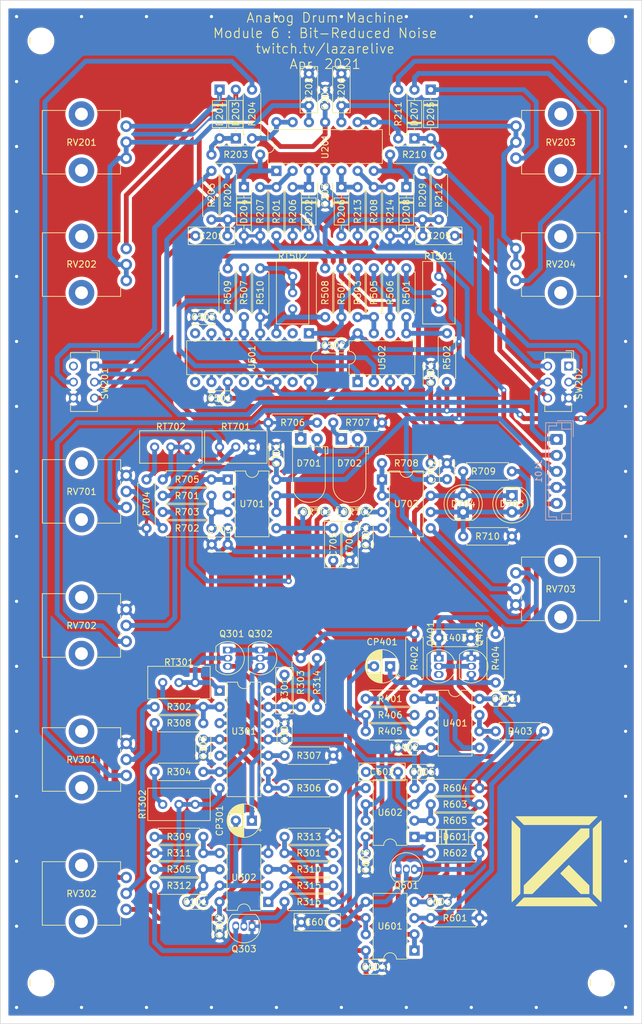
<source format=kicad_pcb>
(kicad_pcb (version 20171130) (host pcbnew "(5.1.5)-3")
  (layers (0 F.Cu signal) (31 B.Cu signal) (34 B.Paste user) (35 F.Paste user) (36 B.SilkS user hide) (37 F.SilkS user) (38 B.Mask user) (39 F.Mask user) (44 Edge.Cuts user))
  (net 0 "")
  (net 1 /VCO/CONDO_2)
  (net 2 /VCO/CONDO_1)
  (net 3 "Net-(C201-Pad2)")
  (net 4 "Net-(C201-Pad1)")
  (net 5 GNDA)
  (net 6 "Net-(C202-Pad1)")
  (net 7 +12V)
  (net 8 -12V)
  (net 9 "Net-(C205-Pad2)")
  (net 10 "Net-(C205-Pad1)")
  (net 11 "Net-(C206-Pad1)")
  (net 12 "Net-(C301-Pad2)")
  (net 13 "Net-(C403-Pad1)")
  (net 14 "Net-(C601-Pad1)")
  (net 15 "Net-(C602-Pad2)")
  (net 16 "Net-(C602-Pad1)")
  (net 17 "Net-(CP301-Pad1)")
  (net 18 "Net-(CP401-Pad2)")
  (net 19 "Net-(CP401-Pad1)")
  (net 20 "Net-(D201-Pad2)")
  (net 21 "Net-(D201-Pad1)")
  (net 22 "Net-(D202-Pad1)")
  (net 23 "Net-(D203-Pad2)")
  (net 24 "Net-(D204-Pad1)")
  (net 25 "Net-(D205-Pad2)")
  (net 26 "Net-(D205-Pad1)")
  (net 27 "Net-(D206-Pad1)")
  (net 28 "Net-(D207-Pad2)")
  (net 29 "Net-(D208-Pad1)")
  (net 30 "Net-(D601-Pad2)")
  (net 31 "Net-(D601-Pad1)")
  (net 32 /VCA/VCA_OUT)
  (net 33 /EG/TRIGGER_IN)
  (net 34 "Net-(Q301-Pad1)")
  (net 35 "Net-(Q301-Pad2)")
  (net 36 "Net-(Q302-Pad3)")
  (net 37 "Net-(Q303-Pad3)")
  (net 38 "Net-(Q303-Pad2)")
  (net 39 "Net-(Q401-Pad2)")
  (net 40 "Net-(Q601-Pad1)")
  (net 41 "Net-(R201-Pad2)")
  (net 42 "Net-(R202-Pad2)")
  (net 43 /EG/EGA_OUT)
  (net 44 "Net-(R204-Pad1)")
  (net 45 "Net-(R205-Pad2)")
  (net 46 "Net-(R208-Pad2)")
  (net 47 "Net-(R209-Pad2)")
  (net 48 /EG/EGB_OUT)
  (net 49 "Net-(R211-Pad1)")
  (net 50 "Net-(R212-Pad2)")
  (net 51 "Net-(R301-Pad2)")
  (net 52 "Net-(R302-Pad2)")
  (net 53 "Net-(R302-Pad1)")
  (net 54 "Net-(R304-Pad1)")
  (net 55 "Net-(R305-Pad2)")
  (net 56 "Net-(R306-Pad2)")
  (net 57 "Net-(R308-Pad2)")
  (net 58 "Net-(R309-Pad1)")
  (net 59 "Net-(R310-Pad1)")
  (net 60 /SH/MOD_IN)
  (net 61 "Net-(R401-Pad2)")
  (net 62 "Net-(R401-Pad1)")
  (net 63 "Net-(R403-Pad2)")
  (net 64 /Noise/NOISE_OUT)
  (net 65 "Net-(R501-Pad2)")
  (net 66 "Net-(R501-Pad1)")
  (net 67 "Net-(R503-Pad2)")
  (net 68 "Net-(R503-Pad1)")
  (net 69 "Net-(R505-Pad2)")
  (net 70 "Net-(R507-Pad2)")
  (net 71 "Net-(R507-Pad1)")
  (net 72 "Net-(R508-Pad1)")
  (net 73 "Net-(R510-Pad1)")
  (net 74 "Net-(R603-Pad2)")
  (net 75 "Net-(C301-Pad1)")
  (net 76 "Net-(C705-Pad2)")
  (net 77 "Net-(C705-Pad1)")
  (net 78 "Net-(C706-Pad1)")
  (net 79 "Net-(D701-Pad2)")
  (net 80 "Net-(D701-Pad1)")
  (net 81 "Net-(D702-Pad1)")
  (net 82 "Net-(D703-Pad2)")
  (net 83 /VCF/SIGNAL_IN)
  (net 84 "Net-(LDR702-Pad1)")
  (net 85 /VCF/SIGNAL_OUT)
  (net 86 "Net-(R701-Pad2)")
  (net 87 "Net-(R701-Pad1)")
  (net 88 "Net-(R702-Pad2)")
  (net 89 "Net-(R703-Pad2)")
  (net 90 "Net-(R704-Pad1)")
  (net 91 "Net-(R705-Pad2)")
  (net 92 "Net-(R708-Pad2)")
  (net 93 "Net-(RV703-Pad2)")
  (module Lazare_Aesthetics:Lazare_Logo (layer F.Cu) (at 151.765 162.56)
    (fp_text reference REF** hide)
    (fp_text value Lazare_Logo)
  )
  (module Connector_JST:JST_EH_B5B-EH-A_1x05_P2.50mm_Vertical (layer B.Cu) (at 151.765 96.6 270)
    (fp_text reference J101 (at 5 2.8 270) (layer B.SilkS) (effects (justify mirror)))
    (fp_text value Conn_01x05_Male)
    (pad 5 thru_hole oval (at 10 0 270) (size 1.7 1.95) (drill 0.95) (layers *.Cu *.Mask) (net 8 -12V))
    (pad 4 thru_hole oval (at 7.5 0 270) (size 1.7 1.95) (drill 0.95) (layers *.Cu *.Mask) (net 5 GNDA))
    (pad 3 thru_hole oval (at 5 0 270) (size 1.7 1.95) (drill 0.95) (layers *.Cu *.Mask) (net 7 +12V))
    (pad 2 thru_hole oval (at 2.5 0 270) (size 1.7 1.95) (drill 0.95) (layers *.Cu *.Mask) (net 32 /VCA/VCA_OUT))
    (pad 1 thru_hole roundrect (at 0 0 270) (size 1.7 1.95) (drill 0.95) (layers *.Cu *.Mask) (roundrect_rratio 0.147059) (net 33 /EG/TRIGGER_IN))
  )
  (module Potentiometer_THT:Potentiometer_Bourns_PTV09A-1_Single_Vertical (layer F.Cu) (at 84.455 47.625 180)
    (fp_text reference RV201 (at 6.985 -2.54) (layer F.SilkS))
    (fp_text value 1M)
    (pad "" np_thru_hole circle (at 7 1.9 180) (size 4 4) (drill 2) (layers *.Cu *.Mask))
    (pad "" np_thru_hole circle (at 7 -6.9 180) (size 4 4) (drill 2) (layers *.Cu *.Mask))
    (pad 1 thru_hole circle (at 0 0 180) (size 1.8 1.8) (drill 1) (layers *.Cu *.Mask) (net 21 "Net-(D201-Pad1)"))
    (pad 2 thru_hole circle (at 0 -2.5 180) (size 1.8 1.8) (drill 1) (layers *.Cu *.Mask) (net 6 "Net-(C202-Pad1)"))
    (pad 3 thru_hole circle (at 0 -5 180) (size 1.8 1.8) (drill 1) (layers *.Cu *.Mask) (net 6 "Net-(C202-Pad1)"))
  )
  (module Potentiometer_THT:Potentiometer_Bourns_PTV09A-1_Single_Vertical (layer F.Cu) (at 145.4 122.47)
    (fp_text reference RV703 (at 7 -2.455) (layer F.SilkS))
    (fp_text value 100k)
    (pad "" np_thru_hole circle (at 7 1.9) (size 4 4) (drill 2) (layers *.Cu *.Mask))
    (pad "" np_thru_hole circle (at 7 -6.9) (size 4 4) (drill 2) (layers *.Cu *.Mask))
    (pad 1 thru_hole circle (at 0 0) (size 1.8 1.8) (drill 1) (layers *.Cu *.Mask) (net 5 GNDA))
    (pad 2 thru_hole circle (at 0 -2.5) (size 1.8 1.8) (drill 1) (layers *.Cu *.Mask) (net 93 "Net-(RV703-Pad2)"))
    (pad 3 thru_hole circle (at 0 -5) (size 1.8 1.8) (drill 1) (layers *.Cu *.Mask) (net 92 "Net-(R708-Pad2)"))
  )
  (module Potentiometer_THT:Potentiometer_Bourns_PTV09A-1_Single_Vertical (layer F.Cu) (at 84.455 123.19 180)
    (fp_text reference RV702 (at 6.985 -2.54) (layer F.SilkS))
    (fp_text value 100k)
    (pad "" np_thru_hole circle (at 7 1.9 180) (size 4 4) (drill 2) (layers *.Cu *.Mask))
    (pad "" np_thru_hole circle (at 7 -6.9 180) (size 4 4) (drill 2) (layers *.Cu *.Mask))
    (pad 1 thru_hole circle (at 0 0 180) (size 1.8 1.8) (drill 1) (layers *.Cu *.Mask) (net 5 GNDA))
    (pad 2 thru_hole circle (at 0 -2.5 180) (size 1.8 1.8) (drill 1) (layers *.Cu *.Mask) (net 89 "Net-(R703-Pad2)"))
    (pad 3 thru_hole circle (at 0 -5 180) (size 1.8 1.8) (drill 1) (layers *.Cu *.Mask) (net 48 /EG/EGB_OUT))
  )
  (module Potentiometer_THT:Potentiometer_Bourns_PTV09A-1_Single_Vertical (layer F.Cu) (at 84.47 102.23 180)
    (fp_text reference RV701 (at 7 -2.545) (layer F.SilkS))
    (fp_text value 100k)
    (pad "" np_thru_hole circle (at 7 1.9 180) (size 4 4) (drill 2) (layers *.Cu *.Mask))
    (pad "" np_thru_hole circle (at 7 -6.9 180) (size 4 4) (drill 2) (layers *.Cu *.Mask))
    (pad 1 thru_hole circle (at 0 0 180) (size 1.8 1.8) (drill 1) (layers *.Cu *.Mask) (net 5 GNDA))
    (pad 2 thru_hole circle (at 0 -2.5 180) (size 1.8 1.8) (drill 1) (layers *.Cu *.Mask) (net 88 "Net-(R702-Pad2)"))
    (pad 3 thru_hole circle (at 0 -5 180) (size 1.8 1.8) (drill 1) (layers *.Cu *.Mask) (net 7 +12V))
  )
  (module Potentiometer_THT:Potentiometer_Bourns_PTV09A-1_Single_Vertical (layer F.Cu) (at 84.455 165.095 180)
    (fp_text reference RV302 (at 6.985 -2.545) (layer F.SilkS))
    (fp_text value 100k)
    (pad "" np_thru_hole circle (at 7 1.9 180) (size 4 4) (drill 2) (layers *.Cu *.Mask))
    (pad "" np_thru_hole circle (at 7 -6.9 180) (size 4 4) (drill 2) (layers *.Cu *.Mask))
    (pad 1 thru_hole circle (at 0 0 180) (size 1.8 1.8) (drill 1) (layers *.Cu *.Mask) (net 8 -12V))
    (pad 2 thru_hole circle (at 0 -2.5 180) (size 1.8 1.8) (drill 1) (layers *.Cu *.Mask) (net 57 "Net-(R308-Pad2)"))
    (pad 3 thru_hole circle (at 0 -5 180) (size 1.8 1.8) (drill 1) (layers *.Cu *.Mask) (net 7 +12V))
  )
  (module Potentiometer_THT:Potentiometer_Bourns_PTV09A-1_Single_Vertical (layer F.Cu) (at 84.47 144.145 180)
    (fp_text reference RV301 (at 7 -2.54) (layer F.SilkS))
    (fp_text value 100k)
    (pad "" np_thru_hole circle (at 7 1.9 180) (size 4 4) (drill 2) (layers *.Cu *.Mask))
    (pad "" np_thru_hole circle (at 7 -6.9 180) (size 4 4) (drill 2) (layers *.Cu *.Mask))
    (pad 1 thru_hole circle (at 0 0 180) (size 1.8 1.8) (drill 1) (layers *.Cu *.Mask) (net 5 GNDA))
    (pad 2 thru_hole circle (at 0 -2.5 180) (size 1.8 1.8) (drill 1) (layers *.Cu *.Mask) (net 52 "Net-(R302-Pad2)"))
    (pad 3 thru_hole circle (at 0 -5 180) (size 1.8 1.8) (drill 1) (layers *.Cu *.Mask) (net 43 /EG/EGA_OUT))
  )
  (module Potentiometer_THT:Potentiometer_Bourns_PTV09A-1_Single_Vertical (layer F.Cu) (at 145.4 71.755)
    (fp_text reference RV204 (at 7 -2.54) (layer F.SilkS))
    (fp_text value 1M)
    (pad "" np_thru_hole circle (at 7 1.9) (size 4 4) (drill 2) (layers *.Cu *.Mask))
    (pad "" np_thru_hole circle (at 7 -6.9) (size 4 4) (drill 2) (layers *.Cu *.Mask))
    (pad 1 thru_hole circle (at 0 0) (size 1.8 1.8) (drill 1) (layers *.Cu *.Mask) (net 28 "Net-(D207-Pad2)"))
    (pad 2 thru_hole circle (at 0 -2.5) (size 1.8 1.8) (drill 1) (layers *.Cu *.Mask) (net 11 "Net-(C206-Pad1)"))
    (pad 3 thru_hole circle (at 0 -5) (size 1.8 1.8) (drill 1) (layers *.Cu *.Mask) (net 11 "Net-(C206-Pad1)"))
  )
  (module Potentiometer_THT:Potentiometer_Bourns_PTV09A-1_Single_Vertical (layer F.Cu) (at 145.415 52.62)
    (fp_text reference RV203 (at 6.985 -2.455) (layer F.SilkS))
    (fp_text value 1M)
    (pad "" np_thru_hole circle (at 7 1.9) (size 4 4) (drill 2) (layers *.Cu *.Mask))
    (pad "" np_thru_hole circle (at 7 -6.9) (size 4 4) (drill 2) (layers *.Cu *.Mask))
    (pad 1 thru_hole circle (at 0 0) (size 1.8 1.8) (drill 1) (layers *.Cu *.Mask) (net 26 "Net-(D205-Pad1)"))
    (pad 2 thru_hole circle (at 0 -2.5) (size 1.8 1.8) (drill 1) (layers *.Cu *.Mask) (net 11 "Net-(C206-Pad1)"))
    (pad 3 thru_hole circle (at 0 -5) (size 1.8 1.8) (drill 1) (layers *.Cu *.Mask) (net 11 "Net-(C206-Pad1)"))
  )
  (module Potentiometer_THT:Potentiometer_Bourns_PTV09A-1_Single_Vertical (layer F.Cu) (at 84.47 66.76 180)
    (fp_text reference RV202 (at 7 -2.455) (layer F.SilkS))
    (fp_text value 1M)
    (pad "" np_thru_hole circle (at 7 1.9 180) (size 4 4) (drill 2) (layers *.Cu *.Mask))
    (pad "" np_thru_hole circle (at 7 -6.9 180) (size 4 4) (drill 2) (layers *.Cu *.Mask))
    (pad 1 thru_hole circle (at 0 0 180) (size 1.8 1.8) (drill 1) (layers *.Cu *.Mask) (net 23 "Net-(D203-Pad2)"))
    (pad 2 thru_hole circle (at 0 -2.5 180) (size 1.8 1.8) (drill 1) (layers *.Cu *.Mask) (net 6 "Net-(C202-Pad1)"))
    (pad 3 thru_hole circle (at 0 -5 180) (size 1.8 1.8) (drill 1) (layers *.Cu *.Mask) (net 6 "Net-(C202-Pad1)"))
  )
  (module Capacitor_THT:C_Rect_L7.0mm_W2.5mm_P5.00mm (layer F.Cu) (at 119.38 110.53 270)
    (fp_text reference C706 (at 2.5 0 90) (layer F.SilkS))
    (fp_text value 33n)
    (pad 2 thru_hole circle (at 5 0 270) (size 1.6 1.6) (drill 0.8) (layers *.Cu *.Mask) (net 5 GNDA))
    (pad 1 thru_hole circle (at 0 0 270) (size 1.6 1.6) (drill 0.8) (layers *.Cu *.Mask) (net 78 "Net-(C706-Pad1)"))
  )
  (module Capacitor_THT:C_Rect_L7.0mm_W2.5mm_P5.00mm (layer F.Cu) (at 116.84 110.53 270)
    (fp_text reference C705 (at 2.5 0 90) (layer F.SilkS))
    (fp_text value 33n)
    (pad 2 thru_hole circle (at 5 0 270) (size 1.6 1.6) (drill 0.8) (layers *.Cu *.Mask) (net 76 "Net-(C705-Pad2)"))
    (pad 1 thru_hole circle (at 0 0 270) (size 1.6 1.6) (drill 0.8) (layers *.Cu *.Mask) (net 77 "Net-(C705-Pad1)"))
  )
  (module Capacitor_THT:C_Rect_L7.0mm_W2.5mm_P5.00mm (layer F.Cu) (at 126.96 148.59 180)
    (fp_text reference C602 (at 2.5 0) (layer F.SilkS))
    (fp_text value 100n)
    (pad 2 thru_hole circle (at 5 0 180) (size 1.6 1.6) (drill 0.8) (layers *.Cu *.Mask) (net 15 "Net-(C602-Pad2)"))
    (pad 1 thru_hole circle (at 0 0 180) (size 1.6 1.6) (drill 0.8) (layers *.Cu *.Mask) (net 16 "Net-(C602-Pad1)"))
  )
  (module Capacitor_THT:C_Rect_L7.0mm_W2.5mm_P5.00mm (layer F.Cu) (at 116.84 172.085 180)
    (fp_text reference C601 (at 2.5 0) (layer F.SilkS))
    (fp_text value 4.7n)
    (pad 2 thru_hole circle (at 5 0 180) (size 1.6 1.6) (drill 0.8) (layers *.Cu *.Mask) (net 5 GNDA))
    (pad 1 thru_hole circle (at 0 0 180) (size 1.6 1.6) (drill 0.8) (layers *.Cu *.Mask) (net 14 "Net-(C601-Pad1)"))
  )
  (module Capacitor_THT:C_Rect_L7.0mm_W2.5mm_P5.00mm (layer F.Cu) (at 133.35 127.635)
    (fp_text reference C403 (at 2.5 0) (layer F.SilkS))
    (fp_text value 1µ)
    (pad 2 thru_hole circle (at 5 0) (size 1.6 1.6) (drill 0.8) (layers *.Cu *.Mask) (net 5 GNDA))
    (pad 1 thru_hole circle (at 0 0) (size 1.6 1.6) (drill 0.8) (layers *.Cu *.Mask) (net 13 "Net-(C403-Pad1)"))
  )
  (module Capacitor_THT:C_Rect_L7.0mm_W2.5mm_P5.00mm (layer F.Cu) (at 109.22 138.39 90)
    (fp_text reference C301 (at 2.5 0 90) (layer F.SilkS))
    (fp_text value 1n)
    (pad 2 thru_hole circle (at 5 0 90) (size 1.6 1.6) (drill 0.8) (layers *.Cu *.Mask) (net 12 "Net-(C301-Pad2)"))
    (pad 1 thru_hole circle (at 0 0 90) (size 1.6 1.6) (drill 0.8) (layers *.Cu *.Mask) (net 75 "Net-(C301-Pad1)"))
  )
  (module Capacitor_THT:C_Rect_L7.0mm_W2.5mm_P5.00mm (layer F.Cu) (at 118.11 44.41 90)
    (fp_text reference C206 (at 2.5 0 90) (layer F.SilkS))
    (fp_text value 1µ)
    (pad 2 thru_hole circle (at 5 0 90) (size 1.6 1.6) (drill 0.8) (layers *.Cu *.Mask) (net 5 GNDA))
    (pad 1 thru_hole circle (at 0 0 90) (size 1.6 1.6) (drill 0.8) (layers *.Cu *.Mask) (net 11 "Net-(C206-Pad1)"))
  )
  (module Capacitor_THT:C_Rect_L7.0mm_W2.5mm_P5.00mm (layer F.Cu) (at 130.85 64.77)
    (fp_text reference C205 (at 2.5 0) (layer F.SilkS))
    (fp_text value 100n)
    (pad 2 thru_hole circle (at 5 0) (size 1.6 1.6) (drill 0.8) (layers *.Cu *.Mask) (net 9 "Net-(C205-Pad2)"))
    (pad 1 thru_hole circle (at 0 0) (size 1.6 1.6) (drill 0.8) (layers *.Cu *.Mask) (net 10 "Net-(C205-Pad1)"))
  )
  (module Capacitor_THT:C_Rect_L7.0mm_W2.5mm_P5.00mm (layer F.Cu) (at 113.03 44.41 90)
    (fp_text reference C202 (at 2.5 0 90) (layer F.SilkS))
    (fp_text value 1µ)
    (pad 2 thru_hole circle (at 5 0 90) (size 1.6 1.6) (drill 0.8) (layers *.Cu *.Mask) (net 5 GNDA))
    (pad 1 thru_hole circle (at 0 0 90) (size 1.6 1.6) (drill 0.8) (layers *.Cu *.Mask) (net 6 "Net-(C202-Pad1)"))
  )
  (module Capacitor_THT:C_Rect_L7.0mm_W2.5mm_P5.00mm (layer F.Cu) (at 100.29 64.77 180)
    (fp_text reference C201 (at 2.5 0) (layer F.SilkS))
    (fp_text value 100n)
    (pad 2 thru_hole circle (at 5 0 180) (size 1.6 1.6) (drill 0.8) (layers *.Cu *.Mask) (net 3 "Net-(C201-Pad2)"))
    (pad 1 thru_hole circle (at 0 0 180) (size 1.6 1.6) (drill 0.8) (layers *.Cu *.Mask) (net 4 "Net-(C201-Pad1)"))
  )
  (module Resistor_THT:R_Axial_DIN0207_L6.3mm_D2.5mm_P7.62mm_Horizontal (layer F.Cu) (at 100.33 69.85 270)
    (fp_text reference R509 (at 3.8 0 270) (layer F.SilkS))
    (fp_text value 100)
    (pad 2 thru_hole oval (at 7.62 0 270) (size 1.6 1.6) (drill 0.8) (layers *.Cu *.Mask) (net 71 "Net-(R507-Pad1)"))
    (pad 1 thru_hole circle (at 0 0 270) (size 1.6 1.6) (drill 0.8) (layers *.Cu *.Mask) (net 32 /VCA/VCA_OUT))
  )
  (module Package_DIP:DIP-8_W7.62mm (layer F.Cu) (at 124.46 102.87)
    (fp_text reference U702 (at 3.81 3.81) (layer F.SilkS))
    (fp_text value NE5532)
    (pad 8 thru_hole oval (at 7.62 0) (size 1.6 1.6) (drill 0.8) (layers *.Cu *.Mask) (net 7 +12V))
    (pad 4 thru_hole oval (at 0 7.62) (size 1.6 1.6) (drill 0.8) (layers *.Cu *.Mask) (net 8 -12V))
    (pad 7 thru_hole oval (at 7.62 2.54) (size 1.6 1.6) (drill 0.8) (layers *.Cu *.Mask) (net 76 "Net-(C705-Pad2)"))
    (pad 3 thru_hole oval (at 0 5.08) (size 1.6 1.6) (drill 0.8) (layers *.Cu *.Mask) (net 78 "Net-(C706-Pad1)"))
    (pad 6 thru_hole oval (at 7.62 5.08) (size 1.6 1.6) (drill 0.8) (layers *.Cu *.Mask) (net 82 "Net-(D703-Pad2)"))
    (pad 2 thru_hole oval (at 0 2.54) (size 1.6 1.6) (drill 0.8) (layers *.Cu *.Mask) (net 92 "Net-(R708-Pad2)"))
    (pad 5 thru_hole oval (at 7.62 7.62) (size 1.6 1.6) (drill 0.8) (layers *.Cu *.Mask) (net 93 "Net-(RV703-Pad2)"))
    (pad 1 thru_hole rect (at 0 0) (size 1.6 1.6) (drill 0.8) (layers *.Cu *.Mask) (net 92 "Net-(R708-Pad2)"))
  )
  (module Package_DIP:DIP-8_W7.62mm (layer F.Cu) (at 100.33 102.87)
    (fp_text reference U701 (at 3.81 3.81) (layer F.SilkS))
    (fp_text value NE5532)
    (pad 8 thru_hole oval (at 7.62 0) (size 1.6 1.6) (drill 0.8) (layers *.Cu *.Mask) (net 7 +12V))
    (pad 4 thru_hole oval (at 0 7.62) (size 1.6 1.6) (drill 0.8) (layers *.Cu *.Mask) (net 8 -12V))
    (pad 7 thru_hole oval (at 7.62 2.54) (size 1.6 1.6) (drill 0.8) (layers *.Cu *.Mask) (net 84 "Net-(LDR702-Pad1)"))
    (pad 3 thru_hole oval (at 0 5.08) (size 1.6 1.6) (drill 0.8) (layers *.Cu *.Mask) (net 87 "Net-(R701-Pad1)"))
    (pad 6 thru_hole oval (at 7.62 5.08) (size 1.6 1.6) (drill 0.8) (layers *.Cu *.Mask) (net 84 "Net-(LDR702-Pad1)"))
    (pad 2 thru_hole oval (at 0 2.54) (size 1.6 1.6) (drill 0.8) (layers *.Cu *.Mask) (net 91 "Net-(R705-Pad2)"))
    (pad 5 thru_hole oval (at 7.62 7.62) (size 1.6 1.6) (drill 0.8) (layers *.Cu *.Mask) (net 77 "Net-(C705-Pad1)"))
    (pad 1 thru_hole rect (at 0 0) (size 1.6 1.6) (drill 0.8) (layers *.Cu *.Mask) (net 79 "Net-(D701-Pad2)"))
  )
  (module Potentiometer_THT:Potentiometer_Bourns_3296W_Vertical (layer F.Cu) (at 88.9 97.79 180)
    (fp_text reference RT702 (at -2.54 3.175) (layer F.SilkS))
    (fp_text value 100k)
    (pad 3 thru_hole circle (at -5.08 0 180) (size 1.44 1.44) (drill 0.8) (layers *.Cu *.Mask) (net 91 "Net-(R705-Pad2)"))
    (pad 2 thru_hole circle (at -2.54 0 180) (size 1.44 1.44) (drill 0.8) (layers *.Cu *.Mask) (net 91 "Net-(R705-Pad2)"))
    (pad 1 thru_hole circle (at 0 0 180) (size 1.44 1.44) (drill 0.8) (layers *.Cu *.Mask) (net 90 "Net-(R704-Pad1)"))
  )
  (module Potentiometer_THT:Potentiometer_Bourns_3296W_Vertical (layer F.Cu) (at 99.06 97.79 180)
    (fp_text reference RT701 (at -2.54 3.175) (layer F.SilkS))
    (fp_text value 100k)
    (pad 3 thru_hole circle (at -5.08 0 180) (size 1.44 1.44) (drill 0.8) (layers *.Cu *.Mask) (net 5 GNDA))
    (pad 2 thru_hole circle (at -2.54 0 180) (size 1.44 1.44) (drill 0.8) (layers *.Cu *.Mask) (net 86 "Net-(R701-Pad2)"))
    (pad 1 thru_hole circle (at 0 0 180) (size 1.44 1.44) (drill 0.8) (layers *.Cu *.Mask) (net 7 +12V))
  )
  (module Resistor_THT:R_Axial_DIN0207_L6.3mm_D2.5mm_P7.62mm_Horizontal (layer F.Cu) (at 144.78 111.76 180)
    (fp_text reference R710 (at 3.81 0) (layer F.SilkS))
    (fp_text value 2.2k)
    (pad 2 thru_hole oval (at 7.62 0 180) (size 1.6 1.6) (drill 0.8) (layers *.Cu *.Mask) (net 82 "Net-(D703-Pad2)"))
    (pad 1 thru_hole circle (at 0 0 180) (size 1.6 1.6) (drill 0.8) (layers *.Cu *.Mask) (net 5 GNDA))
  )
  (module Resistor_THT:R_Axial_DIN0207_L6.3mm_D2.5mm_P7.62mm_Horizontal (layer F.Cu) (at 144.78 101.6 180)
    (fp_text reference R709 (at 4.445 0) (layer F.SilkS))
    (fp_text value 10k)
    (pad 2 thru_hole oval (at 7.62 0 180) (size 1.6 1.6) (drill 0.8) (layers *.Cu *.Mask) (net 76 "Net-(C705-Pad2)"))
    (pad 1 thru_hole circle (at 0 0 180) (size 1.6 1.6) (drill 0.8) (layers *.Cu *.Mask) (net 82 "Net-(D703-Pad2)"))
  )
  (module Resistor_THT:R_Axial_DIN0207_L6.3mm_D2.5mm_P7.62mm_Horizontal (layer F.Cu) (at 132.08 100.33 180)
    (fp_text reference R708 (at 3.81 0) (layer F.SilkS))
    (fp_text value 100)
    (pad 2 thru_hole oval (at 7.62 0 180) (size 1.6 1.6) (drill 0.8) (layers *.Cu *.Mask) (net 92 "Net-(R708-Pad2)"))
    (pad 1 thru_hole circle (at 0 0 180) (size 1.6 1.6) (drill 0.8) (layers *.Cu *.Mask) (net 85 /VCF/SIGNAL_OUT))
  )
  (module Resistor_THT:R_Axial_DIN0207_L6.3mm_D2.5mm_P7.62mm_Horizontal (layer F.Cu) (at 124.46 93.98 180)
    (fp_text reference R707 (at 3.81 0) (layer F.SilkS))
    (fp_text value 470)
    (pad 2 thru_hole oval (at 7.62 0 180) (size 1.6 1.6) (drill 0.8) (layers *.Cu *.Mask) (net 81 "Net-(D702-Pad1)"))
    (pad 1 thru_hole circle (at 0 0 180) (size 1.6 1.6) (drill 0.8) (layers *.Cu *.Mask) (net 5 GNDA))
  )
  (module Resistor_THT:R_Axial_DIN0207_L6.3mm_D2.5mm_P7.62mm_Horizontal (layer F.Cu) (at 114.3 93.98 180)
    (fp_text reference R706 (at 3.81 0) (layer F.SilkS))
    (fp_text value 470)
    (pad 2 thru_hole oval (at 7.62 0 180) (size 1.6 1.6) (drill 0.8) (layers *.Cu *.Mask) (net 5 GNDA))
    (pad 1 thru_hole circle (at 0 0 180) (size 1.6 1.6) (drill 0.8) (layers *.Cu *.Mask) (net 80 "Net-(D701-Pad1)"))
  )
  (module Resistor_THT:R_Axial_DIN0207_L6.3mm_D2.5mm_P7.62mm_Horizontal (layer F.Cu) (at 97.79 102.87 180)
    (fp_text reference R705 (at 3.81 0) (layer F.SilkS))
    (fp_text value 100k)
    (pad 2 thru_hole oval (at 7.62 0 180) (size 1.6 1.6) (drill 0.8) (layers *.Cu *.Mask) (net 91 "Net-(R705-Pad2)"))
    (pad 1 thru_hole circle (at 0 0 180) (size 1.6 1.6) (drill 0.8) (layers *.Cu *.Mask) (net 79 "Net-(D701-Pad2)"))
  )
  (module Resistor_THT:R_Axial_DIN0207_L6.3mm_D2.5mm_P7.62mm_Horizontal (layer F.Cu) (at 87.63 102.87 270)
    (fp_text reference R704 (at 3.81 0 90) (layer F.SilkS))
    (fp_text value 100k)
    (pad 2 thru_hole oval (at 7.62 0 270) (size 1.6 1.6) (drill 0.8) (layers *.Cu *.Mask) (net 5 GNDA))
    (pad 1 thru_hole circle (at 0 0 270) (size 1.6 1.6) (drill 0.8) (layers *.Cu *.Mask) (net 90 "Net-(R704-Pad1)"))
  )
  (module Resistor_THT:R_Axial_DIN0207_L6.3mm_D2.5mm_P7.62mm_Horizontal (layer F.Cu) (at 97.79 107.95 180)
    (fp_text reference R703 (at 3.81 0) (layer F.SilkS))
    (fp_text value 100k)
    (pad 2 thru_hole oval (at 7.62 0 180) (size 1.6 1.6) (drill 0.8) (layers *.Cu *.Mask) (net 89 "Net-(R703-Pad2)"))
    (pad 1 thru_hole circle (at 0 0 180) (size 1.6 1.6) (drill 0.8) (layers *.Cu *.Mask) (net 87 "Net-(R701-Pad1)"))
  )
  (module Resistor_THT:R_Axial_DIN0207_L6.3mm_D2.5mm_P7.62mm_Horizontal (layer F.Cu) (at 97.79 110.49 180)
    (fp_text reference R702 (at 3.81 0) (layer F.SilkS))
    (fp_text value 100k)
    (pad 2 thru_hole oval (at 7.62 0 180) (size 1.6 1.6) (drill 0.8) (layers *.Cu *.Mask) (net 88 "Net-(R702-Pad2)"))
    (pad 1 thru_hole circle (at 0 0 180) (size 1.6 1.6) (drill 0.8) (layers *.Cu *.Mask) (net 87 "Net-(R701-Pad1)"))
  )
  (module Resistor_THT:R_Axial_DIN0207_L6.3mm_D2.5mm_P7.62mm_Horizontal (layer F.Cu) (at 97.79 105.41 180)
    (fp_text reference R701 (at 3.81 0) (layer F.SilkS))
    (fp_text value 100k)
    (pad 2 thru_hole oval (at 7.62 0 180) (size 1.6 1.6) (drill 0.8) (layers *.Cu *.Mask) (net 86 "Net-(R701-Pad2)"))
    (pad 1 thru_hole circle (at 0 0 180) (size 1.6 1.6) (drill 0.8) (layers *.Cu *.Mask) (net 87 "Net-(R701-Pad1)"))
  )
  (module OptoDevice:R_LDR_5.2x5.2mm_P3.5mm_Horizontal (layer F.Cu) (at 118.42 107.95)
    (fp_text reference LDR702 (at 1.75 0) (layer F.SilkS))
    (fp_text value 100..1M)
    (pad 2 thru_hole circle (at 3.5 0) (size 1.6 1.6) (drill 0.8) (layers *.Cu *.Mask) (net 78 "Net-(C706-Pad1)"))
    (pad 1 thru_hole circle (at 0 0) (size 1.6 1.6) (drill 0.8) (layers *.Cu *.Mask) (net 84 "Net-(LDR702-Pad1)"))
  )
  (module OptoDevice:R_LDR_5.2x5.2mm_P3.5mm_Horizontal (layer F.Cu) (at 112.07 107.95)
    (fp_text reference LDR701 (at 1.75 0) (layer F.SilkS))
    (fp_text value 100..1M)
    (pad 2 thru_hole circle (at 3.5 0) (size 1.6 1.6) (drill 0.8) (layers *.Cu *.Mask) (net 83 /VCF/SIGNAL_IN))
    (pad 1 thru_hole circle (at 0 0) (size 1.6 1.6) (drill 0.8) (layers *.Cu *.Mask) (net 77 "Net-(C705-Pad1)"))
  )
  (module LED_THT:LED_D5.0mm (layer F.Cu) (at 137.16 107.95 90)
    (fp_text reference D704 (at 1.27 0 180) (layer F.SilkS))
    (fp_text value LED_BLUE)
    (pad 2 thru_hole circle (at 2.54 0 90) (size 1.8 1.8) (drill 0.9) (layers *.Cu *.Mask) (net 76 "Net-(C705-Pad2)"))
    (pad 1 thru_hole rect (at 0 0 90) (size 1.8 1.8) (drill 0.9) (layers *.Cu *.Mask) (net 82 "Net-(D703-Pad2)"))
  )
  (module LED_THT:LED_D5.0mm (layer F.Cu) (at 144.78 105.41 270)
    (fp_text reference D703 (at 1.27 0 180) (layer F.SilkS))
    (fp_text value LED_BLUE)
    (pad 2 thru_hole circle (at 2.54 0 270) (size 1.8 1.8) (drill 0.9) (layers *.Cu *.Mask) (net 82 "Net-(D703-Pad2)"))
    (pad 1 thru_hole rect (at 0 0 270) (size 1.8 1.8) (drill 0.9) (layers *.Cu *.Mask) (net 76 "Net-(C705-Pad2)"))
  )
  (module LED_THT:LED_D5.0mm_Horizontal_O1.27mm_Z9.0mm (layer F.Cu) (at 118.11 96.52)
    (fp_text reference D702 (at 1.27 3.81) (layer F.SilkS))
    (fp_text value LED_W)
    (pad 2 thru_hole circle (at 2.54 0) (size 1.8 1.8) (drill 0.9) (layers *.Cu *.Mask) (net 79 "Net-(D701-Pad2)"))
    (pad 1 thru_hole rect (at 0 0) (size 1.8 1.8) (drill 0.9) (layers *.Cu *.Mask) (net 81 "Net-(D702-Pad1)"))
  )
  (module LED_THT:LED_D5.0mm_Horizontal_O1.27mm_Z9.0mm (layer F.Cu) (at 111.76 96.52)
    (fp_text reference D701 (at 1.27 3.81) (layer F.SilkS))
    (fp_text value LED_W)
    (pad 2 thru_hole circle (at 2.54 0) (size 1.8 1.8) (drill 0.9) (layers *.Cu *.Mask) (net 79 "Net-(D701-Pad2)"))
    (pad 1 thru_hole rect (at 0 0) (size 1.8 1.8) (drill 0.9) (layers *.Cu *.Mask) (net 80 "Net-(D701-Pad1)"))
  )
  (module Capacitor_THT:C_Disc_D3.4mm_W2.1mm_P2.50mm (layer F.Cu) (at 121.92 112.99 90)
    (fp_text reference C704 (at 1.23 0 90) (layer F.SilkS))
    (fp_text value 100n)
    (pad 2 thru_hole circle (at 2.5 0 90) (size 1.6 1.6) (drill 0.8) (layers *.Cu *.Mask) (net 8 -12V))
    (pad 1 thru_hole circle (at 0 0 90) (size 1.6 1.6) (drill 0.8) (layers *.Cu *.Mask) (net 5 GNDA))
  )
  (module Capacitor_THT:C_Disc_D3.4mm_W2.1mm_P2.50mm (layer F.Cu) (at 97.83 113.03)
    (fp_text reference C703 (at 1.25 -2.3) (layer F.SilkS))
    (fp_text value 100n)
    (pad 2 thru_hole circle (at 2.5 0) (size 1.6 1.6) (drill 0.8) (layers *.Cu *.Mask) (net 8 -12V))
    (pad 1 thru_hole circle (at 0 0) (size 1.6 1.6) (drill 0.8) (layers *.Cu *.Mask) (net 5 GNDA))
  )
  (module Capacitor_THT:C_Disc_D3.4mm_W2.1mm_P2.50mm (layer F.Cu) (at 134.62 102.83 90)
    (fp_text reference C702 (at 1.25 -2.3 90) (layer F.SilkS))
    (fp_text value 100n)
    (pad 2 thru_hole circle (at 2.5 0 90) (size 1.6 1.6) (drill 0.8) (layers *.Cu *.Mask) (net 5 GNDA))
    (pad 1 thru_hole circle (at 0 0 90) (size 1.6 1.6) (drill 0.8) (layers *.Cu *.Mask) (net 7 +12V))
  )
  (module Capacitor_THT:C_Disc_D3.4mm_W2.1mm_P2.50mm (layer F.Cu) (at 107.95 100.29 90)
    (fp_text reference C701 (at 1.25 0 90) (layer F.SilkS))
    (fp_text value 100n)
    (pad 2 thru_hole circle (at 2.5 0 90) (size 1.6 1.6) (drill 0.8) (layers *.Cu *.Mask) (net 5 GNDA))
    (pad 1 thru_hole circle (at 0 0 90) (size 1.6 1.6) (drill 0.8) (layers *.Cu *.Mask) (net 7 +12V))
  )
  (module MountingHole:MountingHole_3.2mm_M3 (layer F.Cu) (at 158.75 181.61)
    (fp_text reference H104 (at 0 0) (layer F.SilkS))
    (fp_text value MountingHole)
    (pad 1 np_thru_hole circle (at 0 0) (size 3.2 3.2) (drill 3.2) (layers *.Cu *.Mask))
  )
  (module MountingHole:MountingHole_3.2mm_M3 (layer F.Cu) (at 158.75 34.29)
    (fp_text reference H103 (at 0 0) (layer F.SilkS))
    (fp_text value MountingHole)
    (pad 1 np_thru_hole circle (at 0 0) (size 3.2 3.2) (drill 3.2) (layers *.Cu *.Mask))
  )
  (module MountingHole:MountingHole_3.2mm_M3 (layer F.Cu) (at 71.12 181.61)
    (fp_text reference H102 (at 0 0) (layer F.SilkS))
    (fp_text value MountingHole)
    (pad 1 np_thru_hole circle (at 0 0) (size 3.2 3.2) (drill 3.2) (layers *.Cu *.Mask))
  )
  (module MountingHole:MountingHole_3.2mm_M3 (layer F.Cu) (at 71.12 34.29)
    (fp_text reference H101 (at 0 0) (layer F.SilkS))
    (fp_text value MountingHole)
    (pad 1 np_thru_hole circle (at 0 0) (size 3.2 3.2) (drill 3.2) (layers *.Cu *.Mask))
  )
  (module Package_DIP:DIP-8_W7.62mm (layer F.Cu) (at 129.54 158.75 180)
    (fp_text reference U602 (at 3.81 3.81) (layer F.SilkS))
    (fp_text value NE5532)
    (pad 8 thru_hole oval (at 7.62 0 180) (size 1.6 1.6) (drill 0.8) (layers *.Cu *.Mask) (net 7 +12V))
    (pad 4 thru_hole oval (at 0 7.62 180) (size 1.6 1.6) (drill 0.8) (layers *.Cu *.Mask) (net 8 -12V))
    (pad 7 thru_hole oval (at 7.62 2.54 180) (size 1.6 1.6) (drill 0.8) (layers *.Cu *.Mask) (net 15 "Net-(C602-Pad2)"))
    (pad 3 thru_hole oval (at 0 5.08 180) (size 1.6 1.6) (drill 0.8) (layers *.Cu *.Mask) (net 16 "Net-(C602-Pad1)"))
    (pad 6 thru_hole oval (at 7.62 5.08 180) (size 1.6 1.6) (drill 0.8) (layers *.Cu *.Mask) (net 15 "Net-(C602-Pad2)"))
    (pad 2 thru_hole oval (at 0 2.54 180) (size 1.6 1.6) (drill 0.8) (layers *.Cu *.Mask) (net 74 "Net-(R603-Pad2)"))
    (pad 5 thru_hole oval (at 7.62 7.62 180) (size 1.6 1.6) (drill 0.8) (layers *.Cu *.Mask) (net 60 /SH/MOD_IN))
    (pad 1 thru_hole rect (at 0 0 180) (size 1.6 1.6) (drill 0.8) (layers *.Cu *.Mask) (net 31 "Net-(D601-Pad1)"))
  )
  (module Package_DIP:DIP-8_W7.62mm (layer F.Cu) (at 129.54 176.53 180)
    (fp_text reference U601 (at 3.81 3.81) (layer F.SilkS))
    (fp_text value NE5532)
    (pad 8 thru_hole oval (at 7.62 0 180) (size 1.6 1.6) (drill 0.8) (layers *.Cu *.Mask) (net 7 +12V))
    (pad 4 thru_hole oval (at 0 7.62 180) (size 1.6 1.6) (drill 0.8) (layers *.Cu *.Mask) (net 8 -12V))
    (pad 7 thru_hole oval (at 7.62 2.54 180) (size 1.6 1.6) (drill 0.8) (layers *.Cu *.Mask) (net 83 /VCF/SIGNAL_IN))
    (pad 3 thru_hole oval (at 0 5.08 180) (size 1.6 1.6) (drill 0.8) (layers *.Cu *.Mask) (net 64 /Noise/NOISE_OUT))
    (pad 6 thru_hole oval (at 7.62 5.08 180) (size 1.6 1.6) (drill 0.8) (layers *.Cu *.Mask) (net 83 /VCF/SIGNAL_IN))
    (pad 2 thru_hole oval (at 0 2.54 180) (size 1.6 1.6) (drill 0.8) (layers *.Cu *.Mask) (net 40 "Net-(Q601-Pad1)"))
    (pad 5 thru_hole oval (at 7.62 7.62 180) (size 1.6 1.6) (drill 0.8) (layers *.Cu *.Mask) (net 14 "Net-(C601-Pad1)"))
    (pad 1 thru_hole rect (at 0 0 180) (size 1.6 1.6) (drill 0.8) (layers *.Cu *.Mask) (net 40 "Net-(Q601-Pad1)"))
  )
  (module Package_DIP:DIP-8_W7.62mm (layer F.Cu) (at 120.65 87.63 90)
    (fp_text reference U502 (at 3.81 3.81 90) (layer F.SilkS))
    (fp_text value NE5532)
    (pad 8 thru_hole oval (at 7.62 0 90) (size 1.6 1.6) (drill 0.8) (layers *.Cu *.Mask) (net 7 +12V))
    (pad 4 thru_hole oval (at 0 7.62 90) (size 1.6 1.6) (drill 0.8) (layers *.Cu *.Mask) (net 8 -12V))
    (pad 7 thru_hole oval (at 7.62 2.54 90) (size 1.6 1.6) (drill 0.8) (layers *.Cu *.Mask) (net 67 "Net-(R503-Pad2)"))
    (pad 3 thru_hole oval (at 0 5.08 90) (size 1.6 1.6) (drill 0.8) (layers *.Cu *.Mask) (net 5 GNDA))
    (pad 6 thru_hole oval (at 7.62 5.08 90) (size 1.6 1.6) (drill 0.8) (layers *.Cu *.Mask) (net 69 "Net-(R505-Pad2)"))
    (pad 2 thru_hole oval (at 0 2.54 90) (size 1.6 1.6) (drill 0.8) (layers *.Cu *.Mask) (net 70 "Net-(R507-Pad2)"))
    (pad 5 thru_hole oval (at 7.62 7.62 90) (size 1.6 1.6) (drill 0.8) (layers *.Cu *.Mask) (net 66 "Net-(R501-Pad1)"))
    (pad 1 thru_hole rect (at 0 0 90) (size 1.6 1.6) (drill 0.8) (layers *.Cu *.Mask) (net 71 "Net-(R507-Pad1)"))
  )
  (module Package_DIP:DIP-16_W7.62mm (layer F.Cu) (at 113.03 80.01 270)
    (fp_text reference U501 (at 3.81 8.89 90) (layer F.SilkS))
    (fp_text value LM13700)
    (pad 16 thru_hole oval (at 7.62 0 270) (size 1.6 1.6) (drill 0.8) (layers *.Cu *.Mask) (net 8 -12V))
    (pad 8 thru_hole oval (at 0 17.78 270) (size 1.6 1.6) (drill 0.8) (layers *.Cu *.Mask))
    (pad 15 thru_hole oval (at 7.62 2.54 270) (size 1.6 1.6) (drill 0.8) (layers *.Cu *.Mask))
    (pad 7 thru_hole oval (at 0 15.24 270) (size 1.6 1.6) (drill 0.8) (layers *.Cu *.Mask) (net 5 GNDA))
    (pad 14 thru_hole oval (at 7.62 5.08 270) (size 1.6 1.6) (drill 0.8) (layers *.Cu *.Mask) (net 8 -12V))
    (pad 6 thru_hole oval (at 0 12.7 270) (size 1.6 1.6) (drill 0.8) (layers *.Cu *.Mask) (net 8 -12V))
    (pad 13 thru_hole oval (at 7.62 7.62 270) (size 1.6 1.6) (drill 0.8) (layers *.Cu *.Mask) (net 8 -12V))
    (pad 5 thru_hole oval (at 0 10.16 270) (size 1.6 1.6) (drill 0.8) (layers *.Cu *.Mask) (net 70 "Net-(R507-Pad2)"))
    (pad 12 thru_hole oval (at 7.62 10.16 270) (size 1.6 1.6) (drill 0.8) (layers *.Cu *.Mask))
    (pad 4 thru_hole oval (at 0 7.62 270) (size 1.6 1.6) (drill 0.8) (layers *.Cu *.Mask) (net 5 GNDA))
    (pad 11 thru_hole oval (at 7.62 12.7 270) (size 1.6 1.6) (drill 0.8) (layers *.Cu *.Mask) (net 7 +12V))
    (pad 3 thru_hole oval (at 0 5.08 270) (size 1.6 1.6) (drill 0.8) (layers *.Cu *.Mask) (net 72 "Net-(R508-Pad1)"))
    (pad 10 thru_hole oval (at 7.62 15.24 270) (size 1.6 1.6) (drill 0.8) (layers *.Cu *.Mask) (net 5 GNDA))
    (pad 2 thru_hole oval (at 0 2.54 270) (size 1.6 1.6) (drill 0.8) (layers *.Cu *.Mask))
    (pad 9 thru_hole oval (at 7.62 17.78 270) (size 1.6 1.6) (drill 0.8) (layers *.Cu *.Mask))
    (pad 1 thru_hole rect (at 0 0 270) (size 1.6 1.6) (drill 0.8) (layers *.Cu *.Mask) (net 68 "Net-(R503-Pad1)"))
  )
  (module Package_DIP:DIP-8_W7.62mm (layer F.Cu) (at 132.08 137.16)
    (fp_text reference U401 (at 3.81 3.81) (layer F.SilkS))
    (fp_text value NE5532)
    (pad 8 thru_hole oval (at 7.62 0) (size 1.6 1.6) (drill 0.8) (layers *.Cu *.Mask) (net 7 +12V))
    (pad 4 thru_hole oval (at 0 7.62) (size 1.6 1.6) (drill 0.8) (layers *.Cu *.Mask) (net 8 -12V))
    (pad 7 thru_hole oval (at 7.62 2.54) (size 1.6 1.6) (drill 0.8) (layers *.Cu *.Mask) (net 63 "Net-(R403-Pad2)"))
    (pad 3 thru_hole oval (at 0 5.08) (size 1.6 1.6) (drill 0.8) (layers *.Cu *.Mask) (net 5 GNDA))
    (pad 6 thru_hole oval (at 7.62 5.08) (size 1.6 1.6) (drill 0.8) (layers *.Cu *.Mask) (net 63 "Net-(R403-Pad2)"))
    (pad 2 thru_hole oval (at 0 2.54) (size 1.6 1.6) (drill 0.8) (layers *.Cu *.Mask) (net 61 "Net-(R401-Pad2)"))
    (pad 5 thru_hole oval (at 7.62 7.62) (size 1.6 1.6) (drill 0.8) (layers *.Cu *.Mask) (net 62 "Net-(R401-Pad1)"))
    (pad 1 thru_hole rect (at 0 0) (size 1.6 1.6) (drill 0.8) (layers *.Cu *.Mask) (net 62 "Net-(R401-Pad1)"))
  )
  (module Package_DIP:DIP-8_W7.62mm (layer F.Cu) (at 106.68 168.91 180)
    (fp_text reference U302 (at 3.81 3.81) (layer F.SilkS))
    (fp_text value LM358)
    (pad 8 thru_hole oval (at 7.62 0 180) (size 1.6 1.6) (drill 0.8) (layers *.Cu *.Mask) (net 7 +12V))
    (pad 4 thru_hole oval (at 0 7.62 180) (size 1.6 1.6) (drill 0.8) (layers *.Cu *.Mask) (net 5 GNDA))
    (pad 7 thru_hole oval (at 7.62 2.54 180) (size 1.6 1.6) (drill 0.8) (layers *.Cu *.Mask) (net 1 /VCO/CONDO_2))
    (pad 3 thru_hole oval (at 0 5.08 180) (size 1.6 1.6) (drill 0.8) (layers *.Cu *.Mask) (net 59 "Net-(R310-Pad1)"))
    (pad 6 thru_hole oval (at 7.62 5.08 180) (size 1.6 1.6) (drill 0.8) (layers *.Cu *.Mask) (net 2 /VCO/CONDO_1))
    (pad 2 thru_hole oval (at 0 2.54 180) (size 1.6 1.6) (drill 0.8) (layers *.Cu *.Mask) (net 1 /VCO/CONDO_2))
    (pad 5 thru_hole oval (at 7.62 7.62 180) (size 1.6 1.6) (drill 0.8) (layers *.Cu *.Mask) (net 58 "Net-(R309-Pad1)"))
    (pad 1 thru_hole rect (at 0 0 180) (size 1.6 1.6) (drill 0.8) (layers *.Cu *.Mask) (net 60 /SH/MOD_IN))
  )
  (module Package_DIP:DIP-14_W7.62mm (layer F.Cu) (at 99.06 135.89)
    (fp_text reference U301 (at 3.81 6.35) (layer F.SilkS))
    (fp_text value TL074)
    (pad 14 thru_hole oval (at 7.62 0) (size 1.6 1.6) (drill 0.8) (layers *.Cu *.Mask) (net 12 "Net-(C301-Pad2)"))
    (pad 7 thru_hole oval (at 0 15.24) (size 1.6 1.6) (drill 0.8) (layers *.Cu *.Mask) (net 55 "Net-(R305-Pad2)"))
    (pad 13 thru_hole oval (at 7.62 2.54) (size 1.6 1.6) (drill 0.8) (layers *.Cu *.Mask) (net 75 "Net-(C301-Pad1)"))
    (pad 6 thru_hole oval (at 0 12.7) (size 1.6 1.6) (drill 0.8) (layers *.Cu *.Mask) (net 36 "Net-(Q302-Pad3)"))
    (pad 12 thru_hole oval (at 7.62 5.08) (size 1.6 1.6) (drill 0.8) (layers *.Cu *.Mask) (net 5 GNDA))
    (pad 5 thru_hole oval (at 0 10.16) (size 1.6 1.6) (drill 0.8) (layers *.Cu *.Mask) (net 5 GNDA))
    (pad 11 thru_hole oval (at 7.62 7.62) (size 1.6 1.6) (drill 0.8) (layers *.Cu *.Mask) (net 8 -12V))
    (pad 4 thru_hole oval (at 0 7.62) (size 1.6 1.6) (drill 0.8) (layers *.Cu *.Mask) (net 7 +12V))
    (pad 10 thru_hole oval (at 7.62 10.16) (size 1.6 1.6) (drill 0.8) (layers *.Cu *.Mask) (net 17 "Net-(CP301-Pad1)"))
    (pad 3 thru_hole oval (at 0 5.08) (size 1.6 1.6) (drill 0.8) (layers *.Cu *.Mask) (net 5 GNDA))
    (pad 9 thru_hole oval (at 7.62 12.7) (size 1.6 1.6) (drill 0.8) (layers *.Cu *.Mask) (net 56 "Net-(R306-Pad2)"))
    (pad 2 thru_hole oval (at 0 2.54) (size 1.6 1.6) (drill 0.8) (layers *.Cu *.Mask) (net 53 "Net-(R302-Pad1)"))
    (pad 8 thru_hole oval (at 7.62 15.24) (size 1.6 1.6) (drill 0.8) (layers *.Cu *.Mask) (net 56 "Net-(R306-Pad2)"))
    (pad 1 thru_hole rect (at 0 0) (size 1.6 1.6) (drill 0.8) (layers *.Cu *.Mask) (net 35 "Net-(Q301-Pad2)"))
  )
  (module Package_DIP:DIP-14_W7.62mm (layer F.Cu) (at 107.95 54.61 90)
    (fp_text reference U201 (at 3.81 7.62 90) (layer F.SilkS))
    (fp_text value TL074)
    (pad 14 thru_hole oval (at 7.62 0 90) (size 1.6 1.6) (drill 0.8) (layers *.Cu *.Mask) (net 44 "Net-(R204-Pad1)"))
    (pad 7 thru_hole oval (at 0 15.24 90) (size 1.6 1.6) (drill 0.8) (layers *.Cu *.Mask) (net 29 "Net-(D208-Pad1)"))
    (pad 13 thru_hole oval (at 7.62 2.54 90) (size 1.6 1.6) (drill 0.8) (layers *.Cu *.Mask) (net 44 "Net-(R204-Pad1)"))
    (pad 6 thru_hole oval (at 0 12.7 90) (size 1.6 1.6) (drill 0.8) (layers *.Cu *.Mask) (net 46 "Net-(R208-Pad2)"))
    (pad 12 thru_hole oval (at 7.62 5.08 90) (size 1.6 1.6) (drill 0.8) (layers *.Cu *.Mask) (net 6 "Net-(C202-Pad1)"))
    (pad 5 thru_hole oval (at 0 10.16 90) (size 1.6 1.6) (drill 0.8) (layers *.Cu *.Mask) (net 27 "Net-(D206-Pad1)"))
    (pad 11 thru_hole oval (at 7.62 7.62 90) (size 1.6 1.6) (drill 0.8) (layers *.Cu *.Mask) (net 8 -12V))
    (pad 4 thru_hole oval (at 0 7.62 90) (size 1.6 1.6) (drill 0.8) (layers *.Cu *.Mask) (net 7 +12V))
    (pad 10 thru_hole oval (at 7.62 10.16 90) (size 1.6 1.6) (drill 0.8) (layers *.Cu *.Mask) (net 11 "Net-(C206-Pad1)"))
    (pad 3 thru_hole oval (at 0 5.08 90) (size 1.6 1.6) (drill 0.8) (layers *.Cu *.Mask) (net 22 "Net-(D202-Pad1)"))
    (pad 9 thru_hole oval (at 7.62 12.7 90) (size 1.6 1.6) (drill 0.8) (layers *.Cu *.Mask) (net 49 "Net-(R211-Pad1)"))
    (pad 2 thru_hole oval (at 0 2.54 90) (size 1.6 1.6) (drill 0.8) (layers *.Cu *.Mask) (net 41 "Net-(R201-Pad2)"))
    (pad 8 thru_hole oval (at 7.62 15.24 90) (size 1.6 1.6) (drill 0.8) (layers *.Cu *.Mask) (net 49 "Net-(R211-Pad1)"))
    (pad 1 thru_hole rect (at 0 0 90) (size 1.6 1.6) (drill 0.8) (layers *.Cu *.Mask) (net 24 "Net-(D204-Pad1)"))
  )
  (module Button_Switch_THT:SW_CuK_JS202011CQN_DPDT_Straight (layer F.Cu) (at 153.67 85.13 270)
    (fp_text reference SW202 (at 2.75 -1.6 90) (layer F.SilkS))
    (fp_text value SW_DPDT_x2)
    (pad 6 thru_hole circle (at 5 3.3 270) (size 1.4 1.4) (drill 0.9) (layers *.Cu *.Mask) (net 9 "Net-(C205-Pad2)"))
    (pad 5 thru_hole circle (at 2.5 3.3 270) (size 1.4 1.4) (drill 0.9) (layers *.Cu *.Mask) (net 33 /EG/TRIGGER_IN))
    (pad 4 thru_hole circle (at 0 3.3 270) (size 1.4 1.4) (drill 0.9) (layers *.Cu *.Mask) (net 47 "Net-(R209-Pad2)"))
    (pad 3 thru_hole circle (at 5 0 270) (size 1.4 1.4) (drill 0.9) (layers *.Cu *.Mask) (net 5 GNDA))
    (pad 2 thru_hole circle (at 2.5 0 270) (size 1.4 1.4) (drill 0.9) (layers *.Cu *.Mask) (net 50 "Net-(R212-Pad2)"))
    (pad 1 thru_hole rect (at 0 0 270) (size 1.4 1.4) (drill 0.9) (layers *.Cu *.Mask))
  )
  (module Button_Switch_THT:SW_CuK_JS202011CQN_DPDT_Straight (layer F.Cu) (at 79.5 85.13 270)
    (fp_text reference SW201 (at 2.75 -1.6 90) (layer F.SilkS))
    (fp_text value SW_DPDT_x2)
    (pad 6 thru_hole circle (at 5 3.3 270) (size 1.4 1.4) (drill 0.9) (layers *.Cu *.Mask) (net 5 GNDA))
    (pad 5 thru_hole circle (at 2.5 3.3 270) (size 1.4 1.4) (drill 0.9) (layers *.Cu *.Mask) (net 45 "Net-(R205-Pad2)"))
    (pad 4 thru_hole circle (at 0 3.3 270) (size 1.4 1.4) (drill 0.9) (layers *.Cu *.Mask))
    (pad 3 thru_hole circle (at 5 0 270) (size 1.4 1.4) (drill 0.9) (layers *.Cu *.Mask) (net 3 "Net-(C201-Pad2)"))
    (pad 2 thru_hole circle (at 2.5 0 270) (size 1.4 1.4) (drill 0.9) (layers *.Cu *.Mask) (net 33 /EG/TRIGGER_IN))
    (pad 1 thru_hole rect (at 0 0 270) (size 1.4 1.4) (drill 0.9) (layers *.Cu *.Mask) (net 42 "Net-(R202-Pad2)"))
  )
  (module Potentiometer_THT:Potentiometer_Bourns_3296W_Vertical (layer F.Cu) (at 110.49 76.2 270)
    (fp_text reference RT502 (at -8.255 0 180) (layer F.SilkS))
    (fp_text value 2k)
    (pad 3 thru_hole circle (at -5.08 0 270) (size 1.44 1.44) (drill 0.8) (layers *.Cu *.Mask) (net 73 "Net-(R510-Pad1)"))
    (pad 2 thru_hole circle (at -2.54 0 270) (size 1.44 1.44) (drill 0.8) (layers *.Cu *.Mask) (net 73 "Net-(R510-Pad1)"))
    (pad 1 thru_hole circle (at 0 0 270) (size 1.44 1.44) (drill 0.8) (layers *.Cu *.Mask) (net 72 "Net-(R508-Pad1)"))
  )
  (module Potentiometer_THT:Potentiometer_Bourns_3296W_Vertical (layer F.Cu) (at 133.35 71.12 90)
    (fp_text reference RT501 (at 3.175 0 180) (layer F.SilkS))
    (fp_text value 100k)
    (pad 3 thru_hole circle (at -5.08 0 90) (size 1.44 1.44) (drill 0.8) (layers *.Cu *.Mask) (net 8 -12V))
    (pad 2 thru_hole circle (at -2.54 0 90) (size 1.44 1.44) (drill 0.8) (layers *.Cu *.Mask) (net 65 "Net-(R501-Pad2)"))
    (pad 1 thru_hole circle (at 0 0 90) (size 1.44 1.44) (drill 0.8) (layers *.Cu *.Mask) (net 7 +12V))
  )
  (module Potentiometer_THT:Potentiometer_Bourns_3296W_Vertical (layer F.Cu) (at 90.17 153.67 180)
    (fp_text reference RT302 (at 3.175 0 90) (layer F.SilkS))
    (fp_text value 10k)
    (pad 3 thru_hole circle (at -5.08 0 180) (size 1.44 1.44) (drill 0.8) (layers *.Cu *.Mask) (net 55 "Net-(R305-Pad2)"))
    (pad 2 thru_hole circle (at -2.54 0 180) (size 1.44 1.44) (drill 0.8) (layers *.Cu *.Mask) (net 55 "Net-(R305-Pad2)"))
    (pad 1 thru_hole circle (at 0 0 180) (size 1.44 1.44) (drill 0.8) (layers *.Cu *.Mask) (net 54 "Net-(R304-Pad1)"))
  )
  (module Potentiometer_THT:Potentiometer_Bourns_3296W_Vertical (layer F.Cu) (at 90.17 134.62 180)
    (fp_text reference RT301 (at -2.54 3.175) (layer F.SilkS))
    (fp_text value 10k)
    (pad 3 thru_hole circle (at -5.08 0 180) (size 1.44 1.44) (drill 0.8) (layers *.Cu *.Mask) (net 35 "Net-(Q301-Pad2)"))
    (pad 2 thru_hole circle (at -2.54 0 180) (size 1.44 1.44) (drill 0.8) (layers *.Cu *.Mask) (net 35 "Net-(Q301-Pad2)"))
    (pad 1 thru_hole circle (at 0 0 180) (size 1.44 1.44) (drill 0.8) (layers *.Cu *.Mask) (net 53 "Net-(R302-Pad1)"))
  )
  (module Resistor_THT:R_Axial_DIN0207_L6.3mm_D2.5mm_P7.62mm_Horizontal (layer F.Cu) (at 132.08 156.21)
    (fp_text reference R605 (at 3.81 0) (layer F.SilkS))
    (fp_text value 2.2k)
    (pad 2 thru_hole oval (at 7.62 0) (size 1.6 1.6) (drill 0.8) (layers *.Cu *.Mask) (net 5 GNDA))
    (pad 1 thru_hole circle (at 0 0) (size 1.6 1.6) (drill 0.8) (layers *.Cu *.Mask) (net 74 "Net-(R603-Pad2)"))
  )
  (module Resistor_THT:R_Axial_DIN0207_L6.3mm_D2.5mm_P7.62mm_Horizontal (layer F.Cu) (at 132.08 151.13)
    (fp_text reference R604 (at 3.81 0) (layer F.SilkS))
    (fp_text value 100k)
    (pad 2 thru_hole oval (at 7.62 0) (size 1.6 1.6) (drill 0.8) (layers *.Cu *.Mask) (net 5 GNDA))
    (pad 1 thru_hole circle (at 0 0) (size 1.6 1.6) (drill 0.8) (layers *.Cu *.Mask) (net 16 "Net-(C602-Pad1)"))
  )
  (module Resistor_THT:R_Axial_DIN0207_L6.3mm_D2.5mm_P7.62mm_Horizontal (layer F.Cu) (at 139.7 153.67 180)
    (fp_text reference R603 (at 3.81 0) (layer F.SilkS))
    (fp_text value 10k)
    (pad 2 thru_hole oval (at 7.62 0 180) (size 1.6 1.6) (drill 0.8) (layers *.Cu *.Mask) (net 74 "Net-(R603-Pad2)"))
    (pad 1 thru_hole circle (at 0 0 180) (size 1.6 1.6) (drill 0.8) (layers *.Cu *.Mask) (net 7 +12V))
  )
  (module Resistor_THT:R_Axial_DIN0207_L6.3mm_D2.5mm_P7.62mm_Horizontal (layer F.Cu) (at 132.08 161.29)
    (fp_text reference R602 (at 3.81 0) (layer F.SilkS))
    (fp_text value 1M)
    (pad 2 thru_hole oval (at 7.62 0) (size 1.6 1.6) (drill 0.8) (layers *.Cu *.Mask) (net 30 "Net-(D601-Pad2)"))
    (pad 1 thru_hole circle (at 0 0) (size 1.6 1.6) (drill 0.8) (layers *.Cu *.Mask) (net 40 "Net-(Q601-Pad1)"))
  )
  (module Resistor_THT:R_Axial_DIN0207_L6.3mm_D2.5mm_P7.62mm_Horizontal (layer F.Cu) (at 132.08 171.45)
    (fp_text reference R601 (at 3.81 0) (layer F.SilkS))
    (fp_text value 100k)
    (pad 2 thru_hole oval (at 7.62 0) (size 1.6 1.6) (drill 0.8) (layers *.Cu *.Mask) (net 5 GNDA))
    (pad 1 thru_hole circle (at 0 0) (size 1.6 1.6) (drill 0.8) (layers *.Cu *.Mask) (net 64 /Noise/NOISE_OUT))
  )
  (module Resistor_THT:R_Axial_DIN0207_L6.3mm_D2.5mm_P7.62mm_Horizontal (layer F.Cu) (at 105.41 69.85 270)
    (fp_text reference R510 (at 3.81 0 90) (layer F.SilkS))
    (fp_text value 150)
    (pad 2 thru_hole oval (at 7.62 0 270) (size 1.6 1.6) (drill 0.8) (layers *.Cu *.Mask) (net 5 GNDA))
    (pad 1 thru_hole circle (at 0 0 270) (size 1.6 1.6) (drill 0.8) (layers *.Cu *.Mask) (net 73 "Net-(R510-Pad1)"))
  )
  (module Resistor_THT:R_Axial_DIN0207_L6.3mm_D2.5mm_P7.62mm_Horizontal (layer F.Cu) (at 115.57 77.47 90)
    (fp_text reference R508 (at 3.81 0 90) (layer F.SilkS))
    (fp_text value 100k)
    (pad 2 thru_hole oval (at 7.62 0 90) (size 1.6 1.6) (drill 0.8) (layers *.Cu *.Mask) (net 85 /VCF/SIGNAL_OUT))
    (pad 1 thru_hole circle (at 0 0 90) (size 1.6 1.6) (drill 0.8) (layers *.Cu *.Mask) (net 72 "Net-(R508-Pad1)"))
  )
  (module Resistor_THT:R_Axial_DIN0207_L6.3mm_D2.5mm_P7.62mm_Horizontal (layer F.Cu) (at 102.87 69.85 270)
    (fp_text reference R507 (at 3.81 0 90) (layer F.SilkS))
    (fp_text value 47k)
    (pad 2 thru_hole oval (at 7.62 0 270) (size 1.6 1.6) (drill 0.8) (layers *.Cu *.Mask) (net 70 "Net-(R507-Pad2)"))
    (pad 1 thru_hole circle (at 0 0 270) (size 1.6 1.6) (drill 0.8) (layers *.Cu *.Mask) (net 71 "Net-(R507-Pad1)"))
  )
  (module Resistor_THT:R_Axial_DIN0207_L6.3mm_D2.5mm_P7.62mm_Horizontal (layer F.Cu) (at 125.73 77.47 90)
    (fp_text reference R506 (at 3.81 0 90) (layer F.SilkS))
    (fp_text value 100k)
    (pad 2 thru_hole oval (at 7.62 0 90) (size 1.6 1.6) (drill 0.8) (layers *.Cu *.Mask) (net 5 GNDA))
    (pad 1 thru_hole circle (at 0 0 90) (size 1.6 1.6) (drill 0.8) (layers *.Cu *.Mask) (net 69 "Net-(R505-Pad2)"))
  )
  (module Resistor_THT:R_Axial_DIN0207_L6.3mm_D2.5mm_P7.62mm_Horizontal (layer F.Cu) (at 123.19 77.47 90)
    (fp_text reference R505 (at 3.81 0 90) (layer F.SilkS))
    (fp_text value 100k)
    (pad 2 thru_hole oval (at 7.62 0 90) (size 1.6 1.6) (drill 0.8) (layers *.Cu *.Mask) (net 69 "Net-(R505-Pad2)"))
    (pad 1 thru_hole circle (at 0 0 90) (size 1.6 1.6) (drill 0.8) (layers *.Cu *.Mask) (net 67 "Net-(R503-Pad2)"))
  )
  (module Resistor_THT:R_Axial_DIN0207_L6.3mm_D2.5mm_P7.62mm_Horizontal (layer F.Cu) (at 118.11 69.85 270)
    (fp_text reference R504 (at 3.81 0 90) (layer F.SilkS))
    (fp_text value 20k)
    (pad 2 thru_hole oval (at 7.62 0 270) (size 1.6 1.6) (drill 0.8) (layers *.Cu *.Mask) (net 68 "Net-(R503-Pad1)"))
    (pad 1 thru_hole circle (at 0 0 270) (size 1.6 1.6) (drill 0.8) (layers *.Cu *.Mask) (net 8 -12V))
  )
  (module Resistor_THT:R_Axial_DIN0207_L6.3mm_D2.5mm_P7.62mm_Horizontal (layer F.Cu) (at 120.65 69.85 270)
    (fp_text reference R503 (at 3.81 0 90) (layer F.SilkS))
    (fp_text value 30k)
    (pad 2 thru_hole oval (at 7.62 0 270) (size 1.6 1.6) (drill 0.8) (layers *.Cu *.Mask) (net 67 "Net-(R503-Pad2)"))
    (pad 1 thru_hole circle (at 0 0 270) (size 1.6 1.6) (drill 0.8) (layers *.Cu *.Mask) (net 68 "Net-(R503-Pad1)"))
  )
  (module Resistor_THT:R_Axial_DIN0207_L6.3mm_D2.5mm_P7.62mm_Horizontal (layer F.Cu) (at 134.62 80.01 270)
    (fp_text reference R502 (at 3.81 0 90) (layer F.SilkS))
    (fp_text value 100k)
    (pad 2 thru_hole oval (at 7.62 0 270) (size 1.6 1.6) (drill 0.8) (layers *.Cu *.Mask) (net 48 /EG/EGB_OUT))
    (pad 1 thru_hole circle (at 0 0 270) (size 1.6 1.6) (drill 0.8) (layers *.Cu *.Mask) (net 66 "Net-(R501-Pad1)"))
  )
  (module Resistor_THT:R_Axial_DIN0207_L6.3mm_D2.5mm_P7.62mm_Horizontal (layer F.Cu) (at 128.27 77.47 90)
    (fp_text reference R501 (at 3.81 0 90) (layer F.SilkS))
    (fp_text value 100k)
    (pad 2 thru_hole oval (at 7.62 0 90) (size 1.6 1.6) (drill 0.8) (layers *.Cu *.Mask) (net 65 "Net-(R501-Pad2)"))
    (pad 1 thru_hole circle (at 0 0 90) (size 1.6 1.6) (drill 0.8) (layers *.Cu *.Mask) (net 66 "Net-(R501-Pad1)"))
  )
  (module Resistor_THT:R_Axial_DIN0207_L6.3mm_D2.5mm_P7.62mm_Horizontal (layer F.Cu) (at 121.92 139.7)
    (fp_text reference R406 (at 3.81 0) (layer F.SilkS))
    (fp_text value 100k)
    (pad 2 thru_hole oval (at 7.62 0) (size 1.6 1.6) (drill 0.8) (layers *.Cu *.Mask) (net 5 GNDA))
    (pad 1 thru_hole circle (at 0 0) (size 1.6 1.6) (drill 0.8) (layers *.Cu *.Mask) (net 18 "Net-(CP401-Pad2)"))
  )
  (module Resistor_THT:R_Axial_DIN0207_L6.3mm_D2.5mm_P7.62mm_Horizontal (layer F.Cu) (at 129.54 142.24 180)
    (fp_text reference R405 (at 3.81 0) (layer F.SilkS))
    (fp_text value 10k)
    (pad 2 thru_hole oval (at 7.62 0 180) (size 1.6 1.6) (drill 0.8) (layers *.Cu *.Mask) (net 18 "Net-(CP401-Pad2)"))
    (pad 1 thru_hole circle (at 0 0 180) (size 1.6 1.6) (drill 0.8) (layers *.Cu *.Mask) (net 61 "Net-(R401-Pad2)"))
  )
  (module Resistor_THT:R_Axial_DIN0207_L6.3mm_D2.5mm_P7.62mm_Horizontal (layer F.Cu) (at 142.24 134.62 90)
    (fp_text reference R404 (at 3.81 0 90) (layer F.SilkS))
    (fp_text value 47k)
    (pad 2 thru_hole oval (at 7.62 0 90) (size 1.6 1.6) (drill 0.8) (layers *.Cu *.Mask) (net 13 "Net-(C403-Pad1)"))
    (pad 1 thru_hole circle (at 0 0 90) (size 1.6 1.6) (drill 0.8) (layers *.Cu *.Mask) (net 19 "Net-(CP401-Pad1)"))
  )
  (module Resistor_THT:R_Axial_DIN0207_L6.3mm_D2.5mm_P7.62mm_Horizontal (layer F.Cu) (at 149.86 142.24 180)
    (fp_text reference R403 (at 3.81 0) (layer F.SilkS))
    (fp_text value 100)
    (pad 2 thru_hole oval (at 7.62 0 180) (size 1.6 1.6) (drill 0.8) (layers *.Cu *.Mask) (net 63 "Net-(R403-Pad2)"))
    (pad 1 thru_hole circle (at 0 0 180) (size 1.6 1.6) (drill 0.8) (layers *.Cu *.Mask) (net 64 /Noise/NOISE_OUT))
  )
  (module Resistor_THT:R_Axial_DIN0207_L6.3mm_D2.5mm_P7.62mm_Horizontal (layer F.Cu) (at 129.54 127 270)
    (fp_text reference R402 (at 3.81 0 90) (layer F.SilkS))
    (fp_text value 4.7k)
    (pad 2 thru_hole oval (at 7.62 0 270) (size 1.6 1.6) (drill 0.8) (layers *.Cu *.Mask) (net 19 "Net-(CP401-Pad1)"))
    (pad 1 thru_hole circle (at 0 0 270) (size 1.6 1.6) (drill 0.8) (layers *.Cu *.Mask) (net 7 +12V))
  )
  (module Resistor_THT:R_Axial_DIN0207_L6.3mm_D2.5mm_P7.62mm_Horizontal (layer F.Cu) (at 129.54 137.16 180)
    (fp_text reference R401 (at 3.81 0) (layer F.SilkS))
    (fp_text value 100k)
    (pad 2 thru_hole oval (at 7.62 0 180) (size 1.6 1.6) (drill 0.8) (layers *.Cu *.Mask) (net 61 "Net-(R401-Pad2)"))
    (pad 1 thru_hole circle (at 0 0 180) (size 1.6 1.6) (drill 0.8) (layers *.Cu *.Mask) (net 62 "Net-(R401-Pad1)"))
  )
  (module Resistor_THT:R_Axial_DIN0207_L6.3mm_D2.5mm_P7.62mm_Horizontal (layer F.Cu) (at 116.84 168.91 180)
    (fp_text reference R316 (at 3.81 0) (layer F.SilkS))
    (fp_text value 100k)
    (pad 2 thru_hole oval (at 7.62 0 180) (size 1.6 1.6) (drill 0.8) (layers *.Cu *.Mask) (net 38 "Net-(Q303-Pad2)"))
    (pad 1 thru_hole circle (at 0 0 180) (size 1.6 1.6) (drill 0.8) (layers *.Cu *.Mask) (net 60 /SH/MOD_IN))
  )
  (module Resistor_THT:R_Axial_DIN0207_L6.3mm_D2.5mm_P7.62mm_Horizontal (layer F.Cu) (at 109.22 166.37)
    (fp_text reference R315 (at 3.81 0) (layer F.SilkS))
    (fp_text value 100k)
    (pad 2 thru_hole oval (at 7.62 0) (size 1.6 1.6) (drill 0.8) (layers *.Cu *.Mask) (net 59 "Net-(R310-Pad1)"))
    (pad 1 thru_hole circle (at 0 0) (size 1.6 1.6) (drill 0.8) (layers *.Cu *.Mask) (net 60 /SH/MOD_IN))
  )
  (module Resistor_THT:R_Axial_DIN0207_L6.3mm_D2.5mm_P7.62mm_Horizontal (layer F.Cu) (at 114.3 130.81 270)
    (fp_text reference R314 (at 3.81 0 90) (layer F.SilkS))
    (fp_text value 1k)
    (pad 2 thru_hole oval (at 7.62 0 270) (size 1.6 1.6) (drill 0.8) (layers *.Cu *.Mask) (net 12 "Net-(C301-Pad2)"))
    (pad 1 thru_hole circle (at 0 0 270) (size 1.6 1.6) (drill 0.8) (layers *.Cu *.Mask) (net 34 "Net-(Q301-Pad1)"))
  )
  (module Resistor_THT:R_Axial_DIN0207_L6.3mm_D2.5mm_P7.62mm_Horizontal (layer F.Cu) (at 109.22 158.75)
    (fp_text reference R313 (at 3.81 0) (layer F.SilkS))
    (fp_text value 100k)
    (pad 2 thru_hole oval (at 7.62 0) (size 1.6 1.6) (drill 0.8) (layers *.Cu *.Mask) (net 5 GNDA))
    (pad 1 thru_hole circle (at 0 0) (size 1.6 1.6) (drill 0.8) (layers *.Cu *.Mask) (net 51 "Net-(R301-Pad2)"))
  )
  (module Resistor_THT:R_Axial_DIN0207_L6.3mm_D2.5mm_P7.62mm_Horizontal (layer F.Cu) (at 96.52 166.37 180)
    (fp_text reference R312 (at 3.81 0) (layer F.SilkS))
    (fp_text value 51k)
    (pad 2 thru_hole oval (at 7.62 0 180) (size 1.6 1.6) (drill 0.8) (layers *.Cu *.Mask) (net 37 "Net-(Q303-Pad3)"))
    (pad 1 thru_hole circle (at 0 0 180) (size 1.6 1.6) (drill 0.8) (layers *.Cu *.Mask) (net 2 /VCO/CONDO_1))
  )
  (module Resistor_THT:R_Axial_DIN0207_L6.3mm_D2.5mm_P7.62mm_Horizontal (layer F.Cu) (at 96.52 161.29 180)
    (fp_text reference R311 (at 3.81 0) (layer F.SilkS))
    (fp_text value 51k)
    (pad 2 thru_hole oval (at 7.62 0 180) (size 1.6 1.6) (drill 0.8) (layers *.Cu *.Mask) (net 5 GNDA))
    (pad 1 thru_hole circle (at 0 0 180) (size 1.6 1.6) (drill 0.8) (layers *.Cu *.Mask) (net 58 "Net-(R309-Pad1)"))
  )
  (module Resistor_THT:R_Axial_DIN0207_L6.3mm_D2.5mm_P7.62mm_Horizontal (layer F.Cu) (at 109.22 163.83)
    (fp_text reference R310 (at 3.81 0) (layer F.SilkS))
    (fp_text value 51k)
    (pad 2 thru_hole oval (at 7.62 0) (size 1.6 1.6) (drill 0.8) (layers *.Cu *.Mask) (net 51 "Net-(R301-Pad2)"))
    (pad 1 thru_hole circle (at 0 0) (size 1.6 1.6) (drill 0.8) (layers *.Cu *.Mask) (net 59 "Net-(R310-Pad1)"))
  )
  (module Resistor_THT:R_Axial_DIN0207_L6.3mm_D2.5mm_P7.62mm_Horizontal (layer F.Cu) (at 96.52 158.75 180)
    (fp_text reference R309 (at 3.81 0) (layer F.SilkS))
    (fp_text value 51k)
    (pad 2 thru_hole oval (at 7.62 0 180) (size 1.6 1.6) (drill 0.8) (layers *.Cu *.Mask) (net 55 "Net-(R305-Pad2)"))
    (pad 1 thru_hole circle (at 0 0 180) (size 1.6 1.6) (drill 0.8) (layers *.Cu *.Mask) (net 58 "Net-(R309-Pad1)"))
  )
  (module Resistor_THT:R_Axial_DIN0207_L6.3mm_D2.5mm_P7.62mm_Horizontal (layer F.Cu) (at 96.52 140.97 180)
    (fp_text reference R308 (at 3.81 0) (layer F.SilkS))
    (fp_text value 100k)
    (pad 2 thru_hole oval (at 7.62 0 180) (size 1.6 1.6) (drill 0.8) (layers *.Cu *.Mask) (net 57 "Net-(R308-Pad2)"))
    (pad 1 thru_hole circle (at 0 0 180) (size 1.6 1.6) (drill 0.8) (layers *.Cu *.Mask) (net 53 "Net-(R302-Pad1)"))
  )
  (module Resistor_THT:R_Axial_DIN0207_L6.3mm_D2.5mm_P7.62mm_Horizontal (layer F.Cu) (at 116.84 146.05 180)
    (fp_text reference R307 (at 3.81 0) (layer F.SilkS))
    (fp_text value 100k)
    (pad 2 thru_hole oval (at 7.62 0 180) (size 1.6 1.6) (drill 0.8) (layers *.Cu *.Mask) (net 17 "Net-(CP301-Pad1)"))
    (pad 1 thru_hole circle (at 0 0 180) (size 1.6 1.6) (drill 0.8) (layers *.Cu *.Mask) (net 5 GNDA))
  )
  (module Resistor_THT:R_Axial_DIN0207_L6.3mm_D2.5mm_P7.62mm_Horizontal (layer F.Cu) (at 116.84 151.13 180)
    (fp_text reference R306 (at 3.81 0) (layer F.SilkS))
    (fp_text value 100)
    (pad 2 thru_hole oval (at 7.62 0 180) (size 1.6 1.6) (drill 0.8) (layers *.Cu *.Mask) (net 56 "Net-(R306-Pad2)"))
    (pad 1 thru_hole circle (at 0 0 180) (size 1.6 1.6) (drill 0.8) (layers *.Cu *.Mask))
  )
  (module Resistor_THT:R_Axial_DIN0207_L6.3mm_D2.5mm_P7.62mm_Horizontal (layer F.Cu) (at 96.52 163.83 180)
    (fp_text reference R305 (at 3.81 0) (layer F.SilkS))
    (fp_text value 100k)
    (pad 2 thru_hole oval (at 7.62 0 180) (size 1.6 1.6) (drill 0.8) (layers *.Cu *.Mask) (net 55 "Net-(R305-Pad2)"))
    (pad 1 thru_hole circle (at 0 0 180) (size 1.6 1.6) (drill 0.8) (layers *.Cu *.Mask) (net 2 /VCO/CONDO_1))
  )
  (module Resistor_THT:R_Axial_DIN0207_L6.3mm_D2.5mm_P7.62mm_Horizontal (layer F.Cu) (at 88.9 148.59)
    (fp_text reference R304 (at 3.81 0) (layer F.SilkS))
    (fp_text value 22k)
    (pad 2 thru_hole oval (at 7.62 0) (size 1.6 1.6) (drill 0.8) (layers *.Cu *.Mask) (net 36 "Net-(Q302-Pad3)"))
    (pad 1 thru_hole circle (at 0 0) (size 1.6 1.6) (drill 0.8) (layers *.Cu *.Mask) (net 54 "Net-(R304-Pad1)"))
  )
  (module Resistor_THT:R_Axial_DIN0207_L6.3mm_D2.5mm_P7.62mm_Horizontal (layer F.Cu) (at 111.76 130.81 270)
    (fp_text reference R303 (at 3.81 0 90) (layer F.SilkS))
    (fp_text value 1M)
    (pad 2 thru_hole oval (at 7.62 0 270) (size 1.6 1.6) (drill 0.8) (layers *.Cu *.Mask) (net 75 "Net-(C301-Pad1)"))
    (pad 1 thru_hole circle (at 0 0 270) (size 1.6 1.6) (drill 0.8) (layers *.Cu *.Mask) (net 7 +12V))
  )
  (module Resistor_THT:R_Axial_DIN0207_L6.3mm_D2.5mm_P7.62mm_Horizontal (layer F.Cu) (at 96.52 138.43 180)
    (fp_text reference R302 (at 3.81 0) (layer F.SilkS))
    (fp_text value 22k)
    (pad 2 thru_hole oval (at 7.62 0 180) (size 1.6 1.6) (drill 0.8) (layers *.Cu *.Mask) (net 52 "Net-(R302-Pad2)"))
    (pad 1 thru_hole circle (at 0 0 180) (size 1.6 1.6) (drill 0.8) (layers *.Cu *.Mask) (net 53 "Net-(R302-Pad1)"))
  )
  (module Resistor_THT:R_Axial_DIN0207_L6.3mm_D2.5mm_P7.62mm_Horizontal (layer F.Cu) (at 116.84 161.29 180)
    (fp_text reference R301 (at 3.81 0) (layer F.SilkS))
    (fp_text value 100k)
    (pad 2 thru_hole oval (at 7.62 0 180) (size 1.6 1.6) (drill 0.8) (layers *.Cu *.Mask) (net 51 "Net-(R301-Pad2)"))
    (pad 1 thru_hole circle (at 0 0 180) (size 1.6 1.6) (drill 0.8) (layers *.Cu *.Mask) (net 7 +12V))
  )
  (module Resistor_THT:R_Axial_DIN0207_L6.3mm_D2.5mm_P7.62mm_Horizontal (layer F.Cu) (at 125.73 57.15 270)
    (fp_text reference R214 (at 3.81 0 90) (layer F.SilkS))
    (fp_text value 2.2k)
    (pad 2 thru_hole oval (at 7.62 0 270) (size 1.6 1.6) (drill 0.8) (layers *.Cu *.Mask) (net 5 GNDA))
    (pad 1 thru_hole circle (at 0 0 270) (size 1.6 1.6) (drill 0.8) (layers *.Cu *.Mask) (net 46 "Net-(R208-Pad2)"))
  )
  (module Resistor_THT:R_Axial_DIN0207_L6.3mm_D2.5mm_P7.62mm_Horizontal (layer F.Cu) (at 120.65 57.15 270)
    (fp_text reference R213 (at 3.81 0 90) (layer F.SilkS))
    (fp_text value 100k)
    (pad 2 thru_hole oval (at 7.62 0 270) (size 1.6 1.6) (drill 0.8) (layers *.Cu *.Mask) (net 5 GNDA))
    (pad 1 thru_hole circle (at 0 0 270) (size 1.6 1.6) (drill 0.8) (layers *.Cu *.Mask) (net 27 "Net-(D206-Pad1)"))
  )
  (module Resistor_THT:R_Axial_DIN0207_L6.3mm_D2.5mm_P7.62mm_Horizontal (layer F.Cu) (at 133.35 62.23 90)
    (fp_text reference R212 (at 3.81 0 90) (layer F.SilkS))
    (fp_text value 100k)
    (pad 2 thru_hole oval (at 7.62 0 90) (size 1.6 1.6) (drill 0.8) (layers *.Cu *.Mask) (net 50 "Net-(R212-Pad2)"))
    (pad 1 thru_hole circle (at 0 0 90) (size 1.6 1.6) (drill 0.8) (layers *.Cu *.Mask) (net 10 "Net-(C205-Pad1)"))
  )
  (module Resistor_THT:R_Axial_DIN0207_L6.3mm_D2.5mm_P7.62mm_Horizontal (layer F.Cu) (at 127 49.53 90)
    (fp_text reference R211 (at 3.81 0 90) (layer F.SilkS))
    (fp_text value 100)
    (pad 2 thru_hole oval (at 7.62 0 90) (size 1.6 1.6) (drill 0.8) (layers *.Cu *.Mask) (net 48 /EG/EGB_OUT))
    (pad 1 thru_hole circle (at 0 0 90) (size 1.6 1.6) (drill 0.8) (layers *.Cu *.Mask) (net 49 "Net-(R211-Pad1)"))
  )
  (module Resistor_THT:R_Axial_DIN0207_L6.3mm_D2.5mm_P7.62mm_Horizontal (layer F.Cu) (at 133.35 52.07 180)
    (fp_text reference R210 (at 3.81 0) (layer F.SilkS))
    (fp_text value 470)
    (pad 2 thru_hole oval (at 7.62 0 180) (size 1.6 1.6) (drill 0.8) (layers *.Cu *.Mask) (net 29 "Net-(D208-Pad1)"))
    (pad 1 thru_hole circle (at 0 0 180) (size 1.6 1.6) (drill 0.8) (layers *.Cu *.Mask) (net 25 "Net-(D205-Pad2)"))
  )
  (module Resistor_THT:R_Axial_DIN0207_L6.3mm_D2.5mm_P7.62mm_Horizontal (layer F.Cu) (at 130.81 62.23 90)
    (fp_text reference R209 (at 3.81 0 90) (layer F.SilkS))
    (fp_text value 100k)
    (pad 2 thru_hole oval (at 7.62 0 90) (size 1.6 1.6) (drill 0.8) (layers *.Cu *.Mask) (net 47 "Net-(R209-Pad2)"))
    (pad 1 thru_hole circle (at 0 0 90) (size 1.6 1.6) (drill 0.8) (layers *.Cu *.Mask) (net 10 "Net-(C205-Pad1)"))
  )
  (module Resistor_THT:R_Axial_DIN0207_L6.3mm_D2.5mm_P7.62mm_Horizontal (layer F.Cu) (at 123.19 64.77 90)
    (fp_text reference R208 (at 3.81 0 90) (layer F.SilkS))
    (fp_text value 10k)
    (pad 2 thru_hole oval (at 7.62 0 90) (size 1.6 1.6) (drill 0.8) (layers *.Cu *.Mask) (net 46 "Net-(R208-Pad2)"))
    (pad 1 thru_hole circle (at 0 0 90) (size 1.6 1.6) (drill 0.8) (layers *.Cu *.Mask) (net 7 +12V))
  )
  (module Resistor_THT:R_Axial_DIN0207_L6.3mm_D2.5mm_P7.62mm_Horizontal (layer F.Cu) (at 105.41 57.15 270)
    (fp_text reference R207 (at 3.81 0 90) (layer F.SilkS))
    (fp_text value 2.2k)
    (pad 2 thru_hole oval (at 7.62 0 270) (size 1.6 1.6) (drill 0.8) (layers *.Cu *.Mask) (net 5 GNDA))
    (pad 1 thru_hole circle (at 0 0 270) (size 1.6 1.6) (drill 0.8) (layers *.Cu *.Mask) (net 41 "Net-(R201-Pad2)"))
  )
  (module Resistor_THT:R_Axial_DIN0207_L6.3mm_D2.5mm_P7.62mm_Horizontal (layer F.Cu) (at 110.49 57.15 270)
    (fp_text reference R206 (at 3.81 0 90) (layer F.SilkS))
    (fp_text value 100k)
    (pad 2 thru_hole oval (at 7.62 0 270) (size 1.6 1.6) (drill 0.8) (layers *.Cu *.Mask) (net 5 GNDA))
    (pad 1 thru_hole circle (at 0 0 270) (size 1.6 1.6) (drill 0.8) (layers *.Cu *.Mask) (net 22 "Net-(D202-Pad1)"))
  )
  (module Resistor_THT:R_Axial_DIN0207_L6.3mm_D2.5mm_P7.62mm_Horizontal (layer F.Cu) (at 97.79 62.23 90)
    (fp_text reference R205 (at 3.81 0 90) (layer F.SilkS))
    (fp_text value 100k)
    (pad 2 thru_hole oval (at 7.62 0 90) (size 1.6 1.6) (drill 0.8) (layers *.Cu *.Mask) (net 45 "Net-(R205-Pad2)"))
    (pad 1 thru_hole circle (at 0 0 90) (size 1.6 1.6) (drill 0.8) (layers *.Cu *.Mask) (net 4 "Net-(C201-Pad1)"))
  )
  (module Resistor_THT:R_Axial_DIN0207_L6.3mm_D2.5mm_P7.62mm_Horizontal (layer F.Cu) (at 104.14 49.53 90)
    (fp_text reference R204 (at 3.81 0 90) (layer F.SilkS))
    (fp_text value 100)
    (pad 2 thru_hole oval (at 7.62 0 90) (size 1.6 1.6) (drill 0.8) (layers *.Cu *.Mask) (net 43 /EG/EGA_OUT))
    (pad 1 thru_hole circle (at 0 0 90) (size 1.6 1.6) (drill 0.8) (layers *.Cu *.Mask) (net 44 "Net-(R204-Pad1)"))
  )
  (module Resistor_THT:R_Axial_DIN0207_L6.3mm_D2.5mm_P7.62mm_Horizontal (layer F.Cu) (at 97.79 52.07)
    (fp_text reference R203 (at 3.81 0) (layer F.SilkS))
    (fp_text value 470)
    (pad 2 thru_hole oval (at 7.62 0) (size 1.6 1.6) (drill 0.8) (layers *.Cu *.Mask) (net 24 "Net-(D204-Pad1)"))
    (pad 1 thru_hole circle (at 0 0) (size 1.6 1.6) (drill 0.8) (layers *.Cu *.Mask) (net 20 "Net-(D201-Pad2)"))
  )
  (module Resistor_THT:R_Axial_DIN0207_L6.3mm_D2.5mm_P7.62mm_Horizontal (layer F.Cu) (at 100.33 62.23 90)
    (fp_text reference R202 (at 3.81 0 90) (layer F.SilkS))
    (fp_text value 100k)
    (pad 2 thru_hole oval (at 7.62 0 90) (size 1.6 1.6) (drill 0.8) (layers *.Cu *.Mask) (net 42 "Net-(R202-Pad2)"))
    (pad 1 thru_hole circle (at 0 0 90) (size 1.6 1.6) (drill 0.8) (layers *.Cu *.Mask) (net 4 "Net-(C201-Pad1)"))
  )
  (module Resistor_THT:R_Axial_DIN0207_L6.3mm_D2.5mm_P7.62mm_Horizontal (layer F.Cu) (at 107.95 64.77 90)
    (fp_text reference R201 (at 3.81 0 90) (layer F.SilkS))
    (fp_text value 10k)
    (pad 2 thru_hole oval (at 7.62 0 90) (size 1.6 1.6) (drill 0.8) (layers *.Cu *.Mask) (net 41 "Net-(R201-Pad2)"))
    (pad 1 thru_hole circle (at 0 0 90) (size 1.6 1.6) (drill 0.8) (layers *.Cu *.Mask) (net 7 +12V))
  )
  (module Package_TO_SOT_THT:TO-92_Inline (layer F.Cu) (at 127 163.83)
    (fp_text reference Q601 (at 1.27 2.54) (layer F.SilkS))
    (fp_text value J112)
    (pad 1 thru_hole rect (at 0 0) (size 1.05 1.5) (drill 0.75) (layers *.Cu *.Mask) (net 40 "Net-(Q601-Pad1)"))
    (pad 3 thru_hole oval (at 2.54 0) (size 1.05 1.5) (drill 0.75) (layers *.Cu *.Mask) (net 30 "Net-(D601-Pad2)"))
    (pad 2 thru_hole oval (at 1.27 0) (size 1.05 1.5) (drill 0.75) (layers *.Cu *.Mask) (net 14 "Net-(C601-Pad1)"))
  )
  (module Package_TO_SOT_THT:TO-92_Inline (layer F.Cu) (at 138.43 130.81 270)
    (fp_text reference Q402 (at -3.81 -1.27 90) (layer F.SilkS))
    (fp_text value 2N3904)
    (pad 1 thru_hole rect (at 0 0 270) (size 1.05 1.5) (drill 0.75) (layers *.Cu *.Mask) (net 5 GNDA))
    (pad 3 thru_hole oval (at 2.54 0 270) (size 1.05 1.5) (drill 0.75) (layers *.Cu *.Mask) (net 19 "Net-(CP401-Pad1)"))
    (pad 2 thru_hole oval (at 1.27 0 270) (size 1.05 1.5) (drill 0.75) (layers *.Cu *.Mask) (net 39 "Net-(Q401-Pad2)"))
  )
  (module Package_TO_SOT_THT:TO-92_Inline (layer F.Cu) (at 133.35 130.81 270)
    (fp_text reference Q401 (at -3.81 1.27 90) (layer F.SilkS))
    (fp_text value 2N3904)
    (pad 1 thru_hole rect (at 0 0 270) (size 1.05 1.5) (drill 0.75) (layers *.Cu *.Mask) (net 13 "Net-(C403-Pad1)"))
    (pad 3 thru_hole oval (at 2.54 0 270) (size 1.05 1.5) (drill 0.75) (layers *.Cu *.Mask))
    (pad 2 thru_hole oval (at 1.27 0 270) (size 1.05 1.5) (drill 0.75) (layers *.Cu *.Mask) (net 39 "Net-(Q401-Pad2)"))
  )
  (module Package_TO_SOT_THT:TO-92_Inline (layer F.Cu) (at 104.14 172.72 180)
    (fp_text reference Q303 (at 1.27 -3.56) (layer F.SilkS))
    (fp_text value 2N3904)
    (pad 1 thru_hole rect (at 0 0 180) (size 1.05 1.5) (drill 0.75) (layers *.Cu *.Mask) (net 5 GNDA))
    (pad 3 thru_hole oval (at 2.54 0 180) (size 1.05 1.5) (drill 0.75) (layers *.Cu *.Mask) (net 37 "Net-(Q303-Pad3)"))
    (pad 2 thru_hole oval (at 1.27 0 180) (size 1.05 1.5) (drill 0.75) (layers *.Cu *.Mask) (net 38 "Net-(Q303-Pad2)"))
  )
  (module Package_TO_SOT_THT:TO-92_Inline (layer F.Cu) (at 105.41 129.54 270)
    (fp_text reference Q302 (at -2.54 0 180) (layer F.SilkS))
    (fp_text value 2N3904)
    (pad 1 thru_hole rect (at 0 0 270) (size 1.05 1.5) (drill 0.75) (layers *.Cu *.Mask) (net 34 "Net-(Q301-Pad1)"))
    (pad 3 thru_hole oval (at 2.54 0 270) (size 1.05 1.5) (drill 0.75) (layers *.Cu *.Mask) (net 36 "Net-(Q302-Pad3)"))
    (pad 2 thru_hole oval (at 1.27 0 270) (size 1.05 1.5) (drill 0.75) (layers *.Cu *.Mask) (net 5 GNDA))
  )
  (module Package_TO_SOT_THT:TO-92_Inline (layer F.Cu) (at 100.33 129.54 270)
    (fp_text reference Q301 (at -2.54 -0.635 180) (layer F.SilkS))
    (fp_text value 2N3904)
    (pad 1 thru_hole rect (at 0 0 270) (size 1.05 1.5) (drill 0.75) (layers *.Cu *.Mask) (net 34 "Net-(Q301-Pad1)"))
    (pad 3 thru_hole oval (at 2.54 0 270) (size 1.05 1.5) (drill 0.75) (layers *.Cu *.Mask) (net 75 "Net-(C301-Pad1)"))
    (pad 2 thru_hole oval (at 1.27 0 270) (size 1.05 1.5) (drill 0.75) (layers *.Cu *.Mask) (net 35 "Net-(Q301-Pad2)"))
  )
  (module Diode_THT:D_DO-35_SOD27_P7.62mm_Horizontal (layer F.Cu) (at 132.08 158.75)
    (fp_text reference D601 (at 3.81 0) (layer F.SilkS))
    (fp_text value 1N4148)
    (pad 2 thru_hole oval (at 7.62 0) (size 1.6 1.6) (drill 0.8) (layers *.Cu *.Mask) (net 30 "Net-(D601-Pad2)"))
    (pad 1 thru_hole rect (at 0 0) (size 1.6 1.6) (drill 0.8) (layers *.Cu *.Mask) (net 31 "Net-(D601-Pad1)"))
  )
  (module Diode_THT:D_DO-35_SOD27_P7.62mm_Horizontal (layer F.Cu) (at 128.27 57.15 270)
    (fp_text reference D208 (at 3.81 0 90) (layer F.SilkS))
    (fp_text value 1N4148)
    (pad 2 thru_hole oval (at 7.62 0 270) (size 1.6 1.6) (drill 0.8) (layers *.Cu *.Mask) (net 5 GNDA))
    (pad 1 thru_hole rect (at 0 0 270) (size 1.6 1.6) (drill 0.8) (layers *.Cu *.Mask) (net 29 "Net-(D208-Pad1)"))
  )
  (module Diode_THT:D_DO-35_SOD27_P7.62mm_Horizontal (layer F.Cu) (at 129.54 49.53 90)
    (fp_text reference D207 (at 3.81 0 90) (layer F.SilkS))
    (fp_text value 1N4148)
    (pad 2 thru_hole oval (at 7.62 0 90) (size 1.6 1.6) (drill 0.8) (layers *.Cu *.Mask) (net 28 "Net-(D207-Pad2)"))
    (pad 1 thru_hole rect (at 0 0 90) (size 1.6 1.6) (drill 0.8) (layers *.Cu *.Mask) (net 25 "Net-(D205-Pad2)"))
  )
  (module Diode_THT:D_DO-35_SOD27_P7.62mm_Horizontal (layer F.Cu) (at 118.11 57.15 270)
    (fp_text reference D206 (at 3.81 0 90) (layer F.SilkS))
    (fp_text value 1N4148)
    (pad 2 thru_hole oval (at 7.62 0 270) (size 1.6 1.6) (drill 0.8) (layers *.Cu *.Mask) (net 10 "Net-(C205-Pad1)"))
    (pad 1 thru_hole rect (at 0 0 270) (size 1.6 1.6) (drill 0.8) (layers *.Cu *.Mask) (net 27 "Net-(D206-Pad1)"))
  )
  (module Diode_THT:D_DO-35_SOD27_P7.62mm_Horizontal (layer F.Cu) (at 132.08 41.91 270)
    (fp_text reference D205 (at 3.81 0 90) (layer F.SilkS))
    (fp_text value 1N4148)
    (pad 2 thru_hole oval (at 7.62 0 270) (size 1.6 1.6) (drill 0.8) (layers *.Cu *.Mask) (net 25 "Net-(D205-Pad2)"))
    (pad 1 thru_hole rect (at 0 0 270) (size 1.6 1.6) (drill 0.8) (layers *.Cu *.Mask) (net 26 "Net-(D205-Pad1)"))
  )
  (module Diode_THT:D_DO-35_SOD27_P7.62mm_Horizontal (layer F.Cu) (at 102.87 57.15 270)
    (fp_text reference D204 (at 3.81 0 90) (layer F.SilkS))
    (fp_text value 1N4148)
    (pad 2 thru_hole oval (at 7.62 0 270) (size 1.6 1.6) (drill 0.8) (layers *.Cu *.Mask) (net 5 GNDA))
    (pad 1 thru_hole rect (at 0 0 270) (size 1.6 1.6) (drill 0.8) (layers *.Cu *.Mask) (net 24 "Net-(D204-Pad1)"))
  )
  (module Diode_THT:D_DO-35_SOD27_P7.62mm_Horizontal (layer F.Cu) (at 101.6 49.53 90)
    (fp_text reference D203 (at 3.81 0 90) (layer F.SilkS))
    (fp_text value 1N4148)
    (pad 2 thru_hole oval (at 7.62 0 90) (size 1.6 1.6) (drill 0.8) (layers *.Cu *.Mask) (net 23 "Net-(D203-Pad2)"))
    (pad 1 thru_hole rect (at 0 0 90) (size 1.6 1.6) (drill 0.8) (layers *.Cu *.Mask) (net 20 "Net-(D201-Pad2)"))
  )
  (module Diode_THT:D_DO-35_SOD27_P7.62mm_Horizontal (layer F.Cu) (at 113.03 57.15 270)
    (fp_text reference D202 (at 3.81 0 90) (layer F.SilkS))
    (fp_text value 1N4148)
    (pad 2 thru_hole oval (at 7.62 0 270) (size 1.6 1.6) (drill 0.8) (layers *.Cu *.Mask) (net 4 "Net-(C201-Pad1)"))
    (pad 1 thru_hole rect (at 0 0 270) (size 1.6 1.6) (drill 0.8) (layers *.Cu *.Mask) (net 22 "Net-(D202-Pad1)"))
  )
  (module Diode_THT:D_DO-35_SOD27_P7.62mm_Horizontal (layer F.Cu) (at 99.06 41.91 270)
    (fp_text reference D201 (at 3.81 0 90) (layer F.SilkS))
    (fp_text value 1N4148)
    (pad 2 thru_hole oval (at 7.62 0 270) (size 1.6 1.6) (drill 0.8) (layers *.Cu *.Mask) (net 20 "Net-(D201-Pad2)"))
    (pad 1 thru_hole rect (at 0 0 270) (size 1.6 1.6) (drill 0.8) (layers *.Cu *.Mask) (net 21 "Net-(D201-Pad1)"))
  )
  (module Capacitor_THT:CP_Radial_D5.0mm_P2.50mm (layer F.Cu) (at 125.73 132.08 180)
    (fp_text reference CP401 (at 1.25 3.81) (layer F.SilkS))
    (fp_text value 47µ)
    (pad 2 thru_hole circle (at 2.5 0 180) (size 1.6 1.6) (drill 0.8) (layers *.Cu *.Mask) (net 18 "Net-(CP401-Pad2)"))
    (pad 1 thru_hole rect (at 0 0 180) (size 1.6 1.6) (drill 0.8) (layers *.Cu *.Mask) (net 19 "Net-(CP401-Pad1)"))
  )
  (module Capacitor_THT:CP_Radial_D5.0mm_P2.50mm (layer F.Cu) (at 104.1 156.21 180)
    (fp_text reference CP301 (at 5.04 0 90) (layer F.SilkS))
    (fp_text value 47µ)
    (pad 2 thru_hole circle (at 2.5 0 180) (size 1.6 1.6) (drill 0.8) (layers *.Cu *.Mask) (net 1 /VCO/CONDO_2))
    (pad 1 thru_hole rect (at 0 0 180) (size 1.6 1.6) (drill 0.8) (layers *.Cu *.Mask) (net 17 "Net-(CP301-Pad1)"))
  )
  (module Capacitor_THT:C_Disc_D3.4mm_W2.1mm_P2.50mm (layer F.Cu) (at 134.58 168.91 180)
    (fp_text reference C606 (at 1.25 0) (layer F.SilkS))
    (fp_text value 100n)
    (pad 2 thru_hole circle (at 2.5 0 180) (size 1.6 1.6) (drill 0.8) (layers *.Cu *.Mask) (net 8 -12V))
    (pad 1 thru_hole circle (at 0 0 180) (size 1.6 1.6) (drill 0.8) (layers *.Cu *.Mask) (net 5 GNDA))
  )
  (module Capacitor_THT:C_Disc_D3.4mm_W2.1mm_P2.50mm (layer F.Cu) (at 132.04 148.59 180)
    (fp_text reference C605 (at 1.23 0) (layer F.SilkS))
    (fp_text value 100n)
    (pad 2 thru_hole circle (at 2.5 0 180) (size 1.6 1.6) (drill 0.8) (layers *.Cu *.Mask) (net 8 -12V))
    (pad 1 thru_hole circle (at 0 0 180) (size 1.6 1.6) (drill 0.8) (layers *.Cu *.Mask) (net 5 GNDA))
  )
  (module Capacitor_THT:C_Disc_D3.4mm_W2.1mm_P2.50mm (layer F.Cu) (at 121.96 179.07)
    (fp_text reference C604 (at 1.25 0) (layer F.SilkS))
    (fp_text value 100n)
    (pad 2 thru_hole circle (at 2.5 0) (size 1.6 1.6) (drill 0.8) (layers *.Cu *.Mask) (net 5 GNDA))
    (pad 1 thru_hole circle (at 0 0) (size 1.6 1.6) (drill 0.8) (layers *.Cu *.Mask) (net 7 +12V))
  )
  (module Capacitor_THT:C_Disc_D3.4mm_W2.1mm_P2.50mm (layer F.Cu) (at 121.92 161.33 270)
    (fp_text reference C603 (at 1.23 0 90) (layer F.SilkS))
    (fp_text value 100n)
    (pad 2 thru_hole circle (at 2.5 0 270) (size 1.6 1.6) (drill 0.8) (layers *.Cu *.Mask) (net 5 GNDA))
    (pad 1 thru_hole circle (at 0 0 270) (size 1.6 1.6) (drill 0.8) (layers *.Cu *.Mask) (net 7 +12V))
  )
  (module Capacitor_THT:C_Disc_D3.4mm_W2.1mm_P2.50mm (layer F.Cu) (at 132.08 85.13 270)
    (fp_text reference C504 (at 1.25 0 90) (layer F.SilkS))
    (fp_text value 100n)
    (pad 2 thru_hole circle (at 2.5 0 270) (size 1.6 1.6) (drill 0.8) (layers *.Cu *.Mask) (net 8 -12V))
    (pad 1 thru_hole circle (at 0 0 270) (size 1.6 1.6) (drill 0.8) (layers *.Cu *.Mask) (net 5 GNDA))
  )
  (module Capacitor_THT:C_Disc_D3.4mm_W2.1mm_P2.50mm (layer F.Cu) (at 95.29 77.47)
    (fp_text reference C503 (at 1.23 0) (layer F.SilkS))
    (fp_text value 100n)
    (pad 2 thru_hole circle (at 2.5 0) (size 1.6 1.6) (drill 0.8) (layers *.Cu *.Mask) (net 8 -12V))
    (pad 1 thru_hole circle (at 0 0) (size 1.6 1.6) (drill 0.8) (layers *.Cu *.Mask) (net 5 GNDA))
  )
  (module Capacitor_THT:C_Disc_D3.4mm_W2.1mm_P2.50mm (layer F.Cu) (at 118.11 81.915 180)
    (fp_text reference C502 (at 1.27 0) (layer F.SilkS))
    (fp_text value 100n)
    (pad 2 thru_hole circle (at 2.5 0 180) (size 1.6 1.6) (drill 0.8) (layers *.Cu *.Mask) (net 5 GNDA))
    (pad 1 thru_hole circle (at 0 0 180) (size 1.6 1.6) (drill 0.8) (layers *.Cu *.Mask) (net 7 +12V))
  )
  (module Capacitor_THT:C_Disc_D3.4mm_W2.1mm_P2.50mm (layer F.Cu) (at 100.33 90.17 180)
    (fp_text reference C501 (at 1.25 0) (layer F.SilkS))
    (fp_text value 100n)
    (pad 2 thru_hole circle (at 2.5 0 180) (size 1.6 1.6) (drill 0.8) (layers *.Cu *.Mask) (net 5 GNDA))
    (pad 1 thru_hole circle (at 0 0 180) (size 1.6 1.6) (drill 0.8) (layers *.Cu *.Mask) (net 7 +12V))
  )
  (module Capacitor_THT:C_Disc_D3.4mm_W2.1mm_P2.50mm (layer F.Cu) (at 127.04 144.78)
    (fp_text reference C402 (at 1.25 0) (layer F.SilkS))
    (fp_text value 100n)
    (pad 2 thru_hole circle (at 2.5 0) (size 1.6 1.6) (drill 0.8) (layers *.Cu *.Mask) (net 8 -12V))
    (pad 1 thru_hole circle (at 0 0) (size 1.6 1.6) (drill 0.8) (layers *.Cu *.Mask) (net 5 GNDA))
  )
  (module Capacitor_THT:C_Disc_D3.4mm_W2.1mm_P2.50mm (layer F.Cu) (at 142.28 137.16)
    (fp_text reference C401 (at 1.25 0) (layer F.SilkS))
    (fp_text value 100n)
    (pad 2 thru_hole circle (at 2.5 0) (size 1.6 1.6) (drill 0.8) (layers *.Cu *.Mask) (net 5 GNDA))
    (pad 1 thru_hole circle (at 0 0) (size 1.6 1.6) (drill 0.8) (layers *.Cu *.Mask) (net 7 +12V))
  )
  (module Capacitor_THT:C_Disc_D3.4mm_W2.1mm_P2.50mm (layer F.Cu) (at 109.22 141.01 270)
    (fp_text reference C304 (at 1.25 0 90) (layer F.SilkS))
    (fp_text value 100n)
    (pad 2 thru_hole circle (at 2.5 0 270) (size 1.6 1.6) (drill 0.8) (layers *.Cu *.Mask) (net 8 -12V))
    (pad 1 thru_hole circle (at 0 0 270) (size 1.6 1.6) (drill 0.8) (layers *.Cu *.Mask) (net 5 GNDA))
  )
  (module Capacitor_THT:C_Disc_D3.4mm_W2.1mm_P2.50mm (layer F.Cu) (at 96.52 143.55 270)
    (fp_text reference C303 (at 1.23 0 90) (layer F.SilkS))
    (fp_text value 100n)
    (pad 2 thru_hole circle (at 2.5 0 270) (size 1.6 1.6) (drill 0.8) (layers *.Cu *.Mask) (net 5 GNDA))
    (pad 1 thru_hole circle (at 0 0 270) (size 1.6 1.6) (drill 0.8) (layers *.Cu *.Mask) (net 7 +12V))
  )
  (module Capacitor_THT:C_Disc_D3.4mm_W2.1mm_P2.50mm (layer F.Cu) (at 99.06 171.49 270)
    (fp_text reference C302 (at 1.23 0 90) (layer F.SilkS))
    (fp_text value 100n)
    (pad 2 thru_hole circle (at 2.5 0 270) (size 1.6 1.6) (drill 0.8) (layers *.Cu *.Mask) (net 5 GNDA))
    (pad 1 thru_hole circle (at 0 0 270) (size 1.6 1.6) (drill 0.8) (layers *.Cu *.Mask) (net 7 +12V))
  )
  (module Capacitor_THT:C_Disc_D3.4mm_W2.1mm_P2.50mm (layer F.Cu) (at 115.57 41.95 270)
    (fp_text reference C204 (at 1.25 0 90) (layer F.SilkS))
    (fp_text value 100n)
    (pad 2 thru_hole circle (at 2.5 0 270) (size 1.6 1.6) (drill 0.8) (layers *.Cu *.Mask) (net 8 -12V))
    (pad 1 thru_hole circle (at 0 0 270) (size 1.6 1.6) (drill 0.8) (layers *.Cu *.Mask) (net 5 GNDA))
  )
  (module Capacitor_THT:C_Disc_D3.4mm_W2.1mm_P2.50mm (layer F.Cu) (at 115.57 57.19 270)
    (fp_text reference C203 (at 1.23 0 90) (layer F.SilkS))
    (fp_text value 100n)
    (pad 2 thru_hole circle (at 2.5 0 270) (size 1.6 1.6) (drill 0.8) (layers *.Cu *.Mask) (net 5 GNDA))
    (pad 1 thru_hole circle (at 0 0 270) (size 1.6 1.6) (drill 0.8) (layers *.Cu *.Mask) (net 7 +12V))
  )
  (module Capacitor_THT:C_Disc_D3.4mm_W2.1mm_P2.50mm (layer F.Cu) (at 94.02 168.91)
    (fp_text reference C101 (at 1.23 0) (layer F.SilkS))
    (fp_text value 22p)
    (pad 2 thru_hole circle (at 2.5 0) (size 1.6 1.6) (drill 0.8) (layers *.Cu *.Mask) (net 1 /VCO/CONDO_2))
    (pad 1 thru_hole circle (at 0 0) (size 1.6 1.6) (drill 0.8) (layers *.Cu *.Mask) (net 2 /VCO/CONDO_1))
  )
  (gr_text "Analog Drum Machine\nModule 6 : Bit-Reduced Noise\ntwitch.tv/lazarelive\nApr. 2021" (at 115.57 34.29) (layer F.SilkS) (effects (font (size 1.5 1.5))))
  (gr_poly (pts (xy 165.1 187.96) (xy 64.77 187.96) (xy 64.77 27.94) (xy 165.1 27.94)) (layer Edge.Cuts) (width 0.1))
  (segment (start 106.68 166.37) (end 101.6 166.37) (width 0.75) (layer B.Cu) (net 1))
  (segment (start 101.6 166.37) (end 101.6 156.21) (width 0.75) (layer B.Cu) (net 1))
  (segment (start 99.06 166.37) (end 101.6 166.37) (width 0.75) (layer B.Cu) (net 1))
  (segment (start 96.52 168.91) (end 99.06 166.37) (width 0.75) (layer B.Cu) (net 1))
  (segment (start 99.06 163.83) (end 96.52 163.83) (width 0.75) (layer B.Cu) (net 2))
  (segment (start 96.52 163.83) (end 96.52 166.37) (width 0.75) (layer B.Cu) (net 2))
  (segment (start 94.02 168.87) (end 96.52 166.37) (width 0.75) (layer B.Cu) (net 2))
  (segment (start 94.02 168.91) (end 94.02 168.87) (width 0.75) (layer B.Cu) (net 2))
  (segment (start 81.32 89.495) (end 80.685 90.13) (width 0.75) (layer F.Cu) (net 3))
  (segment (start 95.29 64.77) (end 94.15863 64.77) (width 0.75) (layer F.Cu) (net 3))
  (segment (start 80.685 90.13) (end 79.5 90.13) (width 0.75) (layer F.Cu) (net 3))
  (segment (start 90.805 79.919998) (end 81.32 89.404998) (width 0.75) (layer F.Cu) (net 3))
  (segment (start 94.15863 64.77) (end 90.805 68.12363) (width 0.75) (layer F.Cu) (net 3))
  (segment (start 90.805 68.12363) (end 90.805 79.919998) (width 0.75) (layer F.Cu) (net 3))
  (segment (start 81.32 89.404998) (end 81.32 89.495) (width 0.75) (layer F.Cu) (net 3))
  (segment (start 97.79 62.23) (end 100.33 62.23) (width 0.75) (layer B.Cu) (net 4))
  (segment (start 100.33 62.23) (end 111.76 62.23) (width 0.75) (layer B.Cu) (net 4))
  (segment (start 113.03 63.5) (end 113.03 64.77) (width 0.75) (layer B.Cu) (net 4))
  (segment (start 111.76 62.23) (end 113.03 63.5) (width 0.75) (layer B.Cu) (net 4))
  (segment (start 100.29 62.27) (end 100.33 62.23) (width 0.75) (layer B.Cu) (net 4))
  (segment (start 100.29 64.77) (end 100.29 62.27) (width 0.75) (layer B.Cu) (net 4))
  (via (at 67.31 30.48) (size 1) (drill 0.5) (layers F.Cu B.Cu) (net 5))
  (via (at 77.47 30.48) (size 1) (drill 0.5) (layers F.Cu B.Cu) (net 5))
  (via (at 87.63 30.48) (size 1) (drill 0.5) (layers F.Cu B.Cu) (net 5))
  (via (at 97.79 30.48) (size 1) (drill 0.5) (layers F.Cu B.Cu) (net 5))
  (via (at 107.95 30.48) (size 1) (drill 0.5) (layers F.Cu B.Cu) (net 5))
  (via (at 118.11 30.48) (size 1) (drill 0.5) (layers F.Cu B.Cu) (net 5))
  (via (at 128.27 30.48) (size 1) (drill 0.5) (layers F.Cu B.Cu) (net 5))
  (via (at 138.43 30.48) (size 1) (drill 0.5) (layers F.Cu B.Cu) (net 5))
  (via (at 148.59 30.48) (size 1) (drill 0.5) (layers F.Cu B.Cu) (net 5))
  (via (at 162.56 30.48) (size 1) (drill 0.5) (layers F.Cu B.Cu) (net 5))
  (via (at 67.31 40.64) (size 1) (drill 0.5) (layers F.Cu B.Cu) (net 5))
  (via (at 67.31 50.8) (size 1) (drill 0.5) (layers F.Cu B.Cu) (net 5))
  (via (at 67.31 60.96) (size 1) (drill 0.5) (layers F.Cu B.Cu) (net 5))
  (via (at 67.31 71.12) (size 1) (drill 0.5) (layers F.Cu B.Cu) (net 5))
  (via (at 67.31 81.28) (size 1) (drill 0.5) (layers F.Cu B.Cu) (net 5))
  (via (at 67.31 91.44) (size 1) (drill 0.5) (layers F.Cu B.Cu) (net 5))
  (via (at 67.31 101.6) (size 1) (drill 0.5) (layers F.Cu B.Cu) (net 5))
  (via (at 67.31 111.76) (size 1) (drill 0.5) (layers F.Cu B.Cu) (net 5))
  (via (at 67.31 121.92) (size 1) (drill 0.5) (layers F.Cu B.Cu) (net 5))
  (via (at 67.31 132.08) (size 1) (drill 0.5) (layers F.Cu B.Cu) (net 5))
  (via (at 67.31 142.24) (size 1) (drill 0.5) (layers F.Cu B.Cu) (net 5))
  (via (at 67.31 152.4) (size 1) (drill 0.5) (layers F.Cu B.Cu) (net 5))
  (via (at 67.31 162.56) (size 1) (drill 0.5) (layers F.Cu B.Cu) (net 5))
  (via (at 67.31 172.72) (size 1) (drill 0.5) (layers F.Cu B.Cu) (net 5))
  (via (at 67.31 185.42) (size 1) (drill 0.5) (layers F.Cu B.Cu) (net 5))
  (via (at 162.56 40.64) (size 1) (drill 0.5) (layers F.Cu B.Cu) (net 5))
  (via (at 162.56 50.8) (size 1) (drill 0.5) (layers F.Cu B.Cu) (net 5))
  (via (at 162.56 60.96) (size 1) (drill 0.5) (layers F.Cu B.Cu) (net 5))
  (via (at 162.56 71.12) (size 1) (drill 0.5) (layers F.Cu B.Cu) (net 5))
  (via (at 162.56 81.28) (size 1) (drill 0.5) (layers F.Cu B.Cu) (net 5))
  (via (at 162.56 91.44) (size 1) (drill 0.5) (layers F.Cu B.Cu) (net 5))
  (via (at 162.56 101.6) (size 1) (drill 0.5) (layers F.Cu B.Cu) (net 5))
  (via (at 162.56 111.76) (size 1) (drill 0.5) (layers F.Cu B.Cu) (net 5))
  (via (at 162.56 121.92) (size 1) (drill 0.5) (layers F.Cu B.Cu) (net 5))
  (via (at 162.56 132.08) (size 1) (drill 0.5) (layers F.Cu B.Cu) (net 5))
  (via (at 162.56 142.24) (size 1) (drill 0.5) (layers F.Cu B.Cu) (net 5))
  (via (at 162.56 152.4) (size 1) (drill 0.5) (layers F.Cu B.Cu) (net 5))
  (via (at 162.56 162.56) (size 1) (drill 0.5) (layers F.Cu B.Cu) (net 5))
  (via (at 162.56 172.72) (size 1) (drill 0.5) (layers F.Cu B.Cu) (net 5))
  (via (at 162.56 185.42) (size 1) (drill 0.5) (layers F.Cu B.Cu) (net 5))
  (via (at 77.47 185.42) (size 1) (drill 0.5) (layers F.Cu B.Cu) (net 5))
  (via (at 87.63 185.42) (size 1) (drill 0.5) (layers F.Cu B.Cu) (net 5))
  (via (at 97.79 185.42) (size 1) (drill 0.5) (layers F.Cu B.Cu) (net 5))
  (via (at 107.95 185.42) (size 1) (drill 0.5) (layers F.Cu B.Cu) (net 5))
  (via (at 118.11 185.42) (size 1) (drill 0.5) (layers F.Cu B.Cu) (net 5))
  (via (at 128.27 185.42) (size 1) (drill 0.5) (layers F.Cu B.Cu) (net 5))
  (via (at 138.43 185.42) (size 1) (drill 0.5) (layers F.Cu B.Cu) (net 5))
  (via (at 148.59 185.42) (size 1) (drill 0.5) (layers F.Cu B.Cu) (net 5))
  (segment (start 113.03 44.41) (end 113.03 46.99) (width 0.75) (layer B.Cu) (net 6))
  (segment (start 113.03 44.41) (end 107.355 44.41) (width 0.75) (layer B.Cu) (net 6))
  (segment (start 107.355 44.41) (end 104.14 47.625) (width 0.75) (layer B.Cu) (net 6))
  (segment (start 84.47 71.76) (end 84.47 69.26) (width 0.75) (layer B.Cu) (net 6))
  (segment (start 84.455 50.125) (end 84.455 52.625) (width 0.75) (layer B.Cu) (net 6))
  (segment (start 104.14 47.625) (end 97.79 47.625) (width 0.75) (layer B.Cu) (net 6))
  (segment (start 97.79 47.625) (end 95.25 50.165) (width 0.75) (layer B.Cu) (net 6))
  (segment (start 95.21 50.125) (end 84.455 50.125) (width 0.75) (layer B.Cu) (net 6))
  (segment (start 95.25 50.165) (end 95.21 50.125) (width 0.75) (layer B.Cu) (net 6))
  (segment (start 83.265 52.625) (end 84.455 52.625) (width 0.75) (layer B.Cu) (net 6))
  (segment (start 81.915 53.975) (end 83.265 52.625) (width 0.75) (layer B.Cu) (net 6))
  (segment (start 81.915 67.977792) (end 81.915 53.975) (width 0.75) (layer B.Cu) (net 6))
  (segment (start 84.47 69.26) (end 83.197208 69.26) (width 0.75) (layer B.Cu) (net 6))
  (segment (start 83.197208 69.26) (end 81.915 67.977792) (width 0.75) (layer B.Cu) (net 6))
  (segment (start 115.57 54.61) (end 115.57 57.19) (width 0.75) (layer B.Cu) (net 7))
  (segment (start 96.56 143.51) (end 96.52 143.55) (width 0.75) (layer B.Cu) (net 7))
  (segment (start 99.06 143.51) (end 96.56 143.51) (width 0.75) (layer B.Cu) (net 7))
  (segment (start 99.06 168.91) (end 99.06 171.49) (width 0.75) (layer B.Cu) (net 7))
  (segment (start 139.7 137.16) (end 142.28 137.16) (width 0.75) (layer B.Cu) (net 7))
  (segment (start 121.96 176.57) (end 121.92 176.53) (width 0.75) (layer B.Cu) (net 7))
  (segment (start 121.96 179.07) (end 121.96 176.57) (width 0.75) (layer B.Cu) (net 7))
  (segment (start 121.92 161.33) (end 121.92 158.75) (width 0.75) (layer B.Cu) (net 7))
  (segment (start 118.745 81.915) (end 120.65 80.01) (width 0.75) (layer B.Cu) (net 7))
  (segment (start 118.11 81.915) (end 118.745 81.915) (width 0.75) (layer B.Cu) (net 7))
  (segment (start 134.58 102.87) (end 134.62 102.83) (width 0.75) (layer B.Cu) (net 7))
  (segment (start 132.08 102.87) (end 134.58 102.87) (width 0.75) (layer B.Cu) (net 7))
  (segment (start 142.28 139.105) (end 142.28 137.16) (width 0.75) (layer B.Cu) (net 7))
  (segment (start 144.145 140.97) (end 142.28 139.105) (width 0.75) (layer B.Cu) (net 7))
  (segment (start 138.56863 153.67) (end 137.795 152.89637) (width 0.75) (layer B.Cu) (net 7))
  (segment (start 137.795 152.89637) (end 137.795 150.495) (width 0.75) (layer B.Cu) (net 7))
  (segment (start 137.795 150.495) (end 144.145 144.145) (width 0.75) (layer B.Cu) (net 7))
  (segment (start 139.7 153.67) (end 138.56863 153.67) (width 0.75) (layer B.Cu) (net 7))
  (segment (start 144.145 144.145) (end 144.145 140.97) (width 0.75) (layer B.Cu) (net 7))
  (segment (start 121.88 161.29) (end 121.92 161.33) (width 0.75) (layer B.Cu) (net 7))
  (segment (start 100.33 87.63) (end 100.33 90.17) (width 0.75) (layer B.Cu) (net 7))
  (segment (start 107.95 64.77) (end 107.95 65.90137) (width 0.75) (layer B.Cu) (net 7))
  (segment (start 107.95 65.90137) (end 108.72363 66.675) (width 0.75) (layer B.Cu) (net 7))
  (segment (start 116.369999 57.989999) (end 116.409999 57.989999) (width 0.75) (layer B.Cu) (net 7))
  (segment (start 115.57 57.19) (end 116.369999 57.989999) (width 0.75) (layer B.Cu) (net 7))
  (segment (start 116.409999 57.989999) (end 118.11 59.69) (width 0.75) (layer B.Cu) (net 7))
  (segment (start 118.11 59.69) (end 118.11 60.96) (width 0.75) (layer B.Cu) (net 7))
  (segment (start 108.72363 66.675) (end 115.57 66.675) (width 0.75) (layer B.Cu) (net 7))
  (segment (start 115.57 63.5) (end 115.57 66.675) (width 0.75) (layer B.Cu) (net 7))
  (segment (start 118.11 60.96) (end 115.57 63.5) (width 0.75) (layer B.Cu) (net 7))
  (segment (start 121.96 180.20137) (end 122.555 180.79637) (width 0.75) (layer F.Cu) (net 7))
  (segment (start 121.96 179.07) (end 121.96 180.20137) (width 0.75) (layer F.Cu) (net 7))
  (segment (start 122.555 180.79637) (end 131.62363 180.79637) (width 0.75) (layer F.Cu) (net 7))
  (segment (start 131.62363 180.79637) (end 136.525 175.895) (width 0.75) (layer F.Cu) (net 7))
  (segment (start 136.525 156.845) (end 139.7 153.67) (width 0.75) (layer F.Cu) (net 7))
  (segment (start 136.525 175.895) (end 136.525 156.845) (width 0.75) (layer F.Cu) (net 7))
  (segment (start 99.946767 99.695) (end 99.06 98.808233) (width 0.75) (layer F.Cu) (net 7))
  (segment (start 106.81863 100.29) (end 106.22363 99.695) (width 0.75) (layer F.Cu) (net 7))
  (segment (start 99.06 98.808233) (end 99.06 97.79) (width 0.75) (layer F.Cu) (net 7))
  (segment (start 107.95 100.29) (end 106.81863 100.29) (width 0.75) (layer F.Cu) (net 7))
  (segment (start 105.41 124.46) (end 105.41 99.695) (width 0.75) (layer F.Cu) (net 7))
  (segment (start 106.22363 99.695) (end 105.41 99.695) (width 0.75) (layer F.Cu) (net 7))
  (segment (start 105.41 99.695) (end 99.946767 99.695) (width 0.75) (layer F.Cu) (net 7))
  (segment (start 111.76 130.81) (end 107.95 127) (width 0.75) (layer F.Cu) (net 7))
  (segment (start 107.95 127) (end 105.41 124.46) (width 0.75) (layer F.Cu) (net 7))
  (segment (start 100.19137 143.51) (end 99.06 143.51) (width 0.75) (layer F.Cu) (net 7))
  (segment (start 104.14 147.45863) (end 100.19137 143.51) (width 0.75) (layer F.Cu) (net 7))
  (segment (start 104.14 153.035) (end 104.14 147.45863) (width 0.75) (layer F.Cu) (net 7))
  (segment (start 102.87 165.1) (end 102.87 161.29) (width 0.75) (layer F.Cu) (net 7))
  (segment (start 102.87 161.29) (end 106.68 157.48) (width 0.75) (layer F.Cu) (net 7))
  (segment (start 99.06 168.91) (end 102.87 165.1) (width 0.75) (layer F.Cu) (net 7))
  (segment (start 106.68 155.575) (end 104.14 153.035) (width 0.75) (layer F.Cu) (net 7))
  (segment (start 116.84 161.29) (end 114.935 161.29) (width 0.75) (layer F.Cu) (net 7))
  (segment (start 109.855 156.21) (end 106.68 156.21) (width 0.75) (layer F.Cu) (net 7))
  (segment (start 114.935 161.29) (end 109.855 156.21) (width 0.75) (layer F.Cu) (net 7))
  (segment (start 106.68 157.48) (end 106.68 156.21) (width 0.75) (layer F.Cu) (net 7))
  (segment (start 106.68 156.21) (end 106.68 155.575) (width 0.75) (layer F.Cu) (net 7))
  (segment (start 115.57 127) (end 112.559999 130.010001) (width 0.75) (layer B.Cu) (net 7))
  (segment (start 112.559999 130.010001) (end 111.76 130.81) (width 0.75) (layer B.Cu) (net 7))
  (segment (start 129.54 127) (end 115.57 127) (width 0.75) (layer B.Cu) (net 7))
  (segment (start 121.92 176.53) (end 116.205 176.53) (width 0.75) (layer F.Cu) (net 7))
  (segment (start 116.205 176.53) (end 114.935 175.26) (width 0.75) (layer F.Cu) (net 7))
  (segment (start 114.935 175.26) (end 114.935 161.29) (width 0.75) (layer F.Cu) (net 7))
  (segment (start 128.27 97.155) (end 128.27 101.6) (width 0.75) (layer B.Cu) (net 7))
  (segment (start 128.27 101.6) (end 129.54 102.87) (width 0.75) (layer B.Cu) (net 7))
  (segment (start 129.54 102.87) (end 132.08 102.87) (width 0.75) (layer B.Cu) (net 7))
  (segment (start 107.95 102.87) (end 107.95 100.29) (width 0.75) (layer B.Cu) (net 7))
  (segment (start 143.51 93.98) (end 151.13 101.6) (width 0.75) (layer B.Cu) (net 7))
  (segment (start 128.27 93.345) (end 136.525 93.345) (width 0.75) (layer B.Cu) (net 7))
  (segment (start 142.875 93.345) (end 143.51 93.98) (width 0.75) (layer B.Cu) (net 7))
  (segment (start 107.95 102.87) (end 118.745 102.87) (width 0.75) (layer B.Cu) (net 7))
  (segment (start 118.745 102.87) (end 128.27 93.345) (width 0.75) (layer B.Cu) (net 7))
  (segment (start 128.27 97.155) (end 128.27 93.345) (width 0.75) (layer B.Cu) (net 7))
  (segment (start 123.19 66.04) (end 123.19 64.77) (width 0.75) (layer B.Cu) (net 7))
  (segment (start 115.57 66.675) (end 122.555 66.675) (width 0.75) (layer B.Cu) (net 7))
  (segment (start 122.555 66.675) (end 123.19 66.04) (width 0.75) (layer B.Cu) (net 7))
  (segment (start 135.255 82.55) (end 136.525 81.28) (width 0.75) (layer B.Cu) (net 7))
  (segment (start 120.65 80.01) (end 123.19 82.55) (width 0.75) (layer B.Cu) (net 7))
  (segment (start 123.19 82.55) (end 135.255 82.55) (width 0.75) (layer B.Cu) (net 7))
  (segment (start 136.525 81.28) (end 136.525 78.74) (width 0.75) (layer B.Cu) (net 7))
  (segment (start 136.525 78.74) (end 135.255 77.47) (width 0.75) (layer B.Cu) (net 7))
  (segment (start 135.255 77.47) (end 135.255 73.025) (width 0.75) (layer B.Cu) (net 7))
  (segment (start 135.255 73.025) (end 133.35 71.12) (width 0.75) (layer B.Cu) (net 7))
  (segment (start 123.825 66.675) (end 123.19 66.04) (width 0.75) (layer F.Cu) (net 7))
  (segment (start 123.19 66.04) (end 123.19 64.77) (width 0.75) (layer F.Cu) (net 7))
  (segment (start 133.35 71.12) (end 133.35 68.58) (width 0.75) (layer F.Cu) (net 7))
  (segment (start 131.445 66.675) (end 123.825 66.675) (width 0.75) (layer F.Cu) (net 7))
  (segment (start 133.35 68.58) (end 131.445 66.675) (width 0.75) (layer F.Cu) (net 7))
  (segment (start 136.525 81.28) (end 136.525 81.28) (width 0.75) (layer B.Cu) (net 7))
  (via (at 136.525 81.28) (size 0.8) (drill 0.4) (layers F.Cu B.Cu) (net 7))
  (segment (start 136.525 93.345) (end 142.875 93.345) (width 0.75) (layer B.Cu) (net 7))
  (via (at 136.525 93.345) (size 0.8) (drill 0.4) (layers F.Cu B.Cu) (net 7))
  (segment (start 136.525 81.28) (end 136.525 93.345) (width 0.75) (layer F.Cu) (net 7))
  (segment (start 100.33 90.17) (end 115.57 90.17) (width 0.75) (layer F.Cu) (net 7))
  (segment (start 118.11 87.63) (end 118.11 81.915) (width 0.75) (layer F.Cu) (net 7))
  (segment (start 115.57 90.17) (end 118.11 87.63) (width 0.75) (layer F.Cu) (net 7))
  (segment (start 124.46 157.48) (end 123.19 158.75) (width 0.75) (layer F.Cu) (net 7))
  (segment (start 124.46 137.16) (end 124.46 157.48) (width 0.75) (layer F.Cu) (net 7))
  (segment (start 123.19 158.75) (end 121.92 158.75) (width 0.75) (layer F.Cu) (net 7))
  (segment (start 129.54 127) (end 129.54 132.08) (width 0.75) (layer F.Cu) (net 7))
  (segment (start 129.54 132.08) (end 124.46 137.16) (width 0.75) (layer F.Cu) (net 7))
  (segment (start 89.575 171.49) (end 99.06 171.49) (width 0.75) (layer F.Cu) (net 7))
  (segment (start 138.56863 137.16) (end 136.525 135.11637) (width 0.75) (layer F.Cu) (net 7))
  (segment (start 139.7 137.16) (end 138.56863 137.16) (width 0.75) (layer F.Cu) (net 7))
  (segment (start 136.525 135.11637) (end 136.525 126.365) (width 0.75) (layer F.Cu) (net 7))
  (segment (start 136.525 126.365) (end 134.62 124.46) (width 0.75) (layer F.Cu) (net 7))
  (segment (start 134.62 124.46) (end 130.81 124.46) (width 0.75) (layer F.Cu) (net 7))
  (segment (start 129.54 125.73) (end 129.54 127) (width 0.75) (layer F.Cu) (net 7))
  (segment (start 130.81 124.46) (end 129.54 125.73) (width 0.75) (layer F.Cu) (net 7))
  (segment (start 88.18 170.095) (end 89.575 171.49) (width 0.75) (layer F.Cu) (net 7))
  (segment (start 84.455 170.095) (end 88.18 170.095) (width 0.75) (layer F.Cu) (net 7))
  (segment (start 81.915 106.045) (end 83.1 107.23) (width 0.75) (layer B.Cu) (net 7))
  (segment (start 83.1 107.23) (end 84.47 107.23) (width 0.75) (layer B.Cu) (net 7))
  (segment (start 99.06 96.52) (end 97.79 95.25) (width 0.75) (layer B.Cu) (net 7))
  (segment (start 99.06 97.79) (end 99.06 96.52) (width 0.75) (layer B.Cu) (net 7))
  (segment (start 97.79 95.25) (end 86.36 95.25) (width 0.75) (layer B.Cu) (net 7))
  (segment (start 86.36 95.25) (end 81.915 99.695) (width 0.75) (layer B.Cu) (net 7))
  (segment (start 81.915 99.695) (end 81.915 106.045) (width 0.75) (layer B.Cu) (net 7))
  (segment (start 115.57 44.45) (end 115.57 46.99) (width 0.75) (layer B.Cu) (net 8))
  (segment (start 109.22 143.51) (end 106.68 143.51) (width 0.75) (layer B.Cu) (net 8))
  (segment (start 132.08 144.78) (end 129.54 144.78) (width 0.75) (layer B.Cu) (net 8))
  (segment (start 132.08 168.91) (end 129.54 168.91) (width 0.75) (layer B.Cu) (net 8))
  (segment (start 129.54 151.13) (end 129.54 148.59) (width 0.75) (layer B.Cu) (net 8))
  (segment (start 97.79 77.47) (end 100.33 80.01) (width 0.75) (layer B.Cu) (net 8))
  (segment (start 105.41 87.63) (end 107.95 87.63) (width 0.75) (layer B.Cu) (net 8))
  (segment (start 100.33 113.03) (end 100.33 110.49) (width 0.75) (layer B.Cu) (net 8))
  (segment (start 121.92 110.49) (end 124.46 110.49) (width 0.75) (layer B.Cu) (net 8))
  (segment (start 109.22 143.51) (end 118.745 143.51) (width 0.75) (layer B.Cu) (net 8))
  (segment (start 121.92 146.685) (end 129.54 146.685) (width 0.75) (layer B.Cu) (net 8))
  (segment (start 118.745 143.51) (end 121.92 146.685) (width 0.75) (layer B.Cu) (net 8))
  (segment (start 129.54 144.78) (end 129.54 146.685) (width 0.75) (layer B.Cu) (net 8))
  (segment (start 129.54 146.685) (end 129.54 148.59) (width 0.75) (layer B.Cu) (net 8))
  (segment (start 100.33 81.14137) (end 100.965 81.77637) (width 0.75) (layer F.Cu) (net 8))
  (segment (start 100.33 80.01) (end 100.33 81.14137) (width 0.75) (layer F.Cu) (net 8))
  (segment (start 100.965 81.77637) (end 100.965 81.915) (width 0.75) (layer F.Cu) (net 8))
  (segment (start 105.41 86.36) (end 105.41 87.63) (width 0.75) (layer F.Cu) (net 8))
  (segment (start 100.965 81.915) (end 105.41 86.36) (width 0.75) (layer F.Cu) (net 8))
  (segment (start 113.03 88.9) (end 113.03 87.63) (width 0.75) (layer B.Cu) (net 8))
  (segment (start 108.72363 89.535) (end 113.03 89.535) (width 0.75) (layer B.Cu) (net 8))
  (segment (start 107.95 87.63) (end 107.95 88.76137) (width 0.75) (layer B.Cu) (net 8))
  (segment (start 113.03 89.535) (end 113.03 88.9) (width 0.75) (layer B.Cu) (net 8))
  (segment (start 107.95 88.76137) (end 108.72363 89.535) (width 0.75) (layer B.Cu) (net 8))
  (segment (start 128.27 87.63) (end 128.27 89.535) (width 0.75) (layer B.Cu) (net 8))
  (segment (start 113.03 89.535) (end 128.27 89.535) (width 0.75) (layer B.Cu) (net 8))
  (segment (start 128.27 89.535) (end 130.81 89.535) (width 0.75) (layer B.Cu) (net 8))
  (segment (start 131.30637 89.535) (end 130.81 89.535) (width 0.75) (layer B.Cu) (net 8))
  (segment (start 132.08 88.76137) (end 131.30637 89.535) (width 0.75) (layer B.Cu) (net 8))
  (segment (start 132.08 87.63) (end 132.08 88.76137) (width 0.75) (layer B.Cu) (net 8))
  (segment (start 118.11 69.85) (end 118.11 71.12) (width 0.75) (layer F.Cu) (net 8))
  (segment (start 118.11 71.12) (end 122.470001 75.480001) (width 0.75) (layer F.Cu) (net 8))
  (segment (start 132.08 167.005) (end 132.08 168.91) (width 0.75) (layer F.Cu) (net 8))
  (segment (start 134.62 164.465) (end 132.08 167.005) (width 0.75) (layer F.Cu) (net 8))
  (segment (start 134.62 146.18863) (end 134.62 164.465) (width 0.75) (layer F.Cu) (net 8))
  (segment (start 132.08 144.78) (end 133.21137 144.78) (width 0.75) (layer F.Cu) (net 8))
  (segment (start 133.21137 144.78) (end 134.62 146.18863) (width 0.75) (layer F.Cu) (net 8))
  (segment (start 97.79 115.57) (end 100.33 113.03) (width 0.75) (layer F.Cu) (net 8))
  (segment (start 97.79 132.715) (end 97.79 115.57) (width 0.75) (layer F.Cu) (net 8))
  (segment (start 99.06 133.985) (end 97.79 132.715) (width 0.75) (layer F.Cu) (net 8))
  (segment (start 105.54863 143.51) (end 101.6 139.56137) (width 0.75) (layer F.Cu) (net 8))
  (segment (start 101.6 139.56137) (end 101.6 135.255) (width 0.75) (layer F.Cu) (net 8))
  (segment (start 101.6 135.255) (end 100.33 133.985) (width 0.75) (layer F.Cu) (net 8))
  (segment (start 106.68 143.51) (end 105.54863 143.51) (width 0.75) (layer F.Cu) (net 8))
  (segment (start 100.33 133.985) (end 99.06 133.985) (width 0.75) (layer F.Cu) (net 8))
  (segment (start 130.175 86.85637) (end 130.175 75.565) (width 0.75) (layer F.Cu) (net 8))
  (segment (start 132.08 87.63) (end 130.94863 87.63) (width 0.75) (layer F.Cu) (net 8))
  (segment (start 130.94863 87.63) (end 130.175 86.85637) (width 0.75) (layer F.Cu) (net 8))
  (segment (start 132.630001 75.480001) (end 133.35 76.2) (width 0.75) (layer F.Cu) (net 8))
  (segment (start 122.470001 75.480001) (end 132.630001 75.480001) (width 0.75) (layer F.Cu) (net 8))
  (segment (start 136.525 98.425) (end 132.08 93.98) (width 0.75) (layer F.Cu) (net 8))
  (segment (start 132.08 93.98) (end 132.08 87.63) (width 0.75) (layer F.Cu) (net 8))
  (segment (start 146.05 98.425) (end 136.525 98.425) (width 0.75) (layer F.Cu) (net 8))
  (segment (start 148.59 100.965) (end 146.05 98.425) (width 0.75) (layer F.Cu) (net 8))
  (segment (start 115.57 48.895) (end 115.57 46.99) (width 0.75) (layer F.Cu) (net 8))
  (segment (start 113.665 50.8) (end 115.57 48.895) (width 0.75) (layer F.Cu) (net 8))
  (segment (start 115.57 64.135) (end 111.125 59.69) (width 0.75) (layer F.Cu) (net 8))
  (segment (start 111.125 59.69) (end 99.06 59.69) (width 0.75) (layer F.Cu) (net 8))
  (segment (start 118.11 69.85) (end 118.11 67.814998) (width 0.75) (layer F.Cu) (net 8))
  (segment (start 115.57 65.274998) (end 115.57 64.135) (width 0.75) (layer F.Cu) (net 8))
  (segment (start 108.585 50.8) (end 113.665 50.8) (width 0.75) (layer F.Cu) (net 8))
  (segment (start 99.06 59.69) (end 95.885 56.515) (width 0.75) (layer F.Cu) (net 8))
  (segment (start 118.11 67.814998) (end 115.57 65.274998) (width 0.75) (layer F.Cu) (net 8))
  (segment (start 95.885 56.515) (end 95.885 49.53) (width 0.75) (layer F.Cu) (net 8))
  (segment (start 95.885 49.53) (end 97.79 47.625) (width 0.75) (layer F.Cu) (net 8))
  (segment (start 97.79 47.625) (end 105.41 47.625) (width 0.75) (layer F.Cu) (net 8))
  (segment (start 105.41 47.625) (end 108.585 50.8) (width 0.75) (layer F.Cu) (net 8))
  (segment (start 88.9 132.715) (end 86.995 134.62) (width 0.75) (layer F.Cu) (net 8))
  (segment (start 97.79 132.715) (end 88.9 132.715) (width 0.75) (layer F.Cu) (net 8))
  (segment (start 101.454999 114.154999) (end 100.33 113.03) (width 0.75) (layer B.Cu) (net 8))
  (segment (start 121.92 110.49) (end 118.255001 114.154999) (width 0.75) (layer B.Cu) (net 8))
  (segment (start 118.255001 114.154999) (end 101.454999 114.154999) (width 0.75) (layer B.Cu) (net 8))
  (segment (start 148.59 100.965) (end 148.59 105.342081) (width 0.75) (layer F.Cu) (net 8))
  (segment (start 134.62 146.18863) (end 142.10137 146.18863) (width 0.75) (layer F.Cu) (net 8))
  (segment (start 81.28 140.335) (end 86.995 134.62) (width 0.75) (layer F.Cu) (net 8))
  (segment (start 142.10137 146.18863) (end 148.59 139.7) (width 0.75) (layer F.Cu) (net 8))
  (segment (start 151.13 106.68) (end 148.59 106.68) (width 0.75) (layer F.Cu) (net 8))
  (segment (start 148.59 105.342081) (end 148.59 106.68) (width 0.75) (layer F.Cu) (net 8))
  (segment (start 148.59 106.68) (end 148.59 139.7) (width 0.75) (layer F.Cu) (net 8))
  (segment (start 84.455 165.095) (end 83.19 165.095) (width 0.75) (layer F.Cu) (net 8))
  (segment (start 81.29 163.195) (end 83.19 165.095) (width 0.75) (layer F.Cu) (net 8))
  (segment (start 81.28 163.195) (end 81.29 163.195) (width 0.75) (layer F.Cu) (net 8))
  (segment (start 81.28 163.195) (end 81.28 140.335) (width 0.75) (layer F.Cu) (net 8))
  (segment (start 142.875 82.635) (end 150.37 90.13) (width 0.75) (layer F.Cu) (net 9))
  (segment (start 142.875 70.66363) (end 142.875 82.635) (width 0.75) (layer F.Cu) (net 9))
  (segment (start 136.98137 64.77) (end 142.875 70.66363) (width 0.75) (layer F.Cu) (net 9))
  (segment (start 135.85 64.77) (end 136.98137 64.77) (width 0.75) (layer F.Cu) (net 9))
  (segment (start 118.11 64.77) (end 118.11 63.5) (width 0.75) (layer B.Cu) (net 10))
  (segment (start 119.38 62.23) (end 130.81 62.23) (width 0.75) (layer B.Cu) (net 10))
  (segment (start 118.11 63.5) (end 119.38 62.23) (width 0.75) (layer B.Cu) (net 10))
  (segment (start 130.81 62.23) (end 133.35 62.23) (width 0.75) (layer B.Cu) (net 10))
  (segment (start 130.81 64.73) (end 130.85 64.77) (width 0.75) (layer B.Cu) (net 10))
  (segment (start 130.81 62.23) (end 130.81 64.73) (width 0.75) (layer B.Cu) (net 10))
  (segment (start 118.11 44.41) (end 118.11 46.99) (width 0.75) (layer B.Cu) (net 11))
  (segment (start 128.905 47.625) (end 133.35 47.625) (width 0.75) (layer B.Cu) (net 11))
  (segment (start 118.11 44.41) (end 125.69 44.41) (width 0.75) (layer B.Cu) (net 11))
  (segment (start 125.69 44.41) (end 128.905 47.625) (width 0.75) (layer B.Cu) (net 11))
  (segment (start 133.355 47.62) (end 145.415 47.62) (width 0.75) (layer B.Cu) (net 11))
  (segment (start 133.35 47.625) (end 133.355 47.62) (width 0.75) (layer B.Cu) (net 11))
  (segment (start 145.415 47.62) (end 145.415 50.12) (width 0.75) (layer B.Cu) (net 11))
  (segment (start 145.4 66.755) (end 145.4 69.255) (width 0.75) (layer B.Cu) (net 11))
  (segment (start 144.500001 65.855001) (end 144.500001 65.760001) (width 0.75) (layer B.Cu) (net 11))
  (segment (start 145.4 66.755) (end 144.500001 65.855001) (width 0.75) (layer B.Cu) (net 11))
  (segment (start 144.500001 65.760001) (end 143.51 64.77) (width 0.75) (layer B.Cu) (net 11))
  (segment (start 143.51 52.025) (end 145.415 50.12) (width 0.75) (layer B.Cu) (net 11))
  (segment (start 143.51 64.77) (end 143.51 52.025) (width 0.75) (layer B.Cu) (net 11))
  (segment (start 106.68 135.89) (end 109.22 135.89) (width 0.75) (layer B.Cu) (net 12))
  (segment (start 109.22 135.89) (end 113.03 135.89) (width 0.75) (layer B.Cu) (net 12))
  (segment (start 114.3 137.16) (end 114.3 138.43) (width 0.75) (layer B.Cu) (net 12))
  (segment (start 113.03 135.89) (end 114.3 137.16) (width 0.75) (layer B.Cu) (net 12))
  (segment (start 109.22 133.39) (end 109.22 135.89) (width 0.75) (layer B.Cu) (net 12))
  (segment (start 133.35 129.54) (end 133.35 130.81) (width 0.75) (layer B.Cu) (net 13))
  (segment (start 133.35 127.635) (end 133.35 129.54) (width 0.75) (layer B.Cu) (net 13))
  (segment (start 133.35 127.635) (end 133.35 125.095) (width 0.75) (layer B.Cu) (net 13))
  (segment (start 133.35 125.095) (end 133.985 124.46) (width 0.75) (layer B.Cu) (net 13))
  (segment (start 133.985 124.46) (end 140.97 124.46) (width 0.75) (layer B.Cu) (net 13))
  (segment (start 142.24 125.73) (end 142.24 127) (width 0.75) (layer B.Cu) (net 13))
  (segment (start 140.97 124.46) (end 142.24 125.73) (width 0.75) (layer B.Cu) (net 13))
  (segment (start 118.745 172.085) (end 121.92 168.91) (width 0.75) (layer B.Cu) (net 14))
  (segment (start 116.84 172.085) (end 118.745 172.085) (width 0.75) (layer B.Cu) (net 14))
  (segment (start 128.27 165.735) (end 128.27 163.83) (width 0.75) (layer B.Cu) (net 14))
  (segment (start 121.92 168.91) (end 125.095 168.91) (width 0.75) (layer B.Cu) (net 14))
  (segment (start 125.095 168.91) (end 128.27 165.735) (width 0.75) (layer B.Cu) (net 14))
  (segment (start 121.92 156.21) (end 121.92 153.67) (width 0.75) (layer B.Cu) (net 15))
  (segment (start 121.92 153.67) (end 123.19 153.67) (width 0.75) (layer B.Cu) (net 15))
  (segment (start 123.19 153.67) (end 124.46 152.4) (width 0.75) (layer B.Cu) (net 15))
  (segment (start 123.09137 148.59) (end 124.46 149.95863) (width 0.75) (layer B.Cu) (net 15))
  (segment (start 121.96 148.59) (end 123.09137 148.59) (width 0.75) (layer B.Cu) (net 15))
  (segment (start 124.46 149.95863) (end 124.46 152.4) (width 0.75) (layer B.Cu) (net 15))
  (segment (start 132.08 151.13) (end 129.54 153.67) (width 0.75) (layer B.Cu) (net 16))
  (segment (start 126.96 148.59) (end 126.96 152.36) (width 0.75) (layer B.Cu) (net 16))
  (segment (start 128.27 153.67) (end 129.54 153.67) (width 0.75) (layer B.Cu) (net 16))
  (segment (start 126.96 152.36) (end 128.27 153.67) (width 0.75) (layer B.Cu) (net 16))
  (segment (start 109.22 146.05) (end 106.68 146.05) (width 0.75) (layer B.Cu) (net 17))
  (segment (start 104.1 156.21) (end 104.1 147.36) (width 0.75) (layer B.Cu) (net 17))
  (segment (start 105.41 146.05) (end 106.68 146.05) (width 0.75) (layer B.Cu) (net 17))
  (segment (start 104.1 147.36) (end 105.41 146.05) (width 0.75) (layer B.Cu) (net 17))
  (segment (start 121.92 142.24) (end 121.92 139.7) (width 0.75) (layer B.Cu) (net 18))
  (segment (start 123.23 132.08) (end 121.92 132.08) (width 0.75) (layer B.Cu) (net 18))
  (segment (start 121.92 132.08) (end 119.38 134.62) (width 0.75) (layer B.Cu) (net 18))
  (segment (start 119.38 134.62) (end 119.38 138.43) (width 0.75) (layer B.Cu) (net 18))
  (segment (start 119.38 138.43) (end 120.65 139.7) (width 0.75) (layer B.Cu) (net 18))
  (segment (start 120.65 139.7) (end 121.92 139.7) (width 0.75) (layer B.Cu) (net 18))
  (segment (start 138.43 133.35) (end 138.43 134.62) (width 0.75) (layer B.Cu) (net 19))
  (segment (start 129.54 134.62) (end 138.43 134.62) (width 0.75) (layer B.Cu) (net 19))
  (segment (start 138.43 134.62) (end 142.24 134.62) (width 0.75) (layer B.Cu) (net 19))
  (segment (start 125.73 133.63) (end 126.72 134.62) (width 0.75) (layer B.Cu) (net 19))
  (segment (start 125.73 132.08) (end 125.73 133.63) (width 0.75) (layer B.Cu) (net 19))
  (segment (start 126.72 134.62) (end 129.54 134.62) (width 0.75) (layer B.Cu) (net 19))
  (segment (start 101.6 49.53) (end 99.06 49.53) (width 0.75) (layer B.Cu) (net 20))
  (segment (start 99.06 49.53) (end 97.79 50.8) (width 0.75) (layer B.Cu) (net 20))
  (segment (start 97.79 50.8) (end 97.79 52.07) (width 0.75) (layer B.Cu) (net 20))
  (segment (start 99.06 43.46) (end 99.06 41.91) (width 0.75) (layer B.Cu) (net 21))
  (segment (start 94.895 47.625) (end 99.06 43.46) (width 0.75) (layer B.Cu) (net 21))
  (segment (start 84.455 47.625) (end 94.895 47.625) (width 0.75) (layer B.Cu) (net 21))
  (segment (start 110.49 57.15) (end 113.03 57.15) (width 0.75) (layer B.Cu) (net 22))
  (segment (start 113.03 57.15) (end 113.03 54.61) (width 0.75) (layer B.Cu) (net 22))
  (segment (start 84.47 66.76) (end 84.47 58.405) (width 0.75) (layer F.Cu) (net 23))
  (segment (start 84.47 58.405) (end 97.155 45.72) (width 0.75) (layer F.Cu) (net 23))
  (segment (start 97.155 45.72) (end 99.695 45.72) (width 0.75) (layer F.Cu) (net 23))
  (segment (start 101.6 43.815) (end 101.6 41.91) (width 0.75) (layer F.Cu) (net 23))
  (segment (start 99.695 45.72) (end 101.6 43.815) (width 0.75) (layer F.Cu) (net 23))
  (segment (start 102.87 55.6) (end 102.87 57.15) (width 0.75) (layer B.Cu) (net 24))
  (segment (start 103.86 54.61) (end 102.87 55.6) (width 0.75) (layer B.Cu) (net 24))
  (segment (start 105.41 52.07) (end 105.41 54.61) (width 0.75) (layer B.Cu) (net 24))
  (segment (start 107.95 54.61) (end 105.41 54.61) (width 0.75) (layer B.Cu) (net 24))
  (segment (start 105.41 54.61) (end 103.86 54.61) (width 0.75) (layer B.Cu) (net 24))
  (segment (start 129.54 49.53) (end 132.08 49.53) (width 0.75) (layer B.Cu) (net 25))
  (segment (start 132.08 49.53) (end 133.35 50.8) (width 0.75) (layer B.Cu) (net 25))
  (segment (start 133.35 50.8) (end 133.35 52.07) (width 0.75) (layer B.Cu) (net 25))
  (segment (start 132.08 41.91) (end 146.685 41.91) (width 0.75) (layer B.Cu) (net 26))
  (segment (start 146.685 41.91) (end 148.59 43.815) (width 0.75) (layer B.Cu) (net 26))
  (segment (start 148.59 43.815) (end 148.59 50.8) (width 0.75) (layer B.Cu) (net 26))
  (segment (start 146.77 52.62) (end 145.415 52.62) (width 0.75) (layer B.Cu) (net 26))
  (segment (start 148.59 50.8) (end 146.77 52.62) (width 0.75) (layer B.Cu) (net 26))
  (segment (start 118.11 54.61) (end 118.11 57.15) (width 0.75) (layer B.Cu) (net 27))
  (segment (start 118.11 57.15) (end 120.65 57.15) (width 0.75) (layer B.Cu) (net 27))
  (segment (start 147.32 71.755) (end 145.4 71.755) (width 0.75) (layer B.Cu) (net 28))
  (segment (start 149.225 62.865) (end 149.225 69.85) (width 0.75) (layer B.Cu) (net 28))
  (segment (start 149.225 69.85) (end 147.32 71.755) (width 0.75) (layer B.Cu) (net 28))
  (segment (start 156.845 55.245) (end 149.225 62.865) (width 0.75) (layer B.Cu) (net 28))
  (segment (start 129.54 40.005) (end 130.175 39.37) (width 0.75) (layer B.Cu) (net 28))
  (segment (start 129.54 41.91) (end 129.54 40.005) (width 0.75) (layer B.Cu) (net 28))
  (segment (start 130.175 39.37) (end 150.495 39.37) (width 0.75) (layer B.Cu) (net 28))
  (segment (start 156.845 45.72) (end 156.845 55.245) (width 0.75) (layer B.Cu) (net 28))
  (segment (start 150.495 39.37) (end 156.845 45.72) (width 0.75) (layer B.Cu) (net 28))
  (segment (start 128.27 55.6) (end 128.27 57.15) (width 0.75) (layer B.Cu) (net 29))
  (segment (start 127.28 54.61) (end 128.27 55.6) (width 0.75) (layer B.Cu) (net 29))
  (segment (start 125.73 52.07) (end 125.73 54.61) (width 0.75) (layer B.Cu) (net 29))
  (segment (start 123.19 54.61) (end 125.73 54.61) (width 0.75) (layer B.Cu) (net 29))
  (segment (start 125.73 54.61) (end 127.28 54.61) (width 0.75) (layer B.Cu) (net 29))
  (segment (start 129.54 163.83) (end 138.43 163.83) (width 0.75) (layer B.Cu) (net 30))
  (segment (start 139.7 162.56) (end 139.7 161.29) (width 0.75) (layer B.Cu) (net 30))
  (segment (start 138.43 163.83) (end 139.7 162.56) (width 0.75) (layer B.Cu) (net 30))
  (segment (start 139.7 158.75) (end 139.7 161.29) (width 0.75) (layer B.Cu) (net 30))
  (segment (start 132.08 158.75) (end 129.54 158.75) (width 0.75) (layer B.Cu) (net 31))
  (segment (start 137.795 83.185) (end 143.51 88.9) (width 0.75) (layer B.Cu) (net 32))
  (segment (start 100.33 68.71863) (end 101.10363 67.945) (width 0.75) (layer B.Cu) (net 32))
  (segment (start 100.33 69.85) (end 100.33 68.71863) (width 0.75) (layer B.Cu) (net 32))
  (segment (start 101.10363 67.945) (end 132.715 67.945) (width 0.75) (layer B.Cu) (net 32))
  (segment (start 137.795 73.025) (end 137.795 83.185) (width 0.75) (layer B.Cu) (net 32))
  (segment (start 132.715 67.945) (end 137.795 73.025) (width 0.75) (layer B.Cu) (net 32))
  (segment (start 143.51 88.9) (end 143.51 88.9) (width 0.75) (layer B.Cu) (net 32))
  (via (at 143.51 88.9) (size 0.8) (drill 0.4) (layers F.Cu B.Cu) (net 32))
  (segment (start 143.51 88.9) (end 143.51 93.345) (width 0.75) (layer F.Cu) (net 32))
  (segment (start 149.225 99.06) (end 151.13 99.06) (width 0.75) (layer F.Cu) (net 32))
  (segment (start 143.51 93.345) (end 149.225 99.06) (width 0.75) (layer F.Cu) (net 32))
  (segment (start 149.53 96.52) (end 147.955 94.945) (width 0.75) (layer B.Cu) (net 33))
  (segment (start 151.13 96.52) (end 149.53 96.52) (width 0.75) (layer B.Cu) (net 33))
  (segment (start 147.955 88.9) (end 149.225 87.63) (width 0.75) (layer B.Cu) (net 33))
  (segment (start 149.225 87.63) (end 150.37 87.63) (width 0.75) (layer B.Cu) (net 33))
  (segment (start 103.505 92.71) (end 105.41 90.805) (width 0.75) (layer B.Cu) (net 33))
  (segment (start 147.955 90.805) (end 147.955 88.9) (width 0.75) (layer B.Cu) (net 33))
  (segment (start 147.955 94.945) (end 147.955 90.805) (width 0.75) (layer B.Cu) (net 33))
  (segment (start 92.71 92.71) (end 103.505 92.71) (width 0.75) (layer B.Cu) (net 33))
  (segment (start 79.5 87.63) (end 87.63 87.63) (width 0.75) (layer B.Cu) (net 33))
  (segment (start 105.41 90.805) (end 147.955 90.805) (width 0.75) (layer B.Cu) (net 33))
  (segment (start 87.63 87.63) (end 92.71 92.71) (width 0.75) (layer B.Cu) (net 33))
  (segment (start 100.33 129.54) (end 105.41 129.54) (width 0.75) (layer B.Cu) (net 34))
  (segment (start 114.3 132.08) (end 114.3 130.81) (width 0.75) (layer B.Cu) (net 34))
  (segment (start 113.03 133.35) (end 114.3 132.08) (width 0.75) (layer B.Cu) (net 34))
  (segment (start 111.76 133.35) (end 113.03 133.35) (width 0.75) (layer B.Cu) (net 34))
  (segment (start 105.41 129.54) (end 107.95 129.54) (width 0.75) (layer B.Cu) (net 34))
  (segment (start 107.95 129.54) (end 111.76 133.35) (width 0.75) (layer B.Cu) (net 34))
  (segment (start 92.71 134.62) (end 95.25 134.62) (width 0.75) (layer B.Cu) (net 35))
  (segment (start 97.79 134.62) (end 99.06 135.89) (width 0.75) (layer B.Cu) (net 35))
  (segment (start 95.25 134.62) (end 97.79 134.62) (width 0.75) (layer B.Cu) (net 35))
  (segment (start 100.33 130.81) (end 96.52 130.81) (width 0.75) (layer B.Cu) (net 35))
  (segment (start 95.25 132.08) (end 95.25 134.62) (width 0.75) (layer B.Cu) (net 35))
  (segment (start 96.52 130.81) (end 95.25 132.08) (width 0.75) (layer B.Cu) (net 35))
  (segment (start 96.52 148.59) (end 99.06 148.59) (width 0.75) (layer B.Cu) (net 36))
  (segment (start 99.06 148.59) (end 100.19137 148.59) (width 0.75) (layer B.Cu) (net 36))
  (segment (start 104.14 133.35) (end 105.41 132.08) (width 0.75) (layer B.Cu) (net 36))
  (segment (start 104.14 144.64137) (end 104.14 133.35) (width 0.75) (layer B.Cu) (net 36))
  (segment (start 100.19137 148.59) (end 104.14 144.64137) (width 0.75) (layer B.Cu) (net 36))
  (segment (start 88.9 175.26) (end 90.17 176.53) (width 0.75) (layer B.Cu) (net 37))
  (segment (start 101.6 174.22) (end 101.6 172.72) (width 0.75) (layer B.Cu) (net 37))
  (segment (start 88.9 166.37) (end 88.9 175.26) (width 0.75) (layer B.Cu) (net 37))
  (segment (start 90.17 176.53) (end 100.33 176.53) (width 0.75) (layer B.Cu) (net 37))
  (segment (start 100.33 176.53) (end 101.6 175.26) (width 0.75) (layer B.Cu) (net 37))
  (segment (start 101.6 175.26) (end 101.6 174.22) (width 0.75) (layer B.Cu) (net 37))
  (segment (start 109.22 170.069998) (end 109.22 168.91) (width 0.75) (layer B.Cu) (net 38))
  (segment (start 107.894999 171.394999) (end 109.22 170.069998) (width 0.75) (layer B.Cu) (net 38))
  (segment (start 103.154999 171.394999) (end 107.894999 171.394999) (width 0.75) (layer B.Cu) (net 38))
  (segment (start 102.87 172.72) (end 102.87 171.679998) (width 0.75) (layer B.Cu) (net 38))
  (segment (start 102.87 171.679998) (end 103.154999 171.394999) (width 0.75) (layer B.Cu) (net 38))
  (segment (start 138.43 132.08) (end 133.35 132.08) (width 0.75) (layer B.Cu) (net 39))
  (segment (start 127 162.33) (end 127 163.83) (width 0.75) (layer B.Cu) (net 40))
  (segment (start 128.04 161.29) (end 127 162.33) (width 0.75) (layer B.Cu) (net 40))
  (segment (start 132.08 161.29) (end 128.04 161.29) (width 0.75) (layer B.Cu) (net 40))
  (segment (start 129.54 173.99) (end 128.27 173.99) (width 0.75) (layer F.Cu) (net 40))
  (segment (start 127 172.72) (end 127 163.83) (width 0.75) (layer F.Cu) (net 40))
  (segment (start 128.27 173.99) (end 127 172.72) (width 0.75) (layer F.Cu) (net 40))
  (segment (start 129.54 176.53) (end 129.54 173.99) (width 0.75) (layer B.Cu) (net 40))
  (segment (start 105.41 57.15) (end 107.95 57.15) (width 0.75) (layer B.Cu) (net 41))
  (segment (start 107.95 57.15) (end 110.49 54.61) (width 0.75) (layer B.Cu) (net 41))
  (segment (start 100.33 55.88) (end 100.33 54.61) (width 0.75) (layer B.Cu) (net 42))
  (segment (start 90.805 80.645) (end 90.805 65.405) (width 0.75) (layer B.Cu) (net 42))
  (segment (start 90.805 65.405) (end 100.33 55.88) (width 0.75) (layer B.Cu) (net 42))
  (segment (start 79.5 85.13) (end 86.32 85.13) (width 0.75) (layer B.Cu) (net 42))
  (segment (start 86.32 85.13) (end 90.805 80.645) (width 0.75) (layer B.Cu) (net 42))
  (segment (start 81.835 149.145) (end 84.47 149.145) (width 0.75) (layer B.Cu) (net 43))
  (segment (start 79.375 146.685) (end 81.835 149.145) (width 0.75) (layer B.Cu) (net 43))
  (segment (start 104.14 40.64) (end 100.965 37.465) (width 0.75) (layer B.Cu) (net 43))
  (segment (start 71.755 142.24) (end 76.2 146.685) (width 0.75) (layer B.Cu) (net 43))
  (segment (start 104.14 41.91) (end 104.14 40.64) (width 0.75) (layer B.Cu) (net 43))
  (segment (start 71.755 43.815) (end 71.755 142.24) (width 0.75) (layer B.Cu) (net 43))
  (segment (start 100.965 37.465) (end 78.105 37.465) (width 0.75) (layer B.Cu) (net 43))
  (segment (start 76.2 146.685) (end 79.375 146.685) (width 0.75) (layer B.Cu) (net 43))
  (segment (start 78.105 37.465) (end 71.755 43.815) (width 0.75) (layer B.Cu) (net 43))
  (segment (start 107.95 46.99) (end 110.49 46.99) (width 0.75) (layer B.Cu) (net 44))
  (segment (start 104.14 49.53) (end 106.68 49.53) (width 0.75) (layer B.Cu) (net 44))
  (segment (start 107.95 48.26) (end 107.95 46.99) (width 0.75) (layer B.Cu) (net 44))
  (segment (start 106.68 49.53) (end 107.95 48.26) (width 0.75) (layer B.Cu) (net 44))
  (segment (start 88.9 63.5) (end 97.79 54.61) (width 0.75) (layer B.Cu) (net 45))
  (segment (start 88.9 79.375) (end 88.9 63.5) (width 0.75) (layer B.Cu) (net 45))
  (segment (start 86.36 81.915) (end 88.9 79.375) (width 0.75) (layer B.Cu) (net 45))
  (segment (start 74.93 87.63) (end 73.66 86.36) (width 0.75) (layer B.Cu) (net 45))
  (segment (start 73.66 83.82) (end 75.565 81.915) (width 0.75) (layer B.Cu) (net 45))
  (segment (start 76.2 87.63) (end 74.93 87.63) (width 0.75) (layer B.Cu) (net 45))
  (segment (start 73.66 86.36) (end 73.66 83.82) (width 0.75) (layer B.Cu) (net 45))
  (segment (start 75.565 81.915) (end 86.36 81.915) (width 0.75) (layer B.Cu) (net 45))
  (segment (start 120.65 54.61) (end 123.19 57.15) (width 0.75) (layer B.Cu) (net 46))
  (segment (start 123.19 57.15) (end 125.73 57.15) (width 0.75) (layer B.Cu) (net 46))
  (segment (start 150.37 85.13) (end 147.995 85.13) (width 0.75) (layer B.Cu) (net 47))
  (segment (start 139.7 63.5) (end 139.7 69.85) (width 0.75) (layer B.Cu) (net 47))
  (segment (start 147.995 85.13) (end 139.7 76.835) (width 0.75) (layer B.Cu) (net 47))
  (segment (start 139.7 69.85) (end 139.7 76.835) (width 0.75) (layer B.Cu) (net 47))
  (segment (start 130.81 54.61) (end 139.7 63.5) (width 0.75) (layer B.Cu) (net 47))
  (segment (start 134.62 87.63) (end 134.62 92.075) (width 0.75) (layer F.Cu) (net 48))
  (segment (start 134.62 92.075) (end 134.62 92.075) (width 0.75) (layer F.Cu) (net 48))
  (via (at 134.62 92.075) (size 1) (drill 0.5) (layers F.Cu B.Cu) (net 48))
  (segment (start 155.575 93.345) (end 155.575 93.345) (width 0.75) (layer B.Cu) (net 48))
  (via (at 155.575 93.345) (size 1) (drill 0.5) (layers F.Cu B.Cu) (net 48))
  (segment (start 155.575 93.345) (end 147.32 93.345) (width 0.75) (layer F.Cu) (net 48))
  (segment (start 147.32 93.345) (end 146.685 93.345) (width 0.75) (layer F.Cu) (net 48))
  (segment (start 146.685 93.345) (end 146.05 92.71) (width 0.75) (layer F.Cu) (net 48))
  (segment (start 146.05 92.71) (end 146.05 92.71) (width 0.75) (layer F.Cu) (net 48))
  (via (at 146.05 92.71) (size 1) (drill 0.5) (layers F.Cu B.Cu) (net 48))
  (segment (start 145.415 92.075) (end 146.05 92.71) (width 0.75) (layer B.Cu) (net 48))
  (segment (start 134.62 92.075) (end 145.415 92.075) (width 0.75) (layer B.Cu) (net 48))
  (segment (start 129.54 37.465) (end 127 40.005) (width 0.75) (layer B.Cu) (net 48))
  (segment (start 158.75 91.44) (end 158.75 45.085) (width 0.75) (layer B.Cu) (net 48))
  (segment (start 155.575 93.345) (end 156.845 93.345) (width 0.75) (layer B.Cu) (net 48))
  (segment (start 127 40.005) (end 127 41.91) (width 0.75) (layer B.Cu) (net 48))
  (segment (start 156.845 93.345) (end 158.75 91.44) (width 0.75) (layer B.Cu) (net 48))
  (segment (start 158.75 45.085) (end 151.13 37.465) (width 0.75) (layer B.Cu) (net 48))
  (segment (start 151.13 37.465) (end 129.54 37.465) (width 0.75) (layer B.Cu) (net 48))
  (segment (start 83.105 128.19) (end 84.455 128.19) (width 0.75) (layer B.Cu) (net 48))
  (segment (start 80.645 125.73) (end 83.105 128.19) (width 0.75) (layer B.Cu) (net 48))
  (segment (start 106.045 92.075) (end 104.14 93.98) (width 0.75) (layer B.Cu) (net 48))
  (segment (start 134.62 92.075) (end 106.045 92.075) (width 0.75) (layer B.Cu) (net 48))
  (segment (start 75.565 125.73) (end 80.645 125.73) (width 0.75) (layer B.Cu) (net 48))
  (segment (start 73.66 97.155) (end 73.66 123.825) (width 0.75) (layer B.Cu) (net 48))
  (segment (start 73.66 123.825) (end 75.565 125.73) (width 0.75) (layer B.Cu) (net 48))
  (segment (start 104.14 93.98) (end 76.835 93.98) (width 0.75) (layer B.Cu) (net 48))
  (segment (start 76.835 93.98) (end 73.66 97.155) (width 0.75) (layer B.Cu) (net 48))
  (segment (start 127 49.53) (end 127 48.26) (width 0.75) (layer B.Cu) (net 49))
  (segment (start 125.73 46.99) (end 123.19 46.99) (width 0.75) (layer B.Cu) (net 49))
  (segment (start 127 48.26) (end 125.73 46.99) (width 0.75) (layer B.Cu) (net 49))
  (segment (start 123.19 46.99) (end 120.65 46.99) (width 0.75) (layer B.Cu) (net 49))
  (segment (start 134.48137 54.61) (end 133.35 54.61) (width 0.75) (layer B.Cu) (net 50))
  (segment (start 141.605 76.2) (end 141.605 61.73363) (width 0.75) (layer B.Cu) (net 50))
  (segment (start 147.32 81.915) (end 141.605 76.2) (width 0.75) (layer B.Cu) (net 50))
  (segment (start 141.605 61.73363) (end 134.48137 54.61) (width 0.75) (layer B.Cu) (net 50))
  (segment (start 154.94 87.63) (end 156.21 86.36) (width 0.75) (layer B.Cu) (net 50))
  (segment (start 154.94 81.915) (end 147.32 81.915) (width 0.75) (layer B.Cu) (net 50))
  (segment (start 153.67 87.63) (end 154.94 87.63) (width 0.75) (layer B.Cu) (net 50))
  (segment (start 156.21 83.185) (end 154.94 81.915) (width 0.75) (layer B.Cu) (net 50))
  (segment (start 156.21 86.36) (end 156.21 83.185) (width 0.75) (layer B.Cu) (net 50))
  (segment (start 109.22 161.29) (end 110.49 161.29) (width 0.75) (layer B.Cu) (net 51))
  (segment (start 113.03 163.83) (end 116.84 163.83) (width 0.75) (layer B.Cu) (net 51))
  (segment (start 110.49 161.29) (end 113.03 163.83) (width 0.75) (layer B.Cu) (net 51))
  (segment (start 109.22 158.75) (end 109.22 161.29) (width 0.75) (layer B.Cu) (net 51))
  (segment (start 86.995 139.065) (end 87.63 138.43) (width 0.75) (layer B.Cu) (net 52))
  (segment (start 85.685 146.645) (end 86.28 146.05) (width 0.75) (layer B.Cu) (net 52))
  (segment (start 86.995 145.415) (end 86.995 139.065) (width 0.75) (layer B.Cu) (net 52))
  (segment (start 87.63 138.43) (end 88.9 138.43) (width 0.75) (layer B.Cu) (net 52))
  (segment (start 84.47 146.645) (end 85.685 146.645) (width 0.75) (layer B.Cu) (net 52))
  (segment (start 86.36 146.05) (end 86.995 145.415) (width 0.75) (layer B.Cu) (net 52))
  (segment (start 86.28 146.05) (end 86.36 146.05) (width 0.75) (layer B.Cu) (net 52))
  (segment (start 90.17 134.62) (end 90.17 137.16) (width 0.75) (layer B.Cu) (net 53))
  (segment (start 91.44 138.43) (end 96.52 138.43) (width 0.75) (layer B.Cu) (net 53))
  (segment (start 90.17 137.16) (end 91.44 138.43) (width 0.75) (layer B.Cu) (net 53))
  (segment (start 96.52 138.43) (end 99.06 138.43) (width 0.75) (layer B.Cu) (net 53))
  (segment (start 96.52 140.97) (end 96.52 138.43) (width 0.75) (layer B.Cu) (net 53))
  (segment (start 88.9 152.4) (end 90.17 153.67) (width 0.75) (layer B.Cu) (net 54))
  (segment (start 88.9 148.59) (end 88.9 152.4) (width 0.75) (layer B.Cu) (net 54))
  (segment (start 92.71 153.67) (end 95.25 153.67) (width 0.75) (layer B.Cu) (net 55))
  (segment (start 95.25 153.67) (end 97.79 153.67) (width 0.75) (layer B.Cu) (net 55))
  (segment (start 99.06 152.4) (end 99.06 151.13) (width 0.75) (layer B.Cu) (net 55))
  (segment (start 97.79 153.67) (end 99.06 152.4) (width 0.75) (layer B.Cu) (net 55))
  (segment (start 92.71 162.56) (end 92.71 158.75) (width 0.75) (layer B.Cu) (net 55))
  (segment (start 88.9 163.83) (end 91.44 163.83) (width 0.75) (layer B.Cu) (net 55))
  (segment (start 91.44 163.83) (end 92.71 162.56) (width 0.75) (layer B.Cu) (net 55))
  (segment (start 92.71 158.75) (end 92.71 153.67) (width 0.75) (layer B.Cu) (net 55))
  (segment (start 88.9 158.75) (end 92.71 158.75) (width 0.75) (layer B.Cu) (net 55))
  (segment (start 106.68 148.59) (end 106.68 151.13) (width 0.75) (layer B.Cu) (net 56))
  (segment (start 109.22 151.13) (end 106.68 151.13) (width 0.75) (layer B.Cu) (net 56))
  (segment (start 88.9 140.97) (end 88.9 145.415) (width 0.75) (layer B.Cu) (net 57))
  (segment (start 88.9 145.415) (end 86.995 147.32) (width 0.75) (layer B.Cu) (net 57))
  (segment (start 86.995 165.055) (end 84.455 167.595) (width 0.75) (layer B.Cu) (net 57))
  (segment (start 86.995 147.32) (end 86.995 165.055) (width 0.75) (layer B.Cu) (net 57))
  (segment (start 96.52 158.75) (end 96.52 161.29) (width 0.75) (layer B.Cu) (net 58))
  (segment (start 96.52 161.29) (end 99.06 161.29) (width 0.75) (layer B.Cu) (net 58))
  (segment (start 106.68 163.83) (end 109.22 163.83) (width 0.75) (layer B.Cu) (net 59))
  (segment (start 109.22 163.83) (end 110.49 163.83) (width 0.75) (layer B.Cu) (net 59))
  (segment (start 113.03 166.37) (end 116.84 166.37) (width 0.75) (layer B.Cu) (net 59))
  (segment (start 110.49 163.83) (end 113.03 166.37) (width 0.75) (layer B.Cu) (net 59))
  (segment (start 106.68 168.91) (end 109.22 166.37) (width 0.75) (layer B.Cu) (net 60))
  (segment (start 109.22 166.37) (end 110.49 166.37) (width 0.75) (layer B.Cu) (net 60))
  (segment (start 113.03 168.91) (end 116.84 168.91) (width 0.75) (layer B.Cu) (net 60))
  (segment (start 110.49 166.37) (end 113.03 168.91) (width 0.75) (layer B.Cu) (net 60))
  (segment (start 118.11 168.91) (end 116.84 168.91) (width 0.75) (layer B.Cu) (net 60))
  (segment (start 119.38 167.64) (end 118.11 168.91) (width 0.75) (layer B.Cu) (net 60))
  (segment (start 121.92 151.13) (end 120.65 151.13) (width 0.75) (layer B.Cu) (net 60))
  (segment (start 119.38 152.4) (end 119.38 167.64) (width 0.75) (layer B.Cu) (net 60))
  (segment (start 120.65 151.13) (end 119.38 152.4) (width 0.75) (layer B.Cu) (net 60))
  (segment (start 129.54 142.24) (end 132.08 139.7) (width 0.75) (layer B.Cu) (net 61))
  (segment (start 124.46 137.16) (end 129.54 142.24) (width 0.75) (layer B.Cu) (net 61))
  (segment (start 121.92 137.16) (end 124.46 137.16) (width 0.75) (layer B.Cu) (net 61))
  (segment (start 129.54 137.16) (end 132.08 137.16) (width 0.75) (layer B.Cu) (net 62))
  (segment (start 133.63 137.16) (end 135.89 139.42) (width 0.75) (layer B.Cu) (net 62))
  (segment (start 132.08 137.16) (end 133.63 137.16) (width 0.75) (layer B.Cu) (net 62))
  (segment (start 135.89 139.42) (end 135.89 143.51) (width 0.75) (layer B.Cu) (net 62))
  (segment (start 137.16 144.78) (end 139.7 144.78) (width 0.75) (layer B.Cu) (net 62))
  (segment (start 135.89 143.51) (end 137.16 144.78) (width 0.75) (layer B.Cu) (net 62))
  (segment (start 142.24 142.24) (end 139.7 142.24) (width 0.75) (layer B.Cu) (net 63))
  (segment (start 139.7 139.7) (end 139.7 142.24) (width 0.75) (layer B.Cu) (net 63))
  (segment (start 129.54 171.45) (end 132.08 171.45) (width 0.75) (layer B.Cu) (net 64))
  (segment (start 134.075002 171.45) (end 141.605 163.920002) (width 0.75) (layer B.Cu) (net 64))
  (segment (start 132.08 171.45) (end 134.075002 171.45) (width 0.75) (layer B.Cu) (net 64))
  (segment (start 141.605 150.495) (end 149.86 142.24) (width 0.75) (layer B.Cu) (net 64))
  (segment (start 141.605 163.920002) (end 141.605 150.495) (width 0.75) (layer B.Cu) (net 64))
  (segment (start 128.27 69.85) (end 128.27 72.39) (width 0.75) (layer B.Cu) (net 65))
  (segment (start 129.54 73.66) (end 133.35 73.66) (width 0.75) (layer B.Cu) (net 65))
  (segment (start 128.27 72.39) (end 129.54 73.66) (width 0.75) (layer B.Cu) (net 65))
  (segment (start 128.27 77.47) (end 128.27 80.01) (width 0.75) (layer B.Cu) (net 66))
  (segment (start 128.27 80.01) (end 134.62 80.01) (width 0.75) (layer B.Cu) (net 66))
  (segment (start 123.19 77.47) (end 123.19 80.01) (width 0.75) (layer B.Cu) (net 67))
  (segment (start 120.65 77.47) (end 123.19 77.47) (width 0.75) (layer B.Cu) (net 67))
  (segment (start 120.65 69.85) (end 120.65 72.39) (width 0.75) (layer B.Cu) (net 68))
  (segment (start 118.11 74.93) (end 118.11 77.47) (width 0.75) (layer B.Cu) (net 68))
  (segment (start 120.65 72.39) (end 118.11 74.93) (width 0.75) (layer B.Cu) (net 68))
  (segment (start 118.11 78.74) (end 118.11 77.47) (width 0.75) (layer B.Cu) (net 68))
  (segment (start 113.03 80.01) (end 116.84 80.01) (width 0.75) (layer B.Cu) (net 68))
  (segment (start 116.84 80.01) (end 118.11 78.74) (width 0.75) (layer B.Cu) (net 68))
  (segment (start 123.19 69.85) (end 123.19 72.39) (width 0.75) (layer B.Cu) (net 69))
  (segment (start 123.19 72.39) (end 125.73 74.93) (width 0.75) (layer B.Cu) (net 69))
  (segment (start 125.73 74.93) (end 125.73 77.47) (width 0.75) (layer B.Cu) (net 69))
  (segment (start 125.73 77.47) (end 125.73 80.01) (width 0.75) (layer B.Cu) (net 69))
  (segment (start 102.87 77.47) (end 102.87 80.01) (width 0.75) (layer B.Cu) (net 70))
  (segment (start 102.87 80.01) (end 102.87 81.28) (width 0.75) (layer B.Cu) (net 70))
  (segment (start 102.87 81.28) (end 105.41 83.82) (width 0.75) (layer B.Cu) (net 70))
  (segment (start 105.41 83.82) (end 121.92 83.82) (width 0.75) (layer B.Cu) (net 70))
  (segment (start 123.19 85.09) (end 123.19 87.63) (width 0.75) (layer B.Cu) (net 70))
  (segment (start 121.92 83.82) (end 123.19 85.09) (width 0.75) (layer B.Cu) (net 70))
  (segment (start 102.87 69.85) (end 102.87 72.39) (width 0.75) (layer B.Cu) (net 71))
  (segment (start 100.33 74.93) (end 100.33 77.47) (width 0.75) (layer B.Cu) (net 71))
  (segment (start 102.87 72.39) (end 100.33 74.93) (width 0.75) (layer B.Cu) (net 71))
  (segment (start 100.33 74.93) (end 93.98 74.93) (width 0.75) (layer B.Cu) (net 71))
  (segment (start 93.98 74.93) (end 92.71 76.2) (width 0.75) (layer B.Cu) (net 71))
  (segment (start 92.71 76.2) (end 92.71 82.55) (width 0.75) (layer B.Cu) (net 71))
  (segment (start 92.71 82.55) (end 95.25 85.09) (width 0.75) (layer B.Cu) (net 71))
  (segment (start 120.65 86.08) (end 120.65 87.63) (width 0.75) (layer B.Cu) (net 71))
  (segment (start 119.66 85.09) (end 120.65 86.08) (width 0.75) (layer B.Cu) (net 71))
  (segment (start 95.25 85.09) (end 119.66 85.09) (width 0.75) (layer B.Cu) (net 71))
  (segment (start 107.95 78.74) (end 107.95 80.01) (width 0.75) (layer B.Cu) (net 72))
  (segment (start 109.22 77.47) (end 107.95 78.74) (width 0.75) (layer B.Cu) (net 72))
  (segment (start 110.49 76.2) (end 110.49 77.47) (width 0.75) (layer B.Cu) (net 72))
  (segment (start 110.49 77.47) (end 109.22 77.47) (width 0.75) (layer B.Cu) (net 72))
  (segment (start 115.57 77.47) (end 110.49 77.47) (width 0.75) (layer B.Cu) (net 72))
  (segment (start 110.49 71.12) (end 109.22 69.85) (width 0.75) (layer B.Cu) (net 73))
  (segment (start 109.22 69.85) (end 105.41 69.85) (width 0.75) (layer B.Cu) (net 73))
  (segment (start 110.49 71.12) (end 110.49 73.66) (width 0.75) (layer B.Cu) (net 73))
  (segment (start 132.08 153.67) (end 132.08 156.21) (width 0.75) (layer B.Cu) (net 74))
  (segment (start 132.08 156.21) (end 129.54 156.21) (width 0.75) (layer B.Cu) (net 74))
  (segment (start 109.26 138.43) (end 109.22 138.39) (width 0.75) (layer B.Cu) (net 75))
  (segment (start 111.76 138.43) (end 109.26 138.43) (width 0.75) (layer B.Cu) (net 75))
  (segment (start 106.72 138.39) (end 106.68 138.43) (width 0.75) (layer B.Cu) (net 75))
  (segment (start 109.22 138.39) (end 106.72 138.39) (width 0.75) (layer B.Cu) (net 75))
  (segment (start 101.83 132.08) (end 104.14 134.39) (width 0.75) (layer F.Cu) (net 75))
  (segment (start 100.33 132.08) (end 101.83 132.08) (width 0.75) (layer F.Cu) (net 75))
  (segment (start 104.14 134.39) (end 104.14 137.16) (width 0.75) (layer F.Cu) (net 75))
  (segment (start 105.41 138.43) (end 106.68 138.43) (width 0.75) (layer F.Cu) (net 75))
  (segment (start 104.14 137.16) (end 105.41 138.43) (width 0.75) (layer F.Cu) (net 75))
  (segment (start 132.08 105.41) (end 137.16 105.41) (width 0.75) (layer B.Cu) (net 76))
  (segment (start 137.16 105.41) (end 144.78 105.41) (width 0.75) (layer B.Cu) (net 76))
  (segment (start 137.16 101.6) (end 137.16 105.41) (width 0.75) (layer B.Cu) (net 76))
  (segment (start 129.54 107.95) (end 132.08 105.41) (width 0.75) (layer F.Cu) (net 76))
  (segment (start 116.84 116.66137) (end 118.28863 118.11) (width 0.75) (layer F.Cu) (net 76))
  (segment (start 129.54 113.665) (end 129.54 107.95) (width 0.75) (layer F.Cu) (net 76))
  (segment (start 116.84 115.53) (end 116.84 116.66137) (width 0.75) (layer F.Cu) (net 76))
  (segment (start 118.28863 118.11) (end 125.095 118.11) (width 0.75) (layer F.Cu) (net 76))
  (segment (start 125.095 118.11) (end 129.54 113.665) (width 0.75) (layer F.Cu) (net 76))
  (segment (start 116.8 110.49) (end 116.84 110.53) (width 0.75) (layer B.Cu) (net 77))
  (segment (start 112.07 110.18) (end 112.07 107.95) (width 0.75) (layer B.Cu) (net 77))
  (segment (start 111.76 110.49) (end 112.07 110.18) (width 0.75) (layer B.Cu) (net 77))
  (segment (start 111.76 110.49) (end 116.8 110.49) (width 0.75) (layer B.Cu) (net 77))
  (segment (start 107.95 110.49) (end 111.76 110.49) (width 0.75) (layer B.Cu) (net 77))
  (segment (start 119.38 110.49) (end 121.92 107.95) (width 0.75) (layer B.Cu) (net 78))
  (segment (start 119.38 110.53) (end 119.38 110.49) (width 0.75) (layer B.Cu) (net 78))
  (segment (start 121.92 107.95) (end 124.46 107.95) (width 0.75) (layer B.Cu) (net 78))
  (segment (start 97.79 102.87) (end 100.33 102.87) (width 0.75) (layer B.Cu) (net 79))
  (segment (start 96.65863 102.87) (end 94.615 104.91363) (width 0.75) (layer B.Cu) (net 79))
  (segment (start 97.79 102.87) (end 96.65863 102.87) (width 0.75) (layer B.Cu) (net 79))
  (segment (start 94.615 104.91363) (end 94.615 116.205) (width 0.75) (layer B.Cu) (net 79))
  (segment (start 94.615 116.205) (end 97.155 118.745) (width 0.75) (layer B.Cu) (net 79))
  (segment (start 97.155 118.745) (end 109.855 118.745) (width 0.75) (layer B.Cu) (net 79))
  (segment (start 109.855 118.745) (end 109.855 118.745) (width 0.75) (layer B.Cu) (net 79))
  (via (at 109.855 118.745) (size 1) (drill 0.5) (layers F.Cu B.Cu) (net 79))
  (segment (start 109.855 118.745) (end 109.855 102.87) (width 0.75) (layer F.Cu) (net 79))
  (segment (start 114.3 98.425) (end 114.3 96.52) (width 0.75) (layer F.Cu) (net 79))
  (segment (start 109.855 102.87) (end 114.3 98.425) (width 0.75) (layer F.Cu) (net 79))
  (segment (start 120.65 97.79) (end 120.65 96.52) (width 0.75) (layer B.Cu) (net 79))
  (segment (start 120.015 98.425) (end 120.65 97.79) (width 0.75) (layer B.Cu) (net 79))
  (segment (start 114.935 98.425) (end 120.015 98.425) (width 0.75) (layer B.Cu) (net 79))
  (segment (start 114.3 96.52) (end 114.3 97.79) (width 0.75) (layer B.Cu) (net 79))
  (segment (start 114.3 97.79) (end 114.935 98.425) (width 0.75) (layer B.Cu) (net 79))
  (segment (start 111.76 94.87) (end 112.65 93.98) (width 0.75) (layer B.Cu) (net 80))
  (segment (start 111.76 96.52) (end 111.76 94.87) (width 0.75) (layer B.Cu) (net 80))
  (segment (start 112.65 93.98) (end 114.3 93.98) (width 0.75) (layer B.Cu) (net 80))
  (segment (start 116.84 95.25) (end 118.11 96.52) (width 0.75) (layer B.Cu) (net 81))
  (segment (start 116.84 93.98) (end 116.84 95.25) (width 0.75) (layer B.Cu) (net 81))
  (segment (start 132.08 107.95) (end 137.16 107.95) (width 0.75) (layer B.Cu) (net 82))
  (segment (start 137.16 107.95) (end 137.16 111.76) (width 0.75) (layer B.Cu) (net 82))
  (segment (start 138.81 107.95) (end 144.78 107.95) (width 0.75) (layer B.Cu) (net 82))
  (segment (start 137.16 107.95) (end 138.81 107.95) (width 0.75) (layer B.Cu) (net 82))
  (segment (start 145.91137 101.6) (end 147.32 103.00863) (width 0.75) (layer B.Cu) (net 82))
  (segment (start 144.78 101.6) (end 145.91137 101.6) (width 0.75) (layer B.Cu) (net 82))
  (segment (start 146.052792 107.95) (end 144.78 107.95) (width 0.75) (layer B.Cu) (net 82))
  (segment (start 147.32 106.682792) (end 146.052792 107.95) (width 0.75) (layer B.Cu) (net 82))
  (segment (start 147.32 103.00863) (end 147.32 106.682792) (width 0.75) (layer B.Cu) (net 82))
  (segment (start 121.92 173.99) (end 121.92 171.45) (width 0.75) (layer B.Cu) (net 83))
  (segment (start 120.65 171.45) (end 121.92 171.45) (width 0.75) (layer F.Cu) (net 83))
  (segment (start 114.3 109.22) (end 114.3 126.365) (width 0.75) (layer F.Cu) (net 83))
  (segment (start 115.57 107.95) (end 114.3 109.22) (width 0.75) (layer F.Cu) (net 83))
  (segment (start 114.3 126.365) (end 119.38 131.445) (width 0.75) (layer F.Cu) (net 83))
  (segment (start 119.38 170.18) (end 120.65 171.45) (width 0.75) (layer F.Cu) (net 83))
  (segment (start 119.38 131.445) (end 119.38 170.18) (width 0.75) (layer F.Cu) (net 83))
  (segment (start 107.95 105.41) (end 107.95 107.95) (width 0.75) (layer B.Cu) (net 84))
  (segment (start 115.88 105.41) (end 118.42 107.95) (width 0.75) (layer B.Cu) (net 84))
  (segment (start 107.95 105.41) (end 115.88 105.41) (width 0.75) (layer B.Cu) (net 84))
  (segment (start 104.14 93.345) (end 106.045 91.44) (width 0.75) (layer F.Cu) (net 85))
  (segment (start 127 91.44) (end 132.08 96.52) (width 0.75) (layer F.Cu) (net 85))
  (segment (start 92.71 90.805) (end 95.25 93.345) (width 0.75) (layer F.Cu) (net 85))
  (segment (start 115.57 68.58) (end 114.935 67.945) (width 0.75) (layer F.Cu) (net 85))
  (segment (start 97.155 67.945) (end 92.71 72.39) (width 0.75) (layer F.Cu) (net 85))
  (segment (start 95.25 93.345) (end 104.14 93.345) (width 0.75) (layer F.Cu) (net 85))
  (segment (start 115.57 69.85) (end 115.57 68.58) (width 0.75) (layer F.Cu) (net 85))
  (segment (start 114.935 67.945) (end 97.155 67.945) (width 0.75) (layer F.Cu) (net 85))
  (segment (start 132.08 96.52) (end 132.08 100.33) (width 0.75) (layer F.Cu) (net 85))
  (segment (start 106.045 91.44) (end 127 91.44) (width 0.75) (layer F.Cu) (net 85))
  (segment (start 92.71 72.39) (end 92.71 90.805) (width 0.75) (layer F.Cu) (net 85))
  (segment (start 91.30137 105.41) (end 96.38137 100.33) (width 0.75) (layer B.Cu) (net 86))
  (segment (start 90.17 105.41) (end 91.30137 105.41) (width 0.75) (layer B.Cu) (net 86))
  (segment (start 99.06 100.33) (end 101.6 97.79) (width 0.75) (layer B.Cu) (net 86))
  (segment (start 96.38137 100.33) (end 99.06 100.33) (width 0.75) (layer B.Cu) (net 86))
  (segment (start 97.79 105.41) (end 97.79 107.95) (width 0.75) (layer B.Cu) (net 87))
  (segment (start 97.79 107.95) (end 97.79 110.49) (width 0.75) (layer B.Cu) (net 87))
  (segment (start 97.79 107.95) (end 100.33 107.95) (width 0.75) (layer B.Cu) (net 87))
  (segment (start 87.63 106.68) (end 85.68 104.73) (width 0.75) (layer B.Cu) (net 88))
  (segment (start 90.17 110.49) (end 89.370001 109.690001) (width 0.75) (layer B.Cu) (net 88))
  (segment (start 89.370001 109.690001) (end 89.370001 109.630001) (width 0.75) (layer B.Cu) (net 88))
  (segment (start 89.370001 109.630001) (end 87.63 107.89) (width 0.75) (layer B.Cu) (net 88))
  (segment (start 85.68 104.73) (end 84.47 104.73) (width 0.75) (layer B.Cu) (net 88))
  (segment (start 87.63 107.89) (end 87.63 106.68) (width 0.75) (layer B.Cu) (net 88))
  (segment (start 92.075 108.585) (end 91.44 107.95) (width 0.75) (layer B.Cu) (net 89))
  (segment (start 91.44 107.95) (end 90.17 107.95) (width 0.75) (layer B.Cu) (net 89))
  (segment (start 84.455 125.69) (end 90.845 125.69) (width 0.75) (layer B.Cu) (net 89))
  (segment (start 92.075 124.46) (end 92.075 108.585) (width 0.75) (layer B.Cu) (net 89))
  (segment (start 90.845 125.69) (end 92.075 124.46) (width 0.75) (layer B.Cu) (net 89))
  (segment (start 88.9 101.6) (end 87.63 102.87) (width 0.75) (layer B.Cu) (net 90))
  (segment (start 88.9 97.79) (end 88.9 101.6) (width 0.75) (layer B.Cu) (net 90))
  (segment (start 91.44 101.6) (end 90.17 102.87) (width 0.75) (layer B.Cu) (net 91))
  (segment (start 91.44 97.79) (end 91.44 101.6) (width 0.75) (layer B.Cu) (net 91))
  (segment (start 93.98 97.79) (end 91.44 97.79) (width 0.75) (layer B.Cu) (net 91))
  (segment (start 101.6 105.41) (end 100.33 105.41) (width 0.75) (layer F.Cu) (net 91))
  (segment (start 93.98 97.79) (end 93.98 98.808233) (width 0.75) (layer F.Cu) (net 91))
  (segment (start 93.98 98.808233) (end 96.136767 100.965) (width 0.75) (layer F.Cu) (net 91))
  (segment (start 101.6 100.965) (end 102.235 101.6) (width 0.75) (layer F.Cu) (net 91))
  (segment (start 102.235 104.775) (end 101.6 105.41) (width 0.75) (layer F.Cu) (net 91))
  (segment (start 96.136767 100.965) (end 101.6 100.965) (width 0.75) (layer F.Cu) (net 91))
  (segment (start 102.235 101.6) (end 102.235 104.775) (width 0.75) (layer F.Cu) (net 91))
  (segment (start 124.46 105.41) (end 124.46 102.87) (width 0.75) (layer B.Cu) (net 92))
  (segment (start 124.46 100.33) (end 124.46 102.87) (width 0.75) (layer B.Cu) (net 92))
  (segment (start 124.46 105.41) (end 126.365 105.41) (width 0.75) (layer B.Cu) (net 92))
  (segment (start 126.365 105.41) (end 127.635 106.68) (width 0.75) (layer B.Cu) (net 92))
  (segment (start 141.52 122.47) (end 144.145 125.095) (width 0.75) (layer B.Cu) (net 92))
  (segment (start 144.145 125.095) (end 146.05 125.095) (width 0.75) (layer B.Cu) (net 92))
  (segment (start 146.05 125.095) (end 148.59 122.555) (width 0.75) (layer B.Cu) (net 92))
  (segment (start 148.59 122.555) (end 148.59 118.745) (width 0.75) (layer B.Cu) (net 92))
  (segment (start 147.315 117.47) (end 145.4 117.47) (width 0.75) (layer B.Cu) (net 92))
  (segment (start 148.59 118.745) (end 147.315 117.47) (width 0.75) (layer B.Cu) (net 92))
  (segment (start 141.52 122.47) (end 127.635 108.585) (width 0.75) (layer B.Cu) (net 92))
  (segment (start 127.635 106.68) (end 127.635 108.585) (width 0.75) (layer B.Cu) (net 92))
  (segment (start 132.879999 111.289999) (end 132.08 110.49) (width 0.75) (layer B.Cu) (net 93))
  (segment (start 145.4 119.97) (end 141.56 119.97) (width 0.75) (layer B.Cu) (net 93))
  (segment (start 141.56 119.97) (end 132.879999 111.289999) (width 0.75) (layer B.Cu) (net 93))
  (zone (net 5) (net_name GNDA) (layer B.Cu) (connect_pads (clearance 0.508)) (min_thickness 0.254) (fill yes (arc_segments 32) (thermal_gap 0.508) (thermal_bridge_width 0.508))
    (polygon (pts (xy 163.83 186.69) (xy 66.04 186.69) (xy 66.04 29.21) (xy 163.83 29.21)))
  )
  (zone (net 5) (net_name GNDA) (layer F.Cu) (connect_pads (clearance 0.508)) (min_thickness 0.254) (fill yes (arc_segments 32) (thermal_gap 0.508) (thermal_bridge_width 0.508))
    (polygon (pts (xy 163.83 186.69) (xy 66.04 186.69) (xy 66.04 29.21) (xy 163.83 29.21)))
  )
)
</source>
